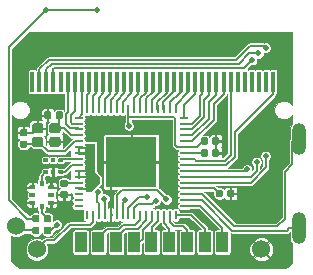
<source format=gtl>
G04 #@! TF.GenerationSoftware,KiCad,Pcbnew,5.0.0+dfsg1-2*
G04 #@! TF.CreationDate,2018-09-16T15:45:03-04:00*
G04 #@! TF.ProjectId,goodwatch30,676F6F64776174636833302E6B696361,30*
G04 #@! TF.SameCoordinates,Original*
G04 #@! TF.FileFunction,Copper,L1,Top,Signal*
G04 #@! TF.FilePolarity,Positive*
%FSLAX46Y46*%
G04 Gerber Fmt 4.6, Leading zero omitted, Abs format (unit mm)*
G04 Created by KiCad (PCBNEW 5.0.0+dfsg1-2) date Sun Sep 16 15:45:03 2018*
%MOMM*%
%LPD*%
G01*
G04 APERTURE LIST*
G04 #@! TA.AperFunction,Conductor*
%ADD10C,0.100000*%
G04 #@! TD*
G04 #@! TA.AperFunction,SMDPad,CuDef*
%ADD11C,0.590000*%
G04 #@! TD*
G04 #@! TA.AperFunction,ComponentPad*
%ADD12C,1.524000*%
G04 #@! TD*
G04 #@! TA.AperFunction,ComponentPad*
%ADD13O,1.200000X2.700000*%
G04 #@! TD*
G04 #@! TA.AperFunction,ConnectorPad*
%ADD14R,0.985000X1.750000*%
G04 #@! TD*
G04 #@! TA.AperFunction,ConnectorPad*
%ADD15R,0.310000X1.750000*%
G04 #@! TD*
G04 #@! TA.AperFunction,SMDPad,CuDef*
%ADD16C,0.330000*%
G04 #@! TD*
G04 #@! TA.AperFunction,SMDPad,CuDef*
%ADD17C,0.350000*%
G04 #@! TD*
G04 #@! TA.AperFunction,SMDPad,CuDef*
%ADD18C,0.850000*%
G04 #@! TD*
G04 #@! TA.AperFunction,SMDPad,CuDef*
%ADD19O,0.800000X0.250000*%
G04 #@! TD*
G04 #@! TA.AperFunction,SMDPad,CuDef*
%ADD20O,0.250000X0.800000*%
G04 #@! TD*
G04 #@! TA.AperFunction,SMDPad,CuDef*
%ADD21R,4.250000X4.250000*%
G04 #@! TD*
G04 #@! TA.AperFunction,ViaPad*
%ADD22C,0.500000*%
G04 #@! TD*
G04 #@! TA.AperFunction,Conductor*
%ADD23C,0.150000*%
G04 #@! TD*
G04 APERTURE END LIST*
D10*
G04 #@! TO.N,GND*
G04 #@! TO.C,C2*
G36*
X114899958Y-74904710D02*
X114914276Y-74906834D01*
X114928317Y-74910351D01*
X114941946Y-74915228D01*
X114955031Y-74921417D01*
X114967447Y-74928858D01*
X114979073Y-74937481D01*
X114989798Y-74947202D01*
X114999519Y-74957927D01*
X115008142Y-74969553D01*
X115015583Y-74981969D01*
X115021772Y-74995054D01*
X115026649Y-75008683D01*
X115030166Y-75022724D01*
X115032290Y-75037042D01*
X115033000Y-75051500D01*
X115033000Y-75396500D01*
X115032290Y-75410958D01*
X115030166Y-75425276D01*
X115026649Y-75439317D01*
X115021772Y-75452946D01*
X115015583Y-75466031D01*
X115008142Y-75478447D01*
X114999519Y-75490073D01*
X114989798Y-75500798D01*
X114979073Y-75510519D01*
X114967447Y-75519142D01*
X114955031Y-75526583D01*
X114941946Y-75532772D01*
X114928317Y-75537649D01*
X114914276Y-75541166D01*
X114899958Y-75543290D01*
X114885500Y-75544000D01*
X114590500Y-75544000D01*
X114576042Y-75543290D01*
X114561724Y-75541166D01*
X114547683Y-75537649D01*
X114534054Y-75532772D01*
X114520969Y-75526583D01*
X114508553Y-75519142D01*
X114496927Y-75510519D01*
X114486202Y-75500798D01*
X114476481Y-75490073D01*
X114467858Y-75478447D01*
X114460417Y-75466031D01*
X114454228Y-75452946D01*
X114449351Y-75439317D01*
X114445834Y-75425276D01*
X114443710Y-75410958D01*
X114443000Y-75396500D01*
X114443000Y-75051500D01*
X114443710Y-75037042D01*
X114445834Y-75022724D01*
X114449351Y-75008683D01*
X114454228Y-74995054D01*
X114460417Y-74981969D01*
X114467858Y-74969553D01*
X114476481Y-74957927D01*
X114486202Y-74947202D01*
X114496927Y-74937481D01*
X114508553Y-74928858D01*
X114520969Y-74921417D01*
X114534054Y-74915228D01*
X114547683Y-74910351D01*
X114561724Y-74906834D01*
X114576042Y-74904710D01*
X114590500Y-74904000D01*
X114885500Y-74904000D01*
X114899958Y-74904710D01*
X114899958Y-74904710D01*
G37*
D11*
G04 #@! TD*
G04 #@! TO.P,C2,2*
G04 #@! TO.N,GND*
X114738000Y-75224000D03*
D10*
G04 #@! TO.N,VCC*
G04 #@! TO.C,C2*
G36*
X113929958Y-74904710D02*
X113944276Y-74906834D01*
X113958317Y-74910351D01*
X113971946Y-74915228D01*
X113985031Y-74921417D01*
X113997447Y-74928858D01*
X114009073Y-74937481D01*
X114019798Y-74947202D01*
X114029519Y-74957927D01*
X114038142Y-74969553D01*
X114045583Y-74981969D01*
X114051772Y-74995054D01*
X114056649Y-75008683D01*
X114060166Y-75022724D01*
X114062290Y-75037042D01*
X114063000Y-75051500D01*
X114063000Y-75396500D01*
X114062290Y-75410958D01*
X114060166Y-75425276D01*
X114056649Y-75439317D01*
X114051772Y-75452946D01*
X114045583Y-75466031D01*
X114038142Y-75478447D01*
X114029519Y-75490073D01*
X114019798Y-75500798D01*
X114009073Y-75510519D01*
X113997447Y-75519142D01*
X113985031Y-75526583D01*
X113971946Y-75532772D01*
X113958317Y-75537649D01*
X113944276Y-75541166D01*
X113929958Y-75543290D01*
X113915500Y-75544000D01*
X113620500Y-75544000D01*
X113606042Y-75543290D01*
X113591724Y-75541166D01*
X113577683Y-75537649D01*
X113564054Y-75532772D01*
X113550969Y-75526583D01*
X113538553Y-75519142D01*
X113526927Y-75510519D01*
X113516202Y-75500798D01*
X113506481Y-75490073D01*
X113497858Y-75478447D01*
X113490417Y-75466031D01*
X113484228Y-75452946D01*
X113479351Y-75439317D01*
X113475834Y-75425276D01*
X113473710Y-75410958D01*
X113473000Y-75396500D01*
X113473000Y-75051500D01*
X113473710Y-75037042D01*
X113475834Y-75022724D01*
X113479351Y-75008683D01*
X113484228Y-74995054D01*
X113490417Y-74981969D01*
X113497858Y-74969553D01*
X113506481Y-74957927D01*
X113516202Y-74947202D01*
X113526927Y-74937481D01*
X113538553Y-74928858D01*
X113550969Y-74921417D01*
X113564054Y-74915228D01*
X113577683Y-74910351D01*
X113591724Y-74906834D01*
X113606042Y-74904710D01*
X113620500Y-74904000D01*
X113915500Y-74904000D01*
X113929958Y-74904710D01*
X113929958Y-74904710D01*
G37*
D11*
G04 #@! TD*
G04 #@! TO.P,C2,1*
G04 #@! TO.N,VCC*
X113768000Y-75224000D03*
D10*
G04 #@! TO.N,/VCORE*
G04 #@! TO.C,C5*
G36*
X113929958Y-75920710D02*
X113944276Y-75922834D01*
X113958317Y-75926351D01*
X113971946Y-75931228D01*
X113985031Y-75937417D01*
X113997447Y-75944858D01*
X114009073Y-75953481D01*
X114019798Y-75963202D01*
X114029519Y-75973927D01*
X114038142Y-75985553D01*
X114045583Y-75997969D01*
X114051772Y-76011054D01*
X114056649Y-76024683D01*
X114060166Y-76038724D01*
X114062290Y-76053042D01*
X114063000Y-76067500D01*
X114063000Y-76412500D01*
X114062290Y-76426958D01*
X114060166Y-76441276D01*
X114056649Y-76455317D01*
X114051772Y-76468946D01*
X114045583Y-76482031D01*
X114038142Y-76494447D01*
X114029519Y-76506073D01*
X114019798Y-76516798D01*
X114009073Y-76526519D01*
X113997447Y-76535142D01*
X113985031Y-76542583D01*
X113971946Y-76548772D01*
X113958317Y-76553649D01*
X113944276Y-76557166D01*
X113929958Y-76559290D01*
X113915500Y-76560000D01*
X113620500Y-76560000D01*
X113606042Y-76559290D01*
X113591724Y-76557166D01*
X113577683Y-76553649D01*
X113564054Y-76548772D01*
X113550969Y-76542583D01*
X113538553Y-76535142D01*
X113526927Y-76526519D01*
X113516202Y-76516798D01*
X113506481Y-76506073D01*
X113497858Y-76494447D01*
X113490417Y-76482031D01*
X113484228Y-76468946D01*
X113479351Y-76455317D01*
X113475834Y-76441276D01*
X113473710Y-76426958D01*
X113473000Y-76412500D01*
X113473000Y-76067500D01*
X113473710Y-76053042D01*
X113475834Y-76038724D01*
X113479351Y-76024683D01*
X113484228Y-76011054D01*
X113490417Y-75997969D01*
X113497858Y-75985553D01*
X113506481Y-75973927D01*
X113516202Y-75963202D01*
X113526927Y-75953481D01*
X113538553Y-75944858D01*
X113550969Y-75937417D01*
X113564054Y-75931228D01*
X113577683Y-75926351D01*
X113591724Y-75922834D01*
X113606042Y-75920710D01*
X113620500Y-75920000D01*
X113915500Y-75920000D01*
X113929958Y-75920710D01*
X113929958Y-75920710D01*
G37*
D11*
G04 #@! TD*
G04 #@! TO.P,C5,1*
G04 #@! TO.N,/VCORE*
X113768000Y-76240000D03*
D10*
G04 #@! TO.N,GND*
G04 #@! TO.C,C5*
G36*
X114899958Y-75920710D02*
X114914276Y-75922834D01*
X114928317Y-75926351D01*
X114941946Y-75931228D01*
X114955031Y-75937417D01*
X114967447Y-75944858D01*
X114979073Y-75953481D01*
X114989798Y-75963202D01*
X114999519Y-75973927D01*
X115008142Y-75985553D01*
X115015583Y-75997969D01*
X115021772Y-76011054D01*
X115026649Y-76024683D01*
X115030166Y-76038724D01*
X115032290Y-76053042D01*
X115033000Y-76067500D01*
X115033000Y-76412500D01*
X115032290Y-76426958D01*
X115030166Y-76441276D01*
X115026649Y-76455317D01*
X115021772Y-76468946D01*
X115015583Y-76482031D01*
X115008142Y-76494447D01*
X114999519Y-76506073D01*
X114989798Y-76516798D01*
X114979073Y-76526519D01*
X114967447Y-76535142D01*
X114955031Y-76542583D01*
X114941946Y-76548772D01*
X114928317Y-76553649D01*
X114914276Y-76557166D01*
X114899958Y-76559290D01*
X114885500Y-76560000D01*
X114590500Y-76560000D01*
X114576042Y-76559290D01*
X114561724Y-76557166D01*
X114547683Y-76553649D01*
X114534054Y-76548772D01*
X114520969Y-76542583D01*
X114508553Y-76535142D01*
X114496927Y-76526519D01*
X114486202Y-76516798D01*
X114476481Y-76506073D01*
X114467858Y-76494447D01*
X114460417Y-76482031D01*
X114454228Y-76468946D01*
X114449351Y-76455317D01*
X114445834Y-76441276D01*
X114443710Y-76426958D01*
X114443000Y-76412500D01*
X114443000Y-76067500D01*
X114443710Y-76053042D01*
X114445834Y-76038724D01*
X114449351Y-76024683D01*
X114454228Y-76011054D01*
X114460417Y-75997969D01*
X114467858Y-75985553D01*
X114476481Y-75973927D01*
X114486202Y-75963202D01*
X114496927Y-75953481D01*
X114508553Y-75944858D01*
X114520969Y-75937417D01*
X114534054Y-75931228D01*
X114547683Y-75926351D01*
X114561724Y-75922834D01*
X114576042Y-75920710D01*
X114590500Y-75920000D01*
X114885500Y-75920000D01*
X114899958Y-75920710D01*
X114899958Y-75920710D01*
G37*
D11*
G04 #@! TD*
G04 #@! TO.P,C5,2*
G04 #@! TO.N,GND*
X114738000Y-76240000D03*
D10*
G04 #@! TO.N,GND*
G04 #@! TO.C,C6*
G36*
X100676958Y-72720310D02*
X100691276Y-72722434D01*
X100705317Y-72725951D01*
X100718946Y-72730828D01*
X100732031Y-72737017D01*
X100744447Y-72744458D01*
X100756073Y-72753081D01*
X100766798Y-72762802D01*
X100776519Y-72773527D01*
X100785142Y-72785153D01*
X100792583Y-72797569D01*
X100798772Y-72810654D01*
X100803649Y-72824283D01*
X100807166Y-72838324D01*
X100809290Y-72852642D01*
X100810000Y-72867100D01*
X100810000Y-73212100D01*
X100809290Y-73226558D01*
X100807166Y-73240876D01*
X100803649Y-73254917D01*
X100798772Y-73268546D01*
X100792583Y-73281631D01*
X100785142Y-73294047D01*
X100776519Y-73305673D01*
X100766798Y-73316398D01*
X100756073Y-73326119D01*
X100744447Y-73334742D01*
X100732031Y-73342183D01*
X100718946Y-73348372D01*
X100705317Y-73353249D01*
X100691276Y-73356766D01*
X100676958Y-73358890D01*
X100662500Y-73359600D01*
X100367500Y-73359600D01*
X100353042Y-73358890D01*
X100338724Y-73356766D01*
X100324683Y-73353249D01*
X100311054Y-73348372D01*
X100297969Y-73342183D01*
X100285553Y-73334742D01*
X100273927Y-73326119D01*
X100263202Y-73316398D01*
X100253481Y-73305673D01*
X100244858Y-73294047D01*
X100237417Y-73281631D01*
X100231228Y-73268546D01*
X100226351Y-73254917D01*
X100222834Y-73240876D01*
X100220710Y-73226558D01*
X100220000Y-73212100D01*
X100220000Y-72867100D01*
X100220710Y-72852642D01*
X100222834Y-72838324D01*
X100226351Y-72824283D01*
X100231228Y-72810654D01*
X100237417Y-72797569D01*
X100244858Y-72785153D01*
X100253481Y-72773527D01*
X100263202Y-72762802D01*
X100273927Y-72753081D01*
X100285553Y-72744458D01*
X100297969Y-72737017D01*
X100311054Y-72730828D01*
X100324683Y-72725951D01*
X100338724Y-72722434D01*
X100353042Y-72720310D01*
X100367500Y-72719600D01*
X100662500Y-72719600D01*
X100676958Y-72720310D01*
X100676958Y-72720310D01*
G37*
D11*
G04 #@! TD*
G04 #@! TO.P,C6,2*
G04 #@! TO.N,GND*
X100515000Y-73039600D03*
D10*
G04 #@! TO.N,/RF_XIN*
G04 #@! TO.C,C6*
G36*
X101646958Y-72720310D02*
X101661276Y-72722434D01*
X101675317Y-72725951D01*
X101688946Y-72730828D01*
X101702031Y-72737017D01*
X101714447Y-72744458D01*
X101726073Y-72753081D01*
X101736798Y-72762802D01*
X101746519Y-72773527D01*
X101755142Y-72785153D01*
X101762583Y-72797569D01*
X101768772Y-72810654D01*
X101773649Y-72824283D01*
X101777166Y-72838324D01*
X101779290Y-72852642D01*
X101780000Y-72867100D01*
X101780000Y-73212100D01*
X101779290Y-73226558D01*
X101777166Y-73240876D01*
X101773649Y-73254917D01*
X101768772Y-73268546D01*
X101762583Y-73281631D01*
X101755142Y-73294047D01*
X101746519Y-73305673D01*
X101736798Y-73316398D01*
X101726073Y-73326119D01*
X101714447Y-73334742D01*
X101702031Y-73342183D01*
X101688946Y-73348372D01*
X101675317Y-73353249D01*
X101661276Y-73356766D01*
X101646958Y-73358890D01*
X101632500Y-73359600D01*
X101337500Y-73359600D01*
X101323042Y-73358890D01*
X101308724Y-73356766D01*
X101294683Y-73353249D01*
X101281054Y-73348372D01*
X101267969Y-73342183D01*
X101255553Y-73334742D01*
X101243927Y-73326119D01*
X101233202Y-73316398D01*
X101223481Y-73305673D01*
X101214858Y-73294047D01*
X101207417Y-73281631D01*
X101201228Y-73268546D01*
X101196351Y-73254917D01*
X101192834Y-73240876D01*
X101190710Y-73226558D01*
X101190000Y-73212100D01*
X101190000Y-72867100D01*
X101190710Y-72852642D01*
X101192834Y-72838324D01*
X101196351Y-72824283D01*
X101201228Y-72810654D01*
X101207417Y-72797569D01*
X101214858Y-72785153D01*
X101223481Y-72773527D01*
X101233202Y-72762802D01*
X101243927Y-72753081D01*
X101255553Y-72744458D01*
X101267969Y-72737017D01*
X101281054Y-72730828D01*
X101294683Y-72725951D01*
X101308724Y-72722434D01*
X101323042Y-72720310D01*
X101337500Y-72719600D01*
X101632500Y-72719600D01*
X101646958Y-72720310D01*
X101646958Y-72720310D01*
G37*
D11*
G04 #@! TD*
G04 #@! TO.P,C6,1*
G04 #@! TO.N,/RF_XIN*
X101485000Y-73039600D03*
D10*
G04 #@! TO.N,/RF_XOUT*
G04 #@! TO.C,C7*
G36*
X98666558Y-75190710D02*
X98680876Y-75192834D01*
X98694917Y-75196351D01*
X98708546Y-75201228D01*
X98721631Y-75207417D01*
X98734047Y-75214858D01*
X98745673Y-75223481D01*
X98756398Y-75233202D01*
X98766119Y-75243927D01*
X98774742Y-75255553D01*
X98782183Y-75267969D01*
X98788372Y-75281054D01*
X98793249Y-75294683D01*
X98796766Y-75308724D01*
X98798890Y-75323042D01*
X98799600Y-75337500D01*
X98799600Y-75632500D01*
X98798890Y-75646958D01*
X98796766Y-75661276D01*
X98793249Y-75675317D01*
X98788372Y-75688946D01*
X98782183Y-75702031D01*
X98774742Y-75714447D01*
X98766119Y-75726073D01*
X98756398Y-75736798D01*
X98745673Y-75746519D01*
X98734047Y-75755142D01*
X98721631Y-75762583D01*
X98708546Y-75768772D01*
X98694917Y-75773649D01*
X98680876Y-75777166D01*
X98666558Y-75779290D01*
X98652100Y-75780000D01*
X98307100Y-75780000D01*
X98292642Y-75779290D01*
X98278324Y-75777166D01*
X98264283Y-75773649D01*
X98250654Y-75768772D01*
X98237569Y-75762583D01*
X98225153Y-75755142D01*
X98213527Y-75746519D01*
X98202802Y-75736798D01*
X98193081Y-75726073D01*
X98184458Y-75714447D01*
X98177017Y-75702031D01*
X98170828Y-75688946D01*
X98165951Y-75675317D01*
X98162434Y-75661276D01*
X98160310Y-75646958D01*
X98159600Y-75632500D01*
X98159600Y-75337500D01*
X98160310Y-75323042D01*
X98162434Y-75308724D01*
X98165951Y-75294683D01*
X98170828Y-75281054D01*
X98177017Y-75267969D01*
X98184458Y-75255553D01*
X98193081Y-75243927D01*
X98202802Y-75233202D01*
X98213527Y-75223481D01*
X98225153Y-75214858D01*
X98237569Y-75207417D01*
X98250654Y-75201228D01*
X98264283Y-75196351D01*
X98278324Y-75192834D01*
X98292642Y-75190710D01*
X98307100Y-75190000D01*
X98652100Y-75190000D01*
X98666558Y-75190710D01*
X98666558Y-75190710D01*
G37*
D11*
G04 #@! TD*
G04 #@! TO.P,C7,1*
G04 #@! TO.N,/RF_XOUT*
X98479600Y-75485000D03*
D10*
G04 #@! TO.N,GND*
G04 #@! TO.C,C7*
G36*
X98666558Y-74220710D02*
X98680876Y-74222834D01*
X98694917Y-74226351D01*
X98708546Y-74231228D01*
X98721631Y-74237417D01*
X98734047Y-74244858D01*
X98745673Y-74253481D01*
X98756398Y-74263202D01*
X98766119Y-74273927D01*
X98774742Y-74285553D01*
X98782183Y-74297969D01*
X98788372Y-74311054D01*
X98793249Y-74324683D01*
X98796766Y-74338724D01*
X98798890Y-74353042D01*
X98799600Y-74367500D01*
X98799600Y-74662500D01*
X98798890Y-74676958D01*
X98796766Y-74691276D01*
X98793249Y-74705317D01*
X98788372Y-74718946D01*
X98782183Y-74732031D01*
X98774742Y-74744447D01*
X98766119Y-74756073D01*
X98756398Y-74766798D01*
X98745673Y-74776519D01*
X98734047Y-74785142D01*
X98721631Y-74792583D01*
X98708546Y-74798772D01*
X98694917Y-74803649D01*
X98680876Y-74807166D01*
X98666558Y-74809290D01*
X98652100Y-74810000D01*
X98307100Y-74810000D01*
X98292642Y-74809290D01*
X98278324Y-74807166D01*
X98264283Y-74803649D01*
X98250654Y-74798772D01*
X98237569Y-74792583D01*
X98225153Y-74785142D01*
X98213527Y-74776519D01*
X98202802Y-74766798D01*
X98193081Y-74756073D01*
X98184458Y-74744447D01*
X98177017Y-74732031D01*
X98170828Y-74718946D01*
X98165951Y-74705317D01*
X98162434Y-74691276D01*
X98160310Y-74676958D01*
X98159600Y-74662500D01*
X98159600Y-74367500D01*
X98160310Y-74353042D01*
X98162434Y-74338724D01*
X98165951Y-74324683D01*
X98170828Y-74311054D01*
X98177017Y-74297969D01*
X98184458Y-74285553D01*
X98193081Y-74273927D01*
X98202802Y-74263202D01*
X98213527Y-74253481D01*
X98225153Y-74244858D01*
X98237569Y-74237417D01*
X98250654Y-74231228D01*
X98264283Y-74226351D01*
X98278324Y-74222834D01*
X98292642Y-74220710D01*
X98307100Y-74220000D01*
X98652100Y-74220000D01*
X98666558Y-74220710D01*
X98666558Y-74220710D01*
G37*
D11*
G04 #@! TD*
G04 #@! TO.P,C7,2*
G04 #@! TO.N,GND*
X98479600Y-74515000D03*
D10*
G04 #@! TO.N,Net-(C10-Pad1)*
G04 #@! TO.C,C10*
G36*
X100646958Y-81480710D02*
X100661276Y-81482834D01*
X100675317Y-81486351D01*
X100688946Y-81491228D01*
X100702031Y-81497417D01*
X100714447Y-81504858D01*
X100726073Y-81513481D01*
X100736798Y-81523202D01*
X100746519Y-81533927D01*
X100755142Y-81545553D01*
X100762583Y-81557969D01*
X100768772Y-81571054D01*
X100773649Y-81584683D01*
X100777166Y-81598724D01*
X100779290Y-81613042D01*
X100780000Y-81627500D01*
X100780000Y-81972500D01*
X100779290Y-81986958D01*
X100777166Y-82001276D01*
X100773649Y-82015317D01*
X100768772Y-82028946D01*
X100762583Y-82042031D01*
X100755142Y-82054447D01*
X100746519Y-82066073D01*
X100736798Y-82076798D01*
X100726073Y-82086519D01*
X100714447Y-82095142D01*
X100702031Y-82102583D01*
X100688946Y-82108772D01*
X100675317Y-82113649D01*
X100661276Y-82117166D01*
X100646958Y-82119290D01*
X100632500Y-82120000D01*
X100337500Y-82120000D01*
X100323042Y-82119290D01*
X100308724Y-82117166D01*
X100294683Y-82113649D01*
X100281054Y-82108772D01*
X100267969Y-82102583D01*
X100255553Y-82095142D01*
X100243927Y-82086519D01*
X100233202Y-82076798D01*
X100223481Y-82066073D01*
X100214858Y-82054447D01*
X100207417Y-82042031D01*
X100201228Y-82028946D01*
X100196351Y-82015317D01*
X100192834Y-82001276D01*
X100190710Y-81986958D01*
X100190000Y-81972500D01*
X100190000Y-81627500D01*
X100190710Y-81613042D01*
X100192834Y-81598724D01*
X100196351Y-81584683D01*
X100201228Y-81571054D01*
X100207417Y-81557969D01*
X100214858Y-81545553D01*
X100223481Y-81533927D01*
X100233202Y-81523202D01*
X100243927Y-81513481D01*
X100255553Y-81504858D01*
X100267969Y-81497417D01*
X100281054Y-81491228D01*
X100294683Y-81486351D01*
X100308724Y-81482834D01*
X100323042Y-81480710D01*
X100337500Y-81480000D01*
X100632500Y-81480000D01*
X100646958Y-81480710D01*
X100646958Y-81480710D01*
G37*
D11*
G04 #@! TD*
G04 #@! TO.P,C10,1*
G04 #@! TO.N,Net-(C10-Pad1)*
X100485000Y-81800000D03*
D10*
G04 #@! TO.N,Net-(A1-Pad1)*
G04 #@! TO.C,C10*
G36*
X99676958Y-81480710D02*
X99691276Y-81482834D01*
X99705317Y-81486351D01*
X99718946Y-81491228D01*
X99732031Y-81497417D01*
X99744447Y-81504858D01*
X99756073Y-81513481D01*
X99766798Y-81523202D01*
X99776519Y-81533927D01*
X99785142Y-81545553D01*
X99792583Y-81557969D01*
X99798772Y-81571054D01*
X99803649Y-81584683D01*
X99807166Y-81598724D01*
X99809290Y-81613042D01*
X99810000Y-81627500D01*
X99810000Y-81972500D01*
X99809290Y-81986958D01*
X99807166Y-82001276D01*
X99803649Y-82015317D01*
X99798772Y-82028946D01*
X99792583Y-82042031D01*
X99785142Y-82054447D01*
X99776519Y-82066073D01*
X99766798Y-82076798D01*
X99756073Y-82086519D01*
X99744447Y-82095142D01*
X99732031Y-82102583D01*
X99718946Y-82108772D01*
X99705317Y-82113649D01*
X99691276Y-82117166D01*
X99676958Y-82119290D01*
X99662500Y-82120000D01*
X99367500Y-82120000D01*
X99353042Y-82119290D01*
X99338724Y-82117166D01*
X99324683Y-82113649D01*
X99311054Y-82108772D01*
X99297969Y-82102583D01*
X99285553Y-82095142D01*
X99273927Y-82086519D01*
X99263202Y-82076798D01*
X99253481Y-82066073D01*
X99244858Y-82054447D01*
X99237417Y-82042031D01*
X99231228Y-82028946D01*
X99226351Y-82015317D01*
X99222834Y-82001276D01*
X99220710Y-81986958D01*
X99220000Y-81972500D01*
X99220000Y-81627500D01*
X99220710Y-81613042D01*
X99222834Y-81598724D01*
X99226351Y-81584683D01*
X99231228Y-81571054D01*
X99237417Y-81557969D01*
X99244858Y-81545553D01*
X99253481Y-81533927D01*
X99263202Y-81523202D01*
X99273927Y-81513481D01*
X99285553Y-81504858D01*
X99297969Y-81497417D01*
X99311054Y-81491228D01*
X99324683Y-81486351D01*
X99338724Y-81482834D01*
X99353042Y-81480710D01*
X99367500Y-81480000D01*
X99662500Y-81480000D01*
X99676958Y-81480710D01*
X99676958Y-81480710D01*
G37*
D11*
G04 #@! TD*
G04 #@! TO.P,C10,2*
G04 #@! TO.N,Net-(A1-Pad1)*
X99515000Y-81800000D03*
D10*
G04 #@! TO.N,/!RST*
G04 #@! TO.C,R1*
G36*
X99676958Y-82480710D02*
X99691276Y-82482834D01*
X99705317Y-82486351D01*
X99718946Y-82491228D01*
X99732031Y-82497417D01*
X99744447Y-82504858D01*
X99756073Y-82513481D01*
X99766798Y-82523202D01*
X99776519Y-82533927D01*
X99785142Y-82545553D01*
X99792583Y-82557969D01*
X99798772Y-82571054D01*
X99803649Y-82584683D01*
X99807166Y-82598724D01*
X99809290Y-82613042D01*
X99810000Y-82627500D01*
X99810000Y-82972500D01*
X99809290Y-82986958D01*
X99807166Y-83001276D01*
X99803649Y-83015317D01*
X99798772Y-83028946D01*
X99792583Y-83042031D01*
X99785142Y-83054447D01*
X99776519Y-83066073D01*
X99766798Y-83076798D01*
X99756073Y-83086519D01*
X99744447Y-83095142D01*
X99732031Y-83102583D01*
X99718946Y-83108772D01*
X99705317Y-83113649D01*
X99691276Y-83117166D01*
X99676958Y-83119290D01*
X99662500Y-83120000D01*
X99367500Y-83120000D01*
X99353042Y-83119290D01*
X99338724Y-83117166D01*
X99324683Y-83113649D01*
X99311054Y-83108772D01*
X99297969Y-83102583D01*
X99285553Y-83095142D01*
X99273927Y-83086519D01*
X99263202Y-83076798D01*
X99253481Y-83066073D01*
X99244858Y-83054447D01*
X99237417Y-83042031D01*
X99231228Y-83028946D01*
X99226351Y-83015317D01*
X99222834Y-83001276D01*
X99220710Y-82986958D01*
X99220000Y-82972500D01*
X99220000Y-82627500D01*
X99220710Y-82613042D01*
X99222834Y-82598724D01*
X99226351Y-82584683D01*
X99231228Y-82571054D01*
X99237417Y-82557969D01*
X99244858Y-82545553D01*
X99253481Y-82533927D01*
X99263202Y-82523202D01*
X99273927Y-82513481D01*
X99285553Y-82504858D01*
X99297969Y-82497417D01*
X99311054Y-82491228D01*
X99324683Y-82486351D01*
X99338724Y-82482834D01*
X99353042Y-82480710D01*
X99367500Y-82480000D01*
X99662500Y-82480000D01*
X99676958Y-82480710D01*
X99676958Y-82480710D01*
G37*
D11*
G04 #@! TD*
G04 #@! TO.P,R1,2*
G04 #@! TO.N,/!RST*
X99515000Y-82800000D03*
D10*
G04 #@! TO.N,VCC*
G04 #@! TO.C,R1*
G36*
X100646958Y-82480710D02*
X100661276Y-82482834D01*
X100675317Y-82486351D01*
X100688946Y-82491228D01*
X100702031Y-82497417D01*
X100714447Y-82504858D01*
X100726073Y-82513481D01*
X100736798Y-82523202D01*
X100746519Y-82533927D01*
X100755142Y-82545553D01*
X100762583Y-82557969D01*
X100768772Y-82571054D01*
X100773649Y-82584683D01*
X100777166Y-82598724D01*
X100779290Y-82613042D01*
X100780000Y-82627500D01*
X100780000Y-82972500D01*
X100779290Y-82986958D01*
X100777166Y-83001276D01*
X100773649Y-83015317D01*
X100768772Y-83028946D01*
X100762583Y-83042031D01*
X100755142Y-83054447D01*
X100746519Y-83066073D01*
X100736798Y-83076798D01*
X100726073Y-83086519D01*
X100714447Y-83095142D01*
X100702031Y-83102583D01*
X100688946Y-83108772D01*
X100675317Y-83113649D01*
X100661276Y-83117166D01*
X100646958Y-83119290D01*
X100632500Y-83120000D01*
X100337500Y-83120000D01*
X100323042Y-83119290D01*
X100308724Y-83117166D01*
X100294683Y-83113649D01*
X100281054Y-83108772D01*
X100267969Y-83102583D01*
X100255553Y-83095142D01*
X100243927Y-83086519D01*
X100233202Y-83076798D01*
X100223481Y-83066073D01*
X100214858Y-83054447D01*
X100207417Y-83042031D01*
X100201228Y-83028946D01*
X100196351Y-83015317D01*
X100192834Y-83001276D01*
X100190710Y-82986958D01*
X100190000Y-82972500D01*
X100190000Y-82627500D01*
X100190710Y-82613042D01*
X100192834Y-82598724D01*
X100196351Y-82584683D01*
X100201228Y-82571054D01*
X100207417Y-82557969D01*
X100214858Y-82545553D01*
X100223481Y-82533927D01*
X100233202Y-82523202D01*
X100243927Y-82513481D01*
X100255553Y-82504858D01*
X100267969Y-82497417D01*
X100281054Y-82491228D01*
X100294683Y-82486351D01*
X100308724Y-82482834D01*
X100323042Y-82480710D01*
X100337500Y-82480000D01*
X100632500Y-82480000D01*
X100646958Y-82480710D01*
X100646958Y-82480710D01*
G37*
D11*
G04 #@! TD*
G04 #@! TO.P,R1,1*
G04 #@! TO.N,VCC*
X100485000Y-82800000D03*
D10*
G04 #@! TO.N,Net-(R2-Pad1)*
G04 #@! TO.C,R2*
G36*
X102086958Y-78520710D02*
X102101276Y-78522834D01*
X102115317Y-78526351D01*
X102128946Y-78531228D01*
X102142031Y-78537417D01*
X102154447Y-78544858D01*
X102166073Y-78553481D01*
X102176798Y-78563202D01*
X102186519Y-78573927D01*
X102195142Y-78585553D01*
X102202583Y-78597969D01*
X102208772Y-78611054D01*
X102213649Y-78624683D01*
X102217166Y-78638724D01*
X102219290Y-78653042D01*
X102220000Y-78667500D01*
X102220000Y-78962500D01*
X102219290Y-78976958D01*
X102217166Y-78991276D01*
X102213649Y-79005317D01*
X102208772Y-79018946D01*
X102202583Y-79032031D01*
X102195142Y-79044447D01*
X102186519Y-79056073D01*
X102176798Y-79066798D01*
X102166073Y-79076519D01*
X102154447Y-79085142D01*
X102142031Y-79092583D01*
X102128946Y-79098772D01*
X102115317Y-79103649D01*
X102101276Y-79107166D01*
X102086958Y-79109290D01*
X102072500Y-79110000D01*
X101727500Y-79110000D01*
X101713042Y-79109290D01*
X101698724Y-79107166D01*
X101684683Y-79103649D01*
X101671054Y-79098772D01*
X101657969Y-79092583D01*
X101645553Y-79085142D01*
X101633927Y-79076519D01*
X101623202Y-79066798D01*
X101613481Y-79056073D01*
X101604858Y-79044447D01*
X101597417Y-79032031D01*
X101591228Y-79018946D01*
X101586351Y-79005317D01*
X101582834Y-78991276D01*
X101580710Y-78976958D01*
X101580000Y-78962500D01*
X101580000Y-78667500D01*
X101580710Y-78653042D01*
X101582834Y-78638724D01*
X101586351Y-78624683D01*
X101591228Y-78611054D01*
X101597417Y-78597969D01*
X101604858Y-78585553D01*
X101613481Y-78573927D01*
X101623202Y-78563202D01*
X101633927Y-78553481D01*
X101645553Y-78544858D01*
X101657969Y-78537417D01*
X101671054Y-78531228D01*
X101684683Y-78526351D01*
X101698724Y-78522834D01*
X101713042Y-78520710D01*
X101727500Y-78520000D01*
X102072500Y-78520000D01*
X102086958Y-78520710D01*
X102086958Y-78520710D01*
G37*
D11*
G04 #@! TD*
G04 #@! TO.P,R2,1*
G04 #@! TO.N,Net-(R2-Pad1)*
X101900000Y-78815000D03*
D10*
G04 #@! TO.N,GND*
G04 #@! TO.C,R2*
G36*
X102086958Y-79490710D02*
X102101276Y-79492834D01*
X102115317Y-79496351D01*
X102128946Y-79501228D01*
X102142031Y-79507417D01*
X102154447Y-79514858D01*
X102166073Y-79523481D01*
X102176798Y-79533202D01*
X102186519Y-79543927D01*
X102195142Y-79555553D01*
X102202583Y-79567969D01*
X102208772Y-79581054D01*
X102213649Y-79594683D01*
X102217166Y-79608724D01*
X102219290Y-79623042D01*
X102220000Y-79637500D01*
X102220000Y-79932500D01*
X102219290Y-79946958D01*
X102217166Y-79961276D01*
X102213649Y-79975317D01*
X102208772Y-79988946D01*
X102202583Y-80002031D01*
X102195142Y-80014447D01*
X102186519Y-80026073D01*
X102176798Y-80036798D01*
X102166073Y-80046519D01*
X102154447Y-80055142D01*
X102142031Y-80062583D01*
X102128946Y-80068772D01*
X102115317Y-80073649D01*
X102101276Y-80077166D01*
X102086958Y-80079290D01*
X102072500Y-80080000D01*
X101727500Y-80080000D01*
X101713042Y-80079290D01*
X101698724Y-80077166D01*
X101684683Y-80073649D01*
X101671054Y-80068772D01*
X101657969Y-80062583D01*
X101645553Y-80055142D01*
X101633927Y-80046519D01*
X101623202Y-80036798D01*
X101613481Y-80026073D01*
X101604858Y-80014447D01*
X101597417Y-80002031D01*
X101591228Y-79988946D01*
X101586351Y-79975317D01*
X101582834Y-79961276D01*
X101580710Y-79946958D01*
X101580000Y-79932500D01*
X101580000Y-79637500D01*
X101580710Y-79623042D01*
X101582834Y-79608724D01*
X101586351Y-79594683D01*
X101591228Y-79581054D01*
X101597417Y-79567969D01*
X101604858Y-79555553D01*
X101613481Y-79543927D01*
X101623202Y-79533202D01*
X101633927Y-79523481D01*
X101645553Y-79514858D01*
X101657969Y-79507417D01*
X101671054Y-79501228D01*
X101684683Y-79496351D01*
X101698724Y-79492834D01*
X101713042Y-79490710D01*
X101727500Y-79490000D01*
X102072500Y-79490000D01*
X102086958Y-79490710D01*
X102086958Y-79490710D01*
G37*
D11*
G04 #@! TD*
G04 #@! TO.P,R2,2*
G04 #@! TO.N,GND*
X101900000Y-79785000D03*
D12*
G04 #@! TO.P,BRD1,7*
G04 #@! TO.N,GND*
X118600000Y-84400000D03*
G04 #@! TO.P,BRD1,6*
G04 #@! TO.N,/!RST*
X97870000Y-82400000D03*
G04 #@! TO.P,BRD1,5*
G04 #@! TO.N,/TST*
X99600000Y-84400000D03*
D13*
G04 #@! TO.P,BRD1,3*
G04 #@! TO.N,Net-(BRD1-Pad3)*
X121800000Y-75100000D03*
G04 #@! TO.P,BRD1,4*
G04 #@! TO.N,Net-(BRD1-Pad4)*
X121800000Y-82600000D03*
G04 #@! TD*
D14*
G04 #@! TO.P,KPD1,1*
G04 #@! TO.N,Net-(KPD1-Pad1)*
X103300000Y-83800000D03*
G04 #@! TO.P,KPD1,2*
G04 #@! TO.N,Net-(KPD1-Pad2)*
X104800000Y-83800000D03*
G04 #@! TO.P,KPD1,3*
G04 #@! TO.N,Net-(KPD1-Pad3)*
X106300000Y-83800000D03*
G04 #@! TO.P,KPD1,4*
G04 #@! TO.N,Net-(KPD1-Pad4)*
X107800000Y-83800000D03*
G04 #@! TO.P,KPD1,5*
G04 #@! TO.N,Net-(KPD1-Pad5)*
X109300000Y-83800000D03*
G04 #@! TO.P,KPD1,6*
G04 #@! TO.N,Net-(KPD1-Pad6)*
X110800000Y-83800000D03*
G04 #@! TO.P,KPD1,7*
G04 #@! TO.N,Net-(KPD1-Pad7)*
X112300000Y-83800000D03*
G04 #@! TO.P,KPD1,8*
G04 #@! TO.N,Net-(KPD1-Pad8)*
X113800000Y-83800000D03*
G04 #@! TO.P,KPD1,9*
G04 #@! TO.N,Net-(KPD1-Pad9)*
X115300000Y-83800000D03*
G04 #@! TD*
D15*
G04 #@! TO.P,LCD1,1*
G04 #@! TO.N,Net-(LCD1-Pad1)*
X99200000Y-70200000D03*
G04 #@! TO.P,LCD1,2*
G04 #@! TO.N,/COM0*
X99800000Y-70200000D03*
G04 #@! TO.P,LCD1,3*
G04 #@! TO.N,/COM1*
X100400000Y-70200000D03*
G04 #@! TO.P,LCD1,4*
G04 #@! TO.N,/COM2*
X101000000Y-70200000D03*
G04 #@! TO.P,LCD1,5*
G04 #@! TO.N,Net-(LCD1-Pad5)*
X101600000Y-70200000D03*
G04 #@! TO.P,LCD1,6*
G04 #@! TO.N,Net-(LCD1-Pad6)*
X102200000Y-70200000D03*
G04 #@! TO.P,LCD1,7*
G04 #@! TO.N,Net-(LCD1-Pad7)*
X102800000Y-70200000D03*
G04 #@! TO.P,LCD1,8*
G04 #@! TO.N,Net-(LCD1-Pad8)*
X103400000Y-70200000D03*
G04 #@! TO.P,LCD1,9*
G04 #@! TO.N,Net-(LCD1-Pad9)*
X104000000Y-70200000D03*
G04 #@! TO.P,LCD1,10*
G04 #@! TO.N,Net-(LCD1-Pad10)*
X104600000Y-70200000D03*
G04 #@! TO.P,LCD1,11*
G04 #@! TO.N,Net-(LCD1-Pad11)*
X105200000Y-70200000D03*
G04 #@! TO.P,LCD1,12*
G04 #@! TO.N,Net-(LCD1-Pad12)*
X105800000Y-70200000D03*
G04 #@! TO.P,LCD1,13*
G04 #@! TO.N,Net-(LCD1-Pad13)*
X106400000Y-70200000D03*
G04 #@! TO.P,LCD1,14*
G04 #@! TO.N,Net-(LCD1-Pad14)*
X107000000Y-70200000D03*
G04 #@! TO.P,LCD1,15*
G04 #@! TO.N,Net-(LCD1-Pad15)*
X107600000Y-70200000D03*
G04 #@! TO.P,LCD1,16*
G04 #@! TO.N,Net-(LCD1-Pad16)*
X108200000Y-70200000D03*
G04 #@! TO.P,LCD1,17*
G04 #@! TO.N,Net-(LCD1-Pad17)*
X108800000Y-70200000D03*
G04 #@! TO.P,LCD1,18*
G04 #@! TO.N,Net-(LCD1-Pad18)*
X109400000Y-70200000D03*
G04 #@! TO.P,LCD1,19*
G04 #@! TO.N,Net-(LCD1-Pad19)*
X110000000Y-70200000D03*
G04 #@! TO.P,LCD1,20*
G04 #@! TO.N,Net-(LCD1-Pad20)*
X110600000Y-70200000D03*
G04 #@! TO.P,LCD1,21*
G04 #@! TO.N,Net-(LCD1-Pad21)*
X111200000Y-70200000D03*
G04 #@! TO.P,LCD1,22*
G04 #@! TO.N,Net-(LCD1-Pad22)*
X111800000Y-70200000D03*
G04 #@! TO.P,LCD1,23*
G04 #@! TO.N,Net-(LCD1-Pad23)*
X112400000Y-70200000D03*
G04 #@! TO.P,LCD1,24*
G04 #@! TO.N,Net-(LCD1-Pad24)*
X113000000Y-70200000D03*
G04 #@! TO.P,LCD1,25*
G04 #@! TO.N,Net-(LCD1-Pad25)*
X113600000Y-70200000D03*
G04 #@! TO.P,LCD1,26*
G04 #@! TO.N,Net-(LCD1-Pad26)*
X114200000Y-70200000D03*
G04 #@! TO.P,LCD1,27*
G04 #@! TO.N,Net-(LCD1-Pad27)*
X114800000Y-70200000D03*
G04 #@! TO.P,LCD1,28*
G04 #@! TO.N,Net-(LCD1-Pad28)*
X115400000Y-70200000D03*
G04 #@! TO.P,LCD1,29*
G04 #@! TO.N,Net-(LCD1-Pad29)*
X116000000Y-70200000D03*
G04 #@! TO.P,LCD1,30*
G04 #@! TO.N,Net-(LCD1-Pad30)*
X116600000Y-70200000D03*
G04 #@! TO.P,LCD1,31*
G04 #@! TO.N,Net-(LCD1-Pad31)*
X117200000Y-70200000D03*
G04 #@! TO.P,LCD1,32*
G04 #@! TO.N,Net-(LCD1-Pad32)*
X117800000Y-70200000D03*
G04 #@! TO.P,LCD1,33*
G04 #@! TO.N,Net-(LCD1-Pad33)*
X118400000Y-70200000D03*
G04 #@! TO.P,LCD1,34*
G04 #@! TO.N,Net-(LCD1-Pad34)*
X119000000Y-70200000D03*
G04 #@! TO.P,LCD1,35*
G04 #@! TO.N,Net-(LCD1-Pad35)*
X119600000Y-70200000D03*
G04 #@! TD*
D10*
G04 #@! TO.N,Net-(U3-Pad6)*
G04 #@! TO.C,U3*
G36*
X100445586Y-76678397D02*
X100453595Y-76679585D01*
X100461448Y-76681552D01*
X100469071Y-76684280D01*
X100476390Y-76687741D01*
X100483335Y-76691904D01*
X100489837Y-76696727D01*
X100495836Y-76702164D01*
X100501273Y-76708163D01*
X100506096Y-76714665D01*
X100510259Y-76721610D01*
X100513720Y-76728929D01*
X100516448Y-76736552D01*
X100518415Y-76744405D01*
X100519603Y-76752414D01*
X100520000Y-76760500D01*
X100520000Y-76925500D01*
X100519603Y-76933586D01*
X100518415Y-76941595D01*
X100516448Y-76949448D01*
X100513720Y-76957071D01*
X100510259Y-76964390D01*
X100506096Y-76971335D01*
X100501273Y-76977837D01*
X100495836Y-76983836D01*
X100489837Y-76989273D01*
X100483335Y-76994096D01*
X100476390Y-76998259D01*
X100469071Y-77001720D01*
X100461448Y-77004448D01*
X100453595Y-77006415D01*
X100445586Y-77007603D01*
X100437500Y-77008000D01*
X100192500Y-77008000D01*
X100184414Y-77007603D01*
X100176405Y-77006415D01*
X100168552Y-77004448D01*
X100160929Y-77001720D01*
X100153610Y-76998259D01*
X100146665Y-76994096D01*
X100140163Y-76989273D01*
X100134164Y-76983836D01*
X100128727Y-76977837D01*
X100123904Y-76971335D01*
X100119741Y-76964390D01*
X100116280Y-76957071D01*
X100113552Y-76949448D01*
X100111585Y-76941595D01*
X100110397Y-76933586D01*
X100110000Y-76925500D01*
X100110000Y-76760500D01*
X100110397Y-76752414D01*
X100111585Y-76744405D01*
X100113552Y-76736552D01*
X100116280Y-76728929D01*
X100119741Y-76721610D01*
X100123904Y-76714665D01*
X100128727Y-76708163D01*
X100134164Y-76702164D01*
X100140163Y-76696727D01*
X100146665Y-76691904D01*
X100153610Y-76687741D01*
X100160929Y-76684280D01*
X100168552Y-76681552D01*
X100176405Y-76679585D01*
X100184414Y-76678397D01*
X100192500Y-76678000D01*
X100437500Y-76678000D01*
X100445586Y-76678397D01*
X100445586Y-76678397D01*
G37*
D16*
G04 #@! TD*
G04 #@! TO.P,U3,6*
G04 #@! TO.N,Net-(U3-Pad6)*
X100315000Y-76843000D03*
D10*
G04 #@! TO.N,Net-(U3-Pad5)*
G04 #@! TO.C,U3*
G36*
X101095586Y-76678397D02*
X101103595Y-76679585D01*
X101111448Y-76681552D01*
X101119071Y-76684280D01*
X101126390Y-76687741D01*
X101133335Y-76691904D01*
X101139837Y-76696727D01*
X101145836Y-76702164D01*
X101151273Y-76708163D01*
X101156096Y-76714665D01*
X101160259Y-76721610D01*
X101163720Y-76728929D01*
X101166448Y-76736552D01*
X101168415Y-76744405D01*
X101169603Y-76752414D01*
X101170000Y-76760500D01*
X101170000Y-76925500D01*
X101169603Y-76933586D01*
X101168415Y-76941595D01*
X101166448Y-76949448D01*
X101163720Y-76957071D01*
X101160259Y-76964390D01*
X101156096Y-76971335D01*
X101151273Y-76977837D01*
X101145836Y-76983836D01*
X101139837Y-76989273D01*
X101133335Y-76994096D01*
X101126390Y-76998259D01*
X101119071Y-77001720D01*
X101111448Y-77004448D01*
X101103595Y-77006415D01*
X101095586Y-77007603D01*
X101087500Y-77008000D01*
X100842500Y-77008000D01*
X100834414Y-77007603D01*
X100826405Y-77006415D01*
X100818552Y-77004448D01*
X100810929Y-77001720D01*
X100803610Y-76998259D01*
X100796665Y-76994096D01*
X100790163Y-76989273D01*
X100784164Y-76983836D01*
X100778727Y-76977837D01*
X100773904Y-76971335D01*
X100769741Y-76964390D01*
X100766280Y-76957071D01*
X100763552Y-76949448D01*
X100761585Y-76941595D01*
X100760397Y-76933586D01*
X100760000Y-76925500D01*
X100760000Y-76760500D01*
X100760397Y-76752414D01*
X100761585Y-76744405D01*
X100763552Y-76736552D01*
X100766280Y-76728929D01*
X100769741Y-76721610D01*
X100773904Y-76714665D01*
X100778727Y-76708163D01*
X100784164Y-76702164D01*
X100790163Y-76696727D01*
X100796665Y-76691904D01*
X100803610Y-76687741D01*
X100810929Y-76684280D01*
X100818552Y-76681552D01*
X100826405Y-76679585D01*
X100834414Y-76678397D01*
X100842500Y-76678000D01*
X101087500Y-76678000D01*
X101095586Y-76678397D01*
X101095586Y-76678397D01*
G37*
D16*
G04 #@! TD*
G04 #@! TO.P,U3,5*
G04 #@! TO.N,Net-(U3-Pad5)*
X100965000Y-76843000D03*
D10*
G04 #@! TO.N,/RF_P*
G04 #@! TO.C,U3*
G36*
X101745586Y-76678397D02*
X101753595Y-76679585D01*
X101761448Y-76681552D01*
X101769071Y-76684280D01*
X101776390Y-76687741D01*
X101783335Y-76691904D01*
X101789837Y-76696727D01*
X101795836Y-76702164D01*
X101801273Y-76708163D01*
X101806096Y-76714665D01*
X101810259Y-76721610D01*
X101813720Y-76728929D01*
X101816448Y-76736552D01*
X101818415Y-76744405D01*
X101819603Y-76752414D01*
X101820000Y-76760500D01*
X101820000Y-76925500D01*
X101819603Y-76933586D01*
X101818415Y-76941595D01*
X101816448Y-76949448D01*
X101813720Y-76957071D01*
X101810259Y-76964390D01*
X101806096Y-76971335D01*
X101801273Y-76977837D01*
X101795836Y-76983836D01*
X101789837Y-76989273D01*
X101783335Y-76994096D01*
X101776390Y-76998259D01*
X101769071Y-77001720D01*
X101761448Y-77004448D01*
X101753595Y-77006415D01*
X101745586Y-77007603D01*
X101737500Y-77008000D01*
X101492500Y-77008000D01*
X101484414Y-77007603D01*
X101476405Y-77006415D01*
X101468552Y-77004448D01*
X101460929Y-77001720D01*
X101453610Y-76998259D01*
X101446665Y-76994096D01*
X101440163Y-76989273D01*
X101434164Y-76983836D01*
X101428727Y-76977837D01*
X101423904Y-76971335D01*
X101419741Y-76964390D01*
X101416280Y-76957071D01*
X101413552Y-76949448D01*
X101411585Y-76941595D01*
X101410397Y-76933586D01*
X101410000Y-76925500D01*
X101410000Y-76760500D01*
X101410397Y-76752414D01*
X101411585Y-76744405D01*
X101413552Y-76736552D01*
X101416280Y-76728929D01*
X101419741Y-76721610D01*
X101423904Y-76714665D01*
X101428727Y-76708163D01*
X101434164Y-76702164D01*
X101440163Y-76696727D01*
X101446665Y-76691904D01*
X101453610Y-76687741D01*
X101460929Y-76684280D01*
X101468552Y-76681552D01*
X101476405Y-76679585D01*
X101484414Y-76678397D01*
X101492500Y-76678000D01*
X101737500Y-76678000D01*
X101745586Y-76678397D01*
X101745586Y-76678397D01*
G37*
D16*
G04 #@! TD*
G04 #@! TO.P,U3,4*
G04 #@! TO.N,/RF_P*
X101615000Y-76843000D03*
D10*
G04 #@! TO.N,/RF_N*
G04 #@! TO.C,U3*
G36*
X101745586Y-77678397D02*
X101753595Y-77679585D01*
X101761448Y-77681552D01*
X101769071Y-77684280D01*
X101776390Y-77687741D01*
X101783335Y-77691904D01*
X101789837Y-77696727D01*
X101795836Y-77702164D01*
X101801273Y-77708163D01*
X101806096Y-77714665D01*
X101810259Y-77721610D01*
X101813720Y-77728929D01*
X101816448Y-77736552D01*
X101818415Y-77744405D01*
X101819603Y-77752414D01*
X101820000Y-77760500D01*
X101820000Y-77925500D01*
X101819603Y-77933586D01*
X101818415Y-77941595D01*
X101816448Y-77949448D01*
X101813720Y-77957071D01*
X101810259Y-77964390D01*
X101806096Y-77971335D01*
X101801273Y-77977837D01*
X101795836Y-77983836D01*
X101789837Y-77989273D01*
X101783335Y-77994096D01*
X101776390Y-77998259D01*
X101769071Y-78001720D01*
X101761448Y-78004448D01*
X101753595Y-78006415D01*
X101745586Y-78007603D01*
X101737500Y-78008000D01*
X101492500Y-78008000D01*
X101484414Y-78007603D01*
X101476405Y-78006415D01*
X101468552Y-78004448D01*
X101460929Y-78001720D01*
X101453610Y-77998259D01*
X101446665Y-77994096D01*
X101440163Y-77989273D01*
X101434164Y-77983836D01*
X101428727Y-77977837D01*
X101423904Y-77971335D01*
X101419741Y-77964390D01*
X101416280Y-77957071D01*
X101413552Y-77949448D01*
X101411585Y-77941595D01*
X101410397Y-77933586D01*
X101410000Y-77925500D01*
X101410000Y-77760500D01*
X101410397Y-77752414D01*
X101411585Y-77744405D01*
X101413552Y-77736552D01*
X101416280Y-77728929D01*
X101419741Y-77721610D01*
X101423904Y-77714665D01*
X101428727Y-77708163D01*
X101434164Y-77702164D01*
X101440163Y-77696727D01*
X101446665Y-77691904D01*
X101453610Y-77687741D01*
X101460929Y-77684280D01*
X101468552Y-77681552D01*
X101476405Y-77679585D01*
X101484414Y-77678397D01*
X101492500Y-77678000D01*
X101737500Y-77678000D01*
X101745586Y-77678397D01*
X101745586Y-77678397D01*
G37*
D16*
G04 #@! TD*
G04 #@! TO.P,U3,3*
G04 #@! TO.N,/RF_N*
X101615000Y-77843000D03*
D10*
G04 #@! TO.N,GND*
G04 #@! TO.C,U3*
G36*
X101095586Y-77678397D02*
X101103595Y-77679585D01*
X101111448Y-77681552D01*
X101119071Y-77684280D01*
X101126390Y-77687741D01*
X101133335Y-77691904D01*
X101139837Y-77696727D01*
X101145836Y-77702164D01*
X101151273Y-77708163D01*
X101156096Y-77714665D01*
X101160259Y-77721610D01*
X101163720Y-77728929D01*
X101166448Y-77736552D01*
X101168415Y-77744405D01*
X101169603Y-77752414D01*
X101170000Y-77760500D01*
X101170000Y-77925500D01*
X101169603Y-77933586D01*
X101168415Y-77941595D01*
X101166448Y-77949448D01*
X101163720Y-77957071D01*
X101160259Y-77964390D01*
X101156096Y-77971335D01*
X101151273Y-77977837D01*
X101145836Y-77983836D01*
X101139837Y-77989273D01*
X101133335Y-77994096D01*
X101126390Y-77998259D01*
X101119071Y-78001720D01*
X101111448Y-78004448D01*
X101103595Y-78006415D01*
X101095586Y-78007603D01*
X101087500Y-78008000D01*
X100842500Y-78008000D01*
X100834414Y-78007603D01*
X100826405Y-78006415D01*
X100818552Y-78004448D01*
X100810929Y-78001720D01*
X100803610Y-77998259D01*
X100796665Y-77994096D01*
X100790163Y-77989273D01*
X100784164Y-77983836D01*
X100778727Y-77977837D01*
X100773904Y-77971335D01*
X100769741Y-77964390D01*
X100766280Y-77957071D01*
X100763552Y-77949448D01*
X100761585Y-77941595D01*
X100760397Y-77933586D01*
X100760000Y-77925500D01*
X100760000Y-77760500D01*
X100760397Y-77752414D01*
X100761585Y-77744405D01*
X100763552Y-77736552D01*
X100766280Y-77728929D01*
X100769741Y-77721610D01*
X100773904Y-77714665D01*
X100778727Y-77708163D01*
X100784164Y-77702164D01*
X100790163Y-77696727D01*
X100796665Y-77691904D01*
X100803610Y-77687741D01*
X100810929Y-77684280D01*
X100818552Y-77681552D01*
X100826405Y-77679585D01*
X100834414Y-77678397D01*
X100842500Y-77678000D01*
X101087500Y-77678000D01*
X101095586Y-77678397D01*
X101095586Y-77678397D01*
G37*
D16*
G04 #@! TD*
G04 #@! TO.P,U3,2*
G04 #@! TO.N,GND*
X100965000Y-77843000D03*
D10*
G04 #@! TO.N,Net-(U2-Pad8)*
G04 #@! TO.C,U3*
G36*
X100445586Y-77678397D02*
X100453595Y-77679585D01*
X100461448Y-77681552D01*
X100469071Y-77684280D01*
X100476390Y-77687741D01*
X100483335Y-77691904D01*
X100489837Y-77696727D01*
X100495836Y-77702164D01*
X100501273Y-77708163D01*
X100506096Y-77714665D01*
X100510259Y-77721610D01*
X100513720Y-77728929D01*
X100516448Y-77736552D01*
X100518415Y-77744405D01*
X100519603Y-77752414D01*
X100520000Y-77760500D01*
X100520000Y-77925500D01*
X100519603Y-77933586D01*
X100518415Y-77941595D01*
X100516448Y-77949448D01*
X100513720Y-77957071D01*
X100510259Y-77964390D01*
X100506096Y-77971335D01*
X100501273Y-77977837D01*
X100495836Y-77983836D01*
X100489837Y-77989273D01*
X100483335Y-77994096D01*
X100476390Y-77998259D01*
X100469071Y-78001720D01*
X100461448Y-78004448D01*
X100453595Y-78006415D01*
X100445586Y-78007603D01*
X100437500Y-78008000D01*
X100192500Y-78008000D01*
X100184414Y-78007603D01*
X100176405Y-78006415D01*
X100168552Y-78004448D01*
X100160929Y-78001720D01*
X100153610Y-77998259D01*
X100146665Y-77994096D01*
X100140163Y-77989273D01*
X100134164Y-77983836D01*
X100128727Y-77977837D01*
X100123904Y-77971335D01*
X100119741Y-77964390D01*
X100116280Y-77957071D01*
X100113552Y-77949448D01*
X100111585Y-77941595D01*
X100110397Y-77933586D01*
X100110000Y-77925500D01*
X100110000Y-77760500D01*
X100110397Y-77752414D01*
X100111585Y-77744405D01*
X100113552Y-77736552D01*
X100116280Y-77728929D01*
X100119741Y-77721610D01*
X100123904Y-77714665D01*
X100128727Y-77708163D01*
X100134164Y-77702164D01*
X100140163Y-77696727D01*
X100146665Y-77691904D01*
X100153610Y-77687741D01*
X100160929Y-77684280D01*
X100168552Y-77681552D01*
X100176405Y-77679585D01*
X100184414Y-77678397D01*
X100192500Y-77678000D01*
X100437500Y-77678000D01*
X100445586Y-77678397D01*
X100445586Y-77678397D01*
G37*
D16*
G04 #@! TD*
G04 #@! TO.P,U3,1*
G04 #@! TO.N,Net-(U2-Pad8)*
X100315000Y-77843000D03*
D10*
G04 #@! TO.N,Net-(U2-Pad8)*
G04 #@! TO.C,U2*
G36*
X100096076Y-78575421D02*
X100104570Y-78576681D01*
X100112900Y-78578768D01*
X100120985Y-78581661D01*
X100128747Y-78585332D01*
X100136112Y-78589746D01*
X100143009Y-78594862D01*
X100149372Y-78600628D01*
X100155138Y-78606991D01*
X100160254Y-78613888D01*
X100164668Y-78621253D01*
X100168339Y-78629015D01*
X100171232Y-78637100D01*
X100173319Y-78645430D01*
X100174579Y-78653924D01*
X100175000Y-78662500D01*
X100175000Y-78987500D01*
X100174579Y-78996076D01*
X100173319Y-79004570D01*
X100171232Y-79012900D01*
X100168339Y-79020985D01*
X100164668Y-79028747D01*
X100160254Y-79036112D01*
X100155138Y-79043009D01*
X100149372Y-79049372D01*
X100143009Y-79055138D01*
X100136112Y-79060254D01*
X100128747Y-79064668D01*
X100120985Y-79068339D01*
X100112900Y-79071232D01*
X100104570Y-79073319D01*
X100096076Y-79074579D01*
X100087500Y-79075000D01*
X99912500Y-79075000D01*
X99903924Y-79074579D01*
X99895430Y-79073319D01*
X99887100Y-79071232D01*
X99879015Y-79068339D01*
X99871253Y-79064668D01*
X99863888Y-79060254D01*
X99856991Y-79055138D01*
X99850628Y-79049372D01*
X99844862Y-79043009D01*
X99839746Y-79036112D01*
X99835332Y-79028747D01*
X99831661Y-79020985D01*
X99828768Y-79012900D01*
X99826681Y-79004570D01*
X99825421Y-78996076D01*
X99825000Y-78987500D01*
X99825000Y-78662500D01*
X99825421Y-78653924D01*
X99826681Y-78645430D01*
X99828768Y-78637100D01*
X99831661Y-78629015D01*
X99835332Y-78621253D01*
X99839746Y-78613888D01*
X99844862Y-78606991D01*
X99850628Y-78600628D01*
X99856991Y-78594862D01*
X99863888Y-78589746D01*
X99871253Y-78585332D01*
X99879015Y-78581661D01*
X99887100Y-78578768D01*
X99895430Y-78576681D01*
X99903924Y-78575421D01*
X99912500Y-78575000D01*
X100087500Y-78575000D01*
X100096076Y-78575421D01*
X100096076Y-78575421D01*
G37*
D17*
G04 #@! TD*
G04 #@! TO.P,U2,8*
G04 #@! TO.N,Net-(U2-Pad8)*
X100000000Y-78825000D03*
D10*
G04 #@! TO.N,GND*
G04 #@! TO.C,U2*
G36*
X100971076Y-78975421D02*
X100979570Y-78976681D01*
X100987900Y-78978768D01*
X100995985Y-78981661D01*
X101003747Y-78985332D01*
X101011112Y-78989746D01*
X101018009Y-78994862D01*
X101024372Y-79000628D01*
X101030138Y-79006991D01*
X101035254Y-79013888D01*
X101039668Y-79021253D01*
X101043339Y-79029015D01*
X101046232Y-79037100D01*
X101048319Y-79045430D01*
X101049579Y-79053924D01*
X101050000Y-79062500D01*
X101050000Y-79237500D01*
X101049579Y-79246076D01*
X101048319Y-79254570D01*
X101046232Y-79262900D01*
X101043339Y-79270985D01*
X101039668Y-79278747D01*
X101035254Y-79286112D01*
X101030138Y-79293009D01*
X101024372Y-79299372D01*
X101018009Y-79305138D01*
X101011112Y-79310254D01*
X101003747Y-79314668D01*
X100995985Y-79318339D01*
X100987900Y-79321232D01*
X100979570Y-79323319D01*
X100971076Y-79324579D01*
X100962500Y-79325000D01*
X100637500Y-79325000D01*
X100628924Y-79324579D01*
X100620430Y-79323319D01*
X100612100Y-79321232D01*
X100604015Y-79318339D01*
X100596253Y-79314668D01*
X100588888Y-79310254D01*
X100581991Y-79305138D01*
X100575628Y-79299372D01*
X100569862Y-79293009D01*
X100564746Y-79286112D01*
X100560332Y-79278747D01*
X100556661Y-79270985D01*
X100553768Y-79262900D01*
X100551681Y-79254570D01*
X100550421Y-79246076D01*
X100550000Y-79237500D01*
X100550000Y-79062500D01*
X100550421Y-79053924D01*
X100551681Y-79045430D01*
X100553768Y-79037100D01*
X100556661Y-79029015D01*
X100560332Y-79021253D01*
X100564746Y-79013888D01*
X100569862Y-79006991D01*
X100575628Y-79000628D01*
X100581991Y-78994862D01*
X100588888Y-78989746D01*
X100596253Y-78985332D01*
X100604015Y-78981661D01*
X100612100Y-78978768D01*
X100620430Y-78976681D01*
X100628924Y-78975421D01*
X100637500Y-78975000D01*
X100962500Y-78975000D01*
X100971076Y-78975421D01*
X100971076Y-78975421D01*
G37*
D17*
G04 #@! TD*
G04 #@! TO.P,U2,7*
G04 #@! TO.N,GND*
X100800000Y-79150000D03*
D10*
G04 #@! TO.N,Net-(U2-Pad6)*
G04 #@! TO.C,U2*
G36*
X100971076Y-79625421D02*
X100979570Y-79626681D01*
X100987900Y-79628768D01*
X100995985Y-79631661D01*
X101003747Y-79635332D01*
X101011112Y-79639746D01*
X101018009Y-79644862D01*
X101024372Y-79650628D01*
X101030138Y-79656991D01*
X101035254Y-79663888D01*
X101039668Y-79671253D01*
X101043339Y-79679015D01*
X101046232Y-79687100D01*
X101048319Y-79695430D01*
X101049579Y-79703924D01*
X101050000Y-79712500D01*
X101050000Y-79887500D01*
X101049579Y-79896076D01*
X101048319Y-79904570D01*
X101046232Y-79912900D01*
X101043339Y-79920985D01*
X101039668Y-79928747D01*
X101035254Y-79936112D01*
X101030138Y-79943009D01*
X101024372Y-79949372D01*
X101018009Y-79955138D01*
X101011112Y-79960254D01*
X101003747Y-79964668D01*
X100995985Y-79968339D01*
X100987900Y-79971232D01*
X100979570Y-79973319D01*
X100971076Y-79974579D01*
X100962500Y-79975000D01*
X100637500Y-79975000D01*
X100628924Y-79974579D01*
X100620430Y-79973319D01*
X100612100Y-79971232D01*
X100604015Y-79968339D01*
X100596253Y-79964668D01*
X100588888Y-79960254D01*
X100581991Y-79955138D01*
X100575628Y-79949372D01*
X100569862Y-79943009D01*
X100564746Y-79936112D01*
X100560332Y-79928747D01*
X100556661Y-79920985D01*
X100553768Y-79912900D01*
X100551681Y-79904570D01*
X100550421Y-79896076D01*
X100550000Y-79887500D01*
X100550000Y-79712500D01*
X100550421Y-79703924D01*
X100551681Y-79695430D01*
X100553768Y-79687100D01*
X100556661Y-79679015D01*
X100560332Y-79671253D01*
X100564746Y-79663888D01*
X100569862Y-79656991D01*
X100575628Y-79650628D01*
X100581991Y-79644862D01*
X100588888Y-79639746D01*
X100596253Y-79635332D01*
X100604015Y-79631661D01*
X100612100Y-79628768D01*
X100620430Y-79626681D01*
X100628924Y-79625421D01*
X100637500Y-79625000D01*
X100962500Y-79625000D01*
X100971076Y-79625421D01*
X100971076Y-79625421D01*
G37*
D17*
G04 #@! TD*
G04 #@! TO.P,U2,6*
G04 #@! TO.N,Net-(U2-Pad6)*
X100800000Y-79800000D03*
D10*
G04 #@! TO.N,GND*
G04 #@! TO.C,U2*
G36*
X100971076Y-80275421D02*
X100979570Y-80276681D01*
X100987900Y-80278768D01*
X100995985Y-80281661D01*
X101003747Y-80285332D01*
X101011112Y-80289746D01*
X101018009Y-80294862D01*
X101024372Y-80300628D01*
X101030138Y-80306991D01*
X101035254Y-80313888D01*
X101039668Y-80321253D01*
X101043339Y-80329015D01*
X101046232Y-80337100D01*
X101048319Y-80345430D01*
X101049579Y-80353924D01*
X101050000Y-80362500D01*
X101050000Y-80537500D01*
X101049579Y-80546076D01*
X101048319Y-80554570D01*
X101046232Y-80562900D01*
X101043339Y-80570985D01*
X101039668Y-80578747D01*
X101035254Y-80586112D01*
X101030138Y-80593009D01*
X101024372Y-80599372D01*
X101018009Y-80605138D01*
X101011112Y-80610254D01*
X101003747Y-80614668D01*
X100995985Y-80618339D01*
X100987900Y-80621232D01*
X100979570Y-80623319D01*
X100971076Y-80624579D01*
X100962500Y-80625000D01*
X100637500Y-80625000D01*
X100628924Y-80624579D01*
X100620430Y-80623319D01*
X100612100Y-80621232D01*
X100604015Y-80618339D01*
X100596253Y-80614668D01*
X100588888Y-80610254D01*
X100581991Y-80605138D01*
X100575628Y-80599372D01*
X100569862Y-80593009D01*
X100564746Y-80586112D01*
X100560332Y-80578747D01*
X100556661Y-80570985D01*
X100553768Y-80562900D01*
X100551681Y-80554570D01*
X100550421Y-80546076D01*
X100550000Y-80537500D01*
X100550000Y-80362500D01*
X100550421Y-80353924D01*
X100551681Y-80345430D01*
X100553768Y-80337100D01*
X100556661Y-80329015D01*
X100560332Y-80321253D01*
X100564746Y-80313888D01*
X100569862Y-80306991D01*
X100575628Y-80300628D01*
X100581991Y-80294862D01*
X100588888Y-80289746D01*
X100596253Y-80285332D01*
X100604015Y-80281661D01*
X100612100Y-80278768D01*
X100620430Y-80276681D01*
X100628924Y-80275421D01*
X100637500Y-80275000D01*
X100962500Y-80275000D01*
X100971076Y-80275421D01*
X100971076Y-80275421D01*
G37*
D17*
G04 #@! TD*
G04 #@! TO.P,U2,5*
G04 #@! TO.N,GND*
X100800000Y-80450000D03*
D10*
G04 #@! TO.N,Net-(C10-Pad1)*
G04 #@! TO.C,U2*
G36*
X100096076Y-80525421D02*
X100104570Y-80526681D01*
X100112900Y-80528768D01*
X100120985Y-80531661D01*
X100128747Y-80535332D01*
X100136112Y-80539746D01*
X100143009Y-80544862D01*
X100149372Y-80550628D01*
X100155138Y-80556991D01*
X100160254Y-80563888D01*
X100164668Y-80571253D01*
X100168339Y-80579015D01*
X100171232Y-80587100D01*
X100173319Y-80595430D01*
X100174579Y-80603924D01*
X100175000Y-80612500D01*
X100175000Y-80937500D01*
X100174579Y-80946076D01*
X100173319Y-80954570D01*
X100171232Y-80962900D01*
X100168339Y-80970985D01*
X100164668Y-80978747D01*
X100160254Y-80986112D01*
X100155138Y-80993009D01*
X100149372Y-80999372D01*
X100143009Y-81005138D01*
X100136112Y-81010254D01*
X100128747Y-81014668D01*
X100120985Y-81018339D01*
X100112900Y-81021232D01*
X100104570Y-81023319D01*
X100096076Y-81024579D01*
X100087500Y-81025000D01*
X99912500Y-81025000D01*
X99903924Y-81024579D01*
X99895430Y-81023319D01*
X99887100Y-81021232D01*
X99879015Y-81018339D01*
X99871253Y-81014668D01*
X99863888Y-81010254D01*
X99856991Y-81005138D01*
X99850628Y-80999372D01*
X99844862Y-80993009D01*
X99839746Y-80986112D01*
X99835332Y-80978747D01*
X99831661Y-80970985D01*
X99828768Y-80962900D01*
X99826681Y-80954570D01*
X99825421Y-80946076D01*
X99825000Y-80937500D01*
X99825000Y-80612500D01*
X99825421Y-80603924D01*
X99826681Y-80595430D01*
X99828768Y-80587100D01*
X99831661Y-80579015D01*
X99835332Y-80571253D01*
X99839746Y-80563888D01*
X99844862Y-80556991D01*
X99850628Y-80550628D01*
X99856991Y-80544862D01*
X99863888Y-80539746D01*
X99871253Y-80535332D01*
X99879015Y-80531661D01*
X99887100Y-80528768D01*
X99895430Y-80526681D01*
X99903924Y-80525421D01*
X99912500Y-80525000D01*
X100087500Y-80525000D01*
X100096076Y-80525421D01*
X100096076Y-80525421D01*
G37*
D17*
G04 #@! TD*
G04 #@! TO.P,U2,4*
G04 #@! TO.N,Net-(C10-Pad1)*
X100000000Y-80775000D03*
D10*
G04 #@! TO.N,GND*
G04 #@! TO.C,U2*
G36*
X99371076Y-80275421D02*
X99379570Y-80276681D01*
X99387900Y-80278768D01*
X99395985Y-80281661D01*
X99403747Y-80285332D01*
X99411112Y-80289746D01*
X99418009Y-80294862D01*
X99424372Y-80300628D01*
X99430138Y-80306991D01*
X99435254Y-80313888D01*
X99439668Y-80321253D01*
X99443339Y-80329015D01*
X99446232Y-80337100D01*
X99448319Y-80345430D01*
X99449579Y-80353924D01*
X99450000Y-80362500D01*
X99450000Y-80537500D01*
X99449579Y-80546076D01*
X99448319Y-80554570D01*
X99446232Y-80562900D01*
X99443339Y-80570985D01*
X99439668Y-80578747D01*
X99435254Y-80586112D01*
X99430138Y-80593009D01*
X99424372Y-80599372D01*
X99418009Y-80605138D01*
X99411112Y-80610254D01*
X99403747Y-80614668D01*
X99395985Y-80618339D01*
X99387900Y-80621232D01*
X99379570Y-80623319D01*
X99371076Y-80624579D01*
X99362500Y-80625000D01*
X99037500Y-80625000D01*
X99028924Y-80624579D01*
X99020430Y-80623319D01*
X99012100Y-80621232D01*
X99004015Y-80618339D01*
X98996253Y-80614668D01*
X98988888Y-80610254D01*
X98981991Y-80605138D01*
X98975628Y-80599372D01*
X98969862Y-80593009D01*
X98964746Y-80586112D01*
X98960332Y-80578747D01*
X98956661Y-80570985D01*
X98953768Y-80562900D01*
X98951681Y-80554570D01*
X98950421Y-80546076D01*
X98950000Y-80537500D01*
X98950000Y-80362500D01*
X98950421Y-80353924D01*
X98951681Y-80345430D01*
X98953768Y-80337100D01*
X98956661Y-80329015D01*
X98960332Y-80321253D01*
X98964746Y-80313888D01*
X98969862Y-80306991D01*
X98975628Y-80300628D01*
X98981991Y-80294862D01*
X98988888Y-80289746D01*
X98996253Y-80285332D01*
X99004015Y-80281661D01*
X99012100Y-80278768D01*
X99020430Y-80276681D01*
X99028924Y-80275421D01*
X99037500Y-80275000D01*
X99362500Y-80275000D01*
X99371076Y-80275421D01*
X99371076Y-80275421D01*
G37*
D17*
G04 #@! TD*
G04 #@! TO.P,U2,3*
G04 #@! TO.N,GND*
X99200000Y-80450000D03*
D10*
G04 #@! TO.N,Net-(U2-Pad2)*
G04 #@! TO.C,U2*
G36*
X99371076Y-79625421D02*
X99379570Y-79626681D01*
X99387900Y-79628768D01*
X99395985Y-79631661D01*
X99403747Y-79635332D01*
X99411112Y-79639746D01*
X99418009Y-79644862D01*
X99424372Y-79650628D01*
X99430138Y-79656991D01*
X99435254Y-79663888D01*
X99439668Y-79671253D01*
X99443339Y-79679015D01*
X99446232Y-79687100D01*
X99448319Y-79695430D01*
X99449579Y-79703924D01*
X99450000Y-79712500D01*
X99450000Y-79887500D01*
X99449579Y-79896076D01*
X99448319Y-79904570D01*
X99446232Y-79912900D01*
X99443339Y-79920985D01*
X99439668Y-79928747D01*
X99435254Y-79936112D01*
X99430138Y-79943009D01*
X99424372Y-79949372D01*
X99418009Y-79955138D01*
X99411112Y-79960254D01*
X99403747Y-79964668D01*
X99395985Y-79968339D01*
X99387900Y-79971232D01*
X99379570Y-79973319D01*
X99371076Y-79974579D01*
X99362500Y-79975000D01*
X99037500Y-79975000D01*
X99028924Y-79974579D01*
X99020430Y-79973319D01*
X99012100Y-79971232D01*
X99004015Y-79968339D01*
X98996253Y-79964668D01*
X98988888Y-79960254D01*
X98981991Y-79955138D01*
X98975628Y-79949372D01*
X98969862Y-79943009D01*
X98964746Y-79936112D01*
X98960332Y-79928747D01*
X98956661Y-79920985D01*
X98953768Y-79912900D01*
X98951681Y-79904570D01*
X98950421Y-79896076D01*
X98950000Y-79887500D01*
X98950000Y-79712500D01*
X98950421Y-79703924D01*
X98951681Y-79695430D01*
X98953768Y-79687100D01*
X98956661Y-79679015D01*
X98960332Y-79671253D01*
X98964746Y-79663888D01*
X98969862Y-79656991D01*
X98975628Y-79650628D01*
X98981991Y-79644862D01*
X98988888Y-79639746D01*
X98996253Y-79635332D01*
X99004015Y-79631661D01*
X99012100Y-79628768D01*
X99020430Y-79626681D01*
X99028924Y-79625421D01*
X99037500Y-79625000D01*
X99362500Y-79625000D01*
X99371076Y-79625421D01*
X99371076Y-79625421D01*
G37*
D17*
G04 #@! TD*
G04 #@! TO.P,U2,2*
G04 #@! TO.N,Net-(U2-Pad2)*
X99200000Y-79800000D03*
D10*
G04 #@! TO.N,GND*
G04 #@! TO.C,U2*
G36*
X99371076Y-78975421D02*
X99379570Y-78976681D01*
X99387900Y-78978768D01*
X99395985Y-78981661D01*
X99403747Y-78985332D01*
X99411112Y-78989746D01*
X99418009Y-78994862D01*
X99424372Y-79000628D01*
X99430138Y-79006991D01*
X99435254Y-79013888D01*
X99439668Y-79021253D01*
X99443339Y-79029015D01*
X99446232Y-79037100D01*
X99448319Y-79045430D01*
X99449579Y-79053924D01*
X99450000Y-79062500D01*
X99450000Y-79237500D01*
X99449579Y-79246076D01*
X99448319Y-79254570D01*
X99446232Y-79262900D01*
X99443339Y-79270985D01*
X99439668Y-79278747D01*
X99435254Y-79286112D01*
X99430138Y-79293009D01*
X99424372Y-79299372D01*
X99418009Y-79305138D01*
X99411112Y-79310254D01*
X99403747Y-79314668D01*
X99395985Y-79318339D01*
X99387900Y-79321232D01*
X99379570Y-79323319D01*
X99371076Y-79324579D01*
X99362500Y-79325000D01*
X99037500Y-79325000D01*
X99028924Y-79324579D01*
X99020430Y-79323319D01*
X99012100Y-79321232D01*
X99004015Y-79318339D01*
X98996253Y-79314668D01*
X98988888Y-79310254D01*
X98981991Y-79305138D01*
X98975628Y-79299372D01*
X98969862Y-79293009D01*
X98964746Y-79286112D01*
X98960332Y-79278747D01*
X98956661Y-79270985D01*
X98953768Y-79262900D01*
X98951681Y-79254570D01*
X98950421Y-79246076D01*
X98950000Y-79237500D01*
X98950000Y-79062500D01*
X98950421Y-79053924D01*
X98951681Y-79045430D01*
X98953768Y-79037100D01*
X98956661Y-79029015D01*
X98960332Y-79021253D01*
X98964746Y-79013888D01*
X98969862Y-79006991D01*
X98975628Y-79000628D01*
X98981991Y-78994862D01*
X98988888Y-78989746D01*
X98996253Y-78985332D01*
X99004015Y-78981661D01*
X99012100Y-78978768D01*
X99020430Y-78976681D01*
X99028924Y-78975421D01*
X99037500Y-78975000D01*
X99362500Y-78975000D01*
X99371076Y-78975421D01*
X99371076Y-78975421D01*
G37*
D17*
G04 #@! TD*
G04 #@! TO.P,U2,1*
G04 #@! TO.N,GND*
X99200000Y-79150000D03*
D10*
G04 #@! TO.N,GND*
G04 #@! TO.C,Y2*
G36*
X101408329Y-74876023D02*
X101428957Y-74879083D01*
X101449185Y-74884150D01*
X101468820Y-74891176D01*
X101487672Y-74900092D01*
X101505559Y-74910813D01*
X101522309Y-74923235D01*
X101537760Y-74937240D01*
X101551765Y-74952691D01*
X101564187Y-74969441D01*
X101574908Y-74987328D01*
X101583824Y-75006180D01*
X101590850Y-75025815D01*
X101595917Y-75046043D01*
X101598977Y-75066671D01*
X101600000Y-75087500D01*
X101600000Y-75512500D01*
X101598977Y-75533329D01*
X101595917Y-75553957D01*
X101590850Y-75574185D01*
X101583824Y-75593820D01*
X101574908Y-75612672D01*
X101564187Y-75630559D01*
X101551765Y-75647309D01*
X101537760Y-75662760D01*
X101522309Y-75676765D01*
X101505559Y-75689187D01*
X101487672Y-75699908D01*
X101468820Y-75708824D01*
X101449185Y-75715850D01*
X101428957Y-75720917D01*
X101408329Y-75723977D01*
X101387500Y-75725000D01*
X100862500Y-75725000D01*
X100841671Y-75723977D01*
X100821043Y-75720917D01*
X100800815Y-75715850D01*
X100781180Y-75708824D01*
X100762328Y-75699908D01*
X100744441Y-75689187D01*
X100727691Y-75676765D01*
X100712240Y-75662760D01*
X100698235Y-75647309D01*
X100685813Y-75630559D01*
X100675092Y-75612672D01*
X100666176Y-75593820D01*
X100659150Y-75574185D01*
X100654083Y-75553957D01*
X100651023Y-75533329D01*
X100650000Y-75512500D01*
X100650000Y-75087500D01*
X100651023Y-75066671D01*
X100654083Y-75046043D01*
X100659150Y-75025815D01*
X100666176Y-75006180D01*
X100675092Y-74987328D01*
X100685813Y-74969441D01*
X100698235Y-74952691D01*
X100712240Y-74937240D01*
X100727691Y-74923235D01*
X100744441Y-74910813D01*
X100762328Y-74900092D01*
X100781180Y-74891176D01*
X100800815Y-74884150D01*
X100821043Y-74879083D01*
X100841671Y-74876023D01*
X100862500Y-74875000D01*
X101387500Y-74875000D01*
X101408329Y-74876023D01*
X101408329Y-74876023D01*
G37*
D18*
G04 #@! TD*
G04 #@! TO.P,Y2,4*
G04 #@! TO.N,GND*
X101125000Y-75300000D03*
D10*
G04 #@! TO.N,/RF_XOUT*
G04 #@! TO.C,Y2*
G36*
X99958329Y-74876023D02*
X99978957Y-74879083D01*
X99999185Y-74884150D01*
X100018820Y-74891176D01*
X100037672Y-74900092D01*
X100055559Y-74910813D01*
X100072309Y-74923235D01*
X100087760Y-74937240D01*
X100101765Y-74952691D01*
X100114187Y-74969441D01*
X100124908Y-74987328D01*
X100133824Y-75006180D01*
X100140850Y-75025815D01*
X100145917Y-75046043D01*
X100148977Y-75066671D01*
X100150000Y-75087500D01*
X100150000Y-75512500D01*
X100148977Y-75533329D01*
X100145917Y-75553957D01*
X100140850Y-75574185D01*
X100133824Y-75593820D01*
X100124908Y-75612672D01*
X100114187Y-75630559D01*
X100101765Y-75647309D01*
X100087760Y-75662760D01*
X100072309Y-75676765D01*
X100055559Y-75689187D01*
X100037672Y-75699908D01*
X100018820Y-75708824D01*
X99999185Y-75715850D01*
X99978957Y-75720917D01*
X99958329Y-75723977D01*
X99937500Y-75725000D01*
X99412500Y-75725000D01*
X99391671Y-75723977D01*
X99371043Y-75720917D01*
X99350815Y-75715850D01*
X99331180Y-75708824D01*
X99312328Y-75699908D01*
X99294441Y-75689187D01*
X99277691Y-75676765D01*
X99262240Y-75662760D01*
X99248235Y-75647309D01*
X99235813Y-75630559D01*
X99225092Y-75612672D01*
X99216176Y-75593820D01*
X99209150Y-75574185D01*
X99204083Y-75553957D01*
X99201023Y-75533329D01*
X99200000Y-75512500D01*
X99200000Y-75087500D01*
X99201023Y-75066671D01*
X99204083Y-75046043D01*
X99209150Y-75025815D01*
X99216176Y-75006180D01*
X99225092Y-74987328D01*
X99235813Y-74969441D01*
X99248235Y-74952691D01*
X99262240Y-74937240D01*
X99277691Y-74923235D01*
X99294441Y-74910813D01*
X99312328Y-74900092D01*
X99331180Y-74891176D01*
X99350815Y-74884150D01*
X99371043Y-74879083D01*
X99391671Y-74876023D01*
X99412500Y-74875000D01*
X99937500Y-74875000D01*
X99958329Y-74876023D01*
X99958329Y-74876023D01*
G37*
D18*
G04 #@! TD*
G04 #@! TO.P,Y2,3*
G04 #@! TO.N,/RF_XOUT*
X99675000Y-75300000D03*
D10*
G04 #@! TO.N,GND*
G04 #@! TO.C,Y2*
G36*
X99958329Y-73726023D02*
X99978957Y-73729083D01*
X99999185Y-73734150D01*
X100018820Y-73741176D01*
X100037672Y-73750092D01*
X100055559Y-73760813D01*
X100072309Y-73773235D01*
X100087760Y-73787240D01*
X100101765Y-73802691D01*
X100114187Y-73819441D01*
X100124908Y-73837328D01*
X100133824Y-73856180D01*
X100140850Y-73875815D01*
X100145917Y-73896043D01*
X100148977Y-73916671D01*
X100150000Y-73937500D01*
X100150000Y-74362500D01*
X100148977Y-74383329D01*
X100145917Y-74403957D01*
X100140850Y-74424185D01*
X100133824Y-74443820D01*
X100124908Y-74462672D01*
X100114187Y-74480559D01*
X100101765Y-74497309D01*
X100087760Y-74512760D01*
X100072309Y-74526765D01*
X100055559Y-74539187D01*
X100037672Y-74549908D01*
X100018820Y-74558824D01*
X99999185Y-74565850D01*
X99978957Y-74570917D01*
X99958329Y-74573977D01*
X99937500Y-74575000D01*
X99412500Y-74575000D01*
X99391671Y-74573977D01*
X99371043Y-74570917D01*
X99350815Y-74565850D01*
X99331180Y-74558824D01*
X99312328Y-74549908D01*
X99294441Y-74539187D01*
X99277691Y-74526765D01*
X99262240Y-74512760D01*
X99248235Y-74497309D01*
X99235813Y-74480559D01*
X99225092Y-74462672D01*
X99216176Y-74443820D01*
X99209150Y-74424185D01*
X99204083Y-74403957D01*
X99201023Y-74383329D01*
X99200000Y-74362500D01*
X99200000Y-73937500D01*
X99201023Y-73916671D01*
X99204083Y-73896043D01*
X99209150Y-73875815D01*
X99216176Y-73856180D01*
X99225092Y-73837328D01*
X99235813Y-73819441D01*
X99248235Y-73802691D01*
X99262240Y-73787240D01*
X99277691Y-73773235D01*
X99294441Y-73760813D01*
X99312328Y-73750092D01*
X99331180Y-73741176D01*
X99350815Y-73734150D01*
X99371043Y-73729083D01*
X99391671Y-73726023D01*
X99412500Y-73725000D01*
X99937500Y-73725000D01*
X99958329Y-73726023D01*
X99958329Y-73726023D01*
G37*
D18*
G04 #@! TD*
G04 #@! TO.P,Y2,2*
G04 #@! TO.N,GND*
X99675000Y-74150000D03*
D10*
G04 #@! TO.N,/RF_XIN*
G04 #@! TO.C,Y2*
G36*
X101408329Y-73726023D02*
X101428957Y-73729083D01*
X101449185Y-73734150D01*
X101468820Y-73741176D01*
X101487672Y-73750092D01*
X101505559Y-73760813D01*
X101522309Y-73773235D01*
X101537760Y-73787240D01*
X101551765Y-73802691D01*
X101564187Y-73819441D01*
X101574908Y-73837328D01*
X101583824Y-73856180D01*
X101590850Y-73875815D01*
X101595917Y-73896043D01*
X101598977Y-73916671D01*
X101600000Y-73937500D01*
X101600000Y-74362500D01*
X101598977Y-74383329D01*
X101595917Y-74403957D01*
X101590850Y-74424185D01*
X101583824Y-74443820D01*
X101574908Y-74462672D01*
X101564187Y-74480559D01*
X101551765Y-74497309D01*
X101537760Y-74512760D01*
X101522309Y-74526765D01*
X101505559Y-74539187D01*
X101487672Y-74549908D01*
X101468820Y-74558824D01*
X101449185Y-74565850D01*
X101428957Y-74570917D01*
X101408329Y-74573977D01*
X101387500Y-74575000D01*
X100862500Y-74575000D01*
X100841671Y-74573977D01*
X100821043Y-74570917D01*
X100800815Y-74565850D01*
X100781180Y-74558824D01*
X100762328Y-74549908D01*
X100744441Y-74539187D01*
X100727691Y-74526765D01*
X100712240Y-74512760D01*
X100698235Y-74497309D01*
X100685813Y-74480559D01*
X100675092Y-74462672D01*
X100666176Y-74443820D01*
X100659150Y-74424185D01*
X100654083Y-74403957D01*
X100651023Y-74383329D01*
X100650000Y-74362500D01*
X100650000Y-73937500D01*
X100651023Y-73916671D01*
X100654083Y-73896043D01*
X100659150Y-73875815D01*
X100666176Y-73856180D01*
X100675092Y-73837328D01*
X100685813Y-73819441D01*
X100698235Y-73802691D01*
X100712240Y-73787240D01*
X100727691Y-73773235D01*
X100744441Y-73760813D01*
X100762328Y-73750092D01*
X100781180Y-73741176D01*
X100800815Y-73734150D01*
X100821043Y-73729083D01*
X100841671Y-73726023D01*
X100862500Y-73725000D01*
X101387500Y-73725000D01*
X101408329Y-73726023D01*
X101408329Y-73726023D01*
G37*
D18*
G04 #@! TD*
G04 #@! TO.P,Y2,1*
G04 #@! TO.N,/RF_XIN*
X101125000Y-74150000D03*
D10*
G04 #@! TO.N,/LCDCAP*
G04 #@! TO.C,C4*
G36*
X115199958Y-79349710D02*
X115214276Y-79351834D01*
X115228317Y-79355351D01*
X115241946Y-79360228D01*
X115255031Y-79366417D01*
X115267447Y-79373858D01*
X115279073Y-79382481D01*
X115289798Y-79392202D01*
X115299519Y-79402927D01*
X115308142Y-79414553D01*
X115315583Y-79426969D01*
X115321772Y-79440054D01*
X115326649Y-79453683D01*
X115330166Y-79467724D01*
X115332290Y-79482042D01*
X115333000Y-79496500D01*
X115333000Y-79841500D01*
X115332290Y-79855958D01*
X115330166Y-79870276D01*
X115326649Y-79884317D01*
X115321772Y-79897946D01*
X115315583Y-79911031D01*
X115308142Y-79923447D01*
X115299519Y-79935073D01*
X115289798Y-79945798D01*
X115279073Y-79955519D01*
X115267447Y-79964142D01*
X115255031Y-79971583D01*
X115241946Y-79977772D01*
X115228317Y-79982649D01*
X115214276Y-79986166D01*
X115199958Y-79988290D01*
X115185500Y-79989000D01*
X114890500Y-79989000D01*
X114876042Y-79988290D01*
X114861724Y-79986166D01*
X114847683Y-79982649D01*
X114834054Y-79977772D01*
X114820969Y-79971583D01*
X114808553Y-79964142D01*
X114796927Y-79955519D01*
X114786202Y-79945798D01*
X114776481Y-79935073D01*
X114767858Y-79923447D01*
X114760417Y-79911031D01*
X114754228Y-79897946D01*
X114749351Y-79884317D01*
X114745834Y-79870276D01*
X114743710Y-79855958D01*
X114743000Y-79841500D01*
X114743000Y-79496500D01*
X114743710Y-79482042D01*
X114745834Y-79467724D01*
X114749351Y-79453683D01*
X114754228Y-79440054D01*
X114760417Y-79426969D01*
X114767858Y-79414553D01*
X114776481Y-79402927D01*
X114786202Y-79392202D01*
X114796927Y-79382481D01*
X114808553Y-79373858D01*
X114820969Y-79366417D01*
X114834054Y-79360228D01*
X114847683Y-79355351D01*
X114861724Y-79351834D01*
X114876042Y-79349710D01*
X114890500Y-79349000D01*
X115185500Y-79349000D01*
X115199958Y-79349710D01*
X115199958Y-79349710D01*
G37*
D11*
G04 #@! TD*
G04 #@! TO.P,C4,1*
G04 #@! TO.N,/LCDCAP*
X115038000Y-79669000D03*
D10*
G04 #@! TO.N,GND*
G04 #@! TO.C,C4*
G36*
X116169958Y-79349710D02*
X116184276Y-79351834D01*
X116198317Y-79355351D01*
X116211946Y-79360228D01*
X116225031Y-79366417D01*
X116237447Y-79373858D01*
X116249073Y-79382481D01*
X116259798Y-79392202D01*
X116269519Y-79402927D01*
X116278142Y-79414553D01*
X116285583Y-79426969D01*
X116291772Y-79440054D01*
X116296649Y-79453683D01*
X116300166Y-79467724D01*
X116302290Y-79482042D01*
X116303000Y-79496500D01*
X116303000Y-79841500D01*
X116302290Y-79855958D01*
X116300166Y-79870276D01*
X116296649Y-79884317D01*
X116291772Y-79897946D01*
X116285583Y-79911031D01*
X116278142Y-79923447D01*
X116269519Y-79935073D01*
X116259798Y-79945798D01*
X116249073Y-79955519D01*
X116237447Y-79964142D01*
X116225031Y-79971583D01*
X116211946Y-79977772D01*
X116198317Y-79982649D01*
X116184276Y-79986166D01*
X116169958Y-79988290D01*
X116155500Y-79989000D01*
X115860500Y-79989000D01*
X115846042Y-79988290D01*
X115831724Y-79986166D01*
X115817683Y-79982649D01*
X115804054Y-79977772D01*
X115790969Y-79971583D01*
X115778553Y-79964142D01*
X115766927Y-79955519D01*
X115756202Y-79945798D01*
X115746481Y-79935073D01*
X115737858Y-79923447D01*
X115730417Y-79911031D01*
X115724228Y-79897946D01*
X115719351Y-79884317D01*
X115715834Y-79870276D01*
X115713710Y-79855958D01*
X115713000Y-79841500D01*
X115713000Y-79496500D01*
X115713710Y-79482042D01*
X115715834Y-79467724D01*
X115719351Y-79453683D01*
X115724228Y-79440054D01*
X115730417Y-79426969D01*
X115737858Y-79414553D01*
X115746481Y-79402927D01*
X115756202Y-79392202D01*
X115766927Y-79382481D01*
X115778553Y-79373858D01*
X115790969Y-79366417D01*
X115804054Y-79360228D01*
X115817683Y-79355351D01*
X115831724Y-79351834D01*
X115846042Y-79349710D01*
X115860500Y-79349000D01*
X116155500Y-79349000D01*
X116169958Y-79349710D01*
X116169958Y-79349710D01*
G37*
D11*
G04 #@! TD*
G04 #@! TO.P,C4,2*
G04 #@! TO.N,GND*
X116008000Y-79669000D03*
D19*
G04 #@! TO.P,U1,1*
G04 #@! TO.N,Net-(KPD1-Pad9)*
X112075000Y-80750000D03*
G04 #@! TO.P,U1,2*
G04 #@! TO.N,Net-(BRD1-Pad4)*
X112075000Y-80250000D03*
G04 #@! TO.P,U1,3*
G04 #@! TO.N,Net-(BRD1-Pad3)*
X112075000Y-79750000D03*
G04 #@! TO.P,U1,4*
G04 #@! TO.N,/LCDCAP*
X112075000Y-79250000D03*
G04 #@! TO.P,U1,5*
G04 #@! TO.N,/COM0*
X112075000Y-78750000D03*
G04 #@! TO.P,U1,6*
G04 #@! TO.N,/COM1*
X112075000Y-78250000D03*
G04 #@! TO.P,U1,7*
G04 #@! TO.N,/COM2*
X112075000Y-77750000D03*
G04 #@! TO.P,U1,8*
G04 #@! TO.N,Net-(LCD1-Pad35)*
X112075000Y-77250000D03*
G04 #@! TO.P,U1,9*
G04 #@! TO.N,Net-(LCD1-Pad29)*
X112075000Y-76750000D03*
G04 #@! TO.P,U1,10*
G04 #@! TO.N,/VCORE*
X112075000Y-76250000D03*
G04 #@! TO.P,U1,11*
G04 #@! TO.N,VCC*
X112075000Y-75750000D03*
G04 #@! TO.P,U1,12*
G04 #@! TO.N,Net-(LCD1-Pad28)*
X112075000Y-75250000D03*
G04 #@! TO.P,U1,13*
G04 #@! TO.N,Net-(LCD1-Pad27)*
X112075000Y-74750000D03*
G04 #@! TO.P,U1,14*
G04 #@! TO.N,Net-(LCD1-Pad26)*
X112075000Y-74250000D03*
G04 #@! TO.P,U1,15*
G04 #@! TO.N,Net-(LCD1-Pad25)*
X112075000Y-73750000D03*
G04 #@! TO.P,U1,16*
G04 #@! TO.N,Net-(LCD1-Pad24)*
X112075000Y-73250000D03*
D20*
G04 #@! TO.P,U1,17*
G04 #@! TO.N,Net-(LCD1-Pad23)*
X111350000Y-72525000D03*
G04 #@! TO.P,U1,18*
G04 #@! TO.N,Net-(LCD1-Pad22)*
X110850000Y-72525000D03*
G04 #@! TO.P,U1,19*
G04 #@! TO.N,Net-(LCD1-Pad21)*
X110350000Y-72525000D03*
G04 #@! TO.P,U1,20*
G04 #@! TO.N,Net-(LCD1-Pad20)*
X109850000Y-72525000D03*
G04 #@! TO.P,U1,21*
G04 #@! TO.N,Net-(LCD1-Pad19)*
X109350000Y-72525000D03*
G04 #@! TO.P,U1,22*
G04 #@! TO.N,Net-(LCD1-Pad18)*
X108850000Y-72525000D03*
G04 #@! TO.P,U1,23*
G04 #@! TO.N,Net-(LCD1-Pad17)*
X108350000Y-72525000D03*
G04 #@! TO.P,U1,24*
G04 #@! TO.N,Net-(LCD1-Pad16)*
X107850000Y-72525000D03*
G04 #@! TO.P,U1,25*
G04 #@! TO.N,VCC*
X107350000Y-72525000D03*
G04 #@! TO.P,U1,26*
G04 #@! TO.N,Net-(LCD1-Pad15)*
X106850000Y-72525000D03*
G04 #@! TO.P,U1,27*
G04 #@! TO.N,Net-(LCD1-Pad14)*
X106350000Y-72525000D03*
G04 #@! TO.P,U1,28*
G04 #@! TO.N,Net-(LCD1-Pad13)*
X105850000Y-72525000D03*
G04 #@! TO.P,U1,29*
G04 #@! TO.N,Net-(LCD1-Pad12)*
X105350000Y-72525000D03*
G04 #@! TO.P,U1,30*
G04 #@! TO.N,Net-(LCD1-Pad11)*
X104850000Y-72525000D03*
G04 #@! TO.P,U1,31*
G04 #@! TO.N,Net-(LCD1-Pad10)*
X104350000Y-72525000D03*
G04 #@! TO.P,U1,32*
G04 #@! TO.N,Net-(LCD1-Pad9)*
X103850000Y-72525000D03*
D19*
G04 #@! TO.P,U1,33*
G04 #@! TO.N,Net-(LCD1-Pad8)*
X103125000Y-73250000D03*
G04 #@! TO.P,U1,34*
G04 #@! TO.N,Net-(LCD1-Pad7)*
X103125000Y-73750000D03*
G04 #@! TO.P,U1,35*
G04 #@! TO.N,Net-(LCD1-Pad6)*
X103125000Y-74250000D03*
G04 #@! TO.P,U1,36*
G04 #@! TO.N,/RF_XIN*
X103125000Y-74750000D03*
G04 #@! TO.P,U1,37*
G04 #@! TO.N,/RF_XOUT*
X103125000Y-75250000D03*
G04 #@! TO.P,U1,38*
G04 #@! TO.N,/RFVCC*
X103125000Y-75750000D03*
G04 #@! TO.P,U1,39*
X103125000Y-76250000D03*
G04 #@! TO.P,U1,40*
G04 #@! TO.N,/RF_P*
X103125000Y-76750000D03*
G04 #@! TO.P,U1,41*
G04 #@! TO.N,/RF_N*
X103125000Y-77250000D03*
G04 #@! TO.P,U1,42*
G04 #@! TO.N,/RFVCC*
X103125000Y-77750000D03*
G04 #@! TO.P,U1,43*
X103125000Y-78250000D03*
G04 #@! TO.P,U1,44*
G04 #@! TO.N,Net-(R2-Pad1)*
X103125000Y-78750000D03*
G04 #@! TO.P,U1,45*
G04 #@! TO.N,/RFVCC*
X103125000Y-79250000D03*
G04 #@! TO.P,U1,46*
G04 #@! TO.N,Net-(U1-Pad46)*
X103125000Y-79750000D03*
G04 #@! TO.P,U1,47*
G04 #@! TO.N,Net-(U1-Pad47)*
X103125000Y-80250000D03*
G04 #@! TO.P,U1,48*
G04 #@! TO.N,Net-(U1-Pad48)*
X103125000Y-80750000D03*
D20*
G04 #@! TO.P,U1,49*
G04 #@! TO.N,Net-(U1-Pad49)*
X103850000Y-81475000D03*
G04 #@! TO.P,U1,50*
G04 #@! TO.N,/TST*
X104350000Y-81475000D03*
G04 #@! TO.P,U1,51*
G04 #@! TO.N,/!RST*
X104850000Y-81475000D03*
G04 #@! TO.P,U1,52*
G04 #@! TO.N,VCC*
X105350000Y-81475000D03*
G04 #@! TO.P,U1,53*
G04 #@! TO.N,GND*
X105850000Y-81475000D03*
G04 #@! TO.P,U1,54*
G04 #@! TO.N,Net-(U1-Pad54)*
X106350000Y-81475000D03*
G04 #@! TO.P,U1,55*
G04 #@! TO.N,Net-(U1-Pad55)*
X106850000Y-81475000D03*
G04 #@! TO.P,U1,56*
G04 #@! TO.N,VCC*
X107350000Y-81475000D03*
G04 #@! TO.P,U1,57*
G04 #@! TO.N,/BUZZ*
X107850000Y-81475000D03*
G04 #@! TO.P,U1,58*
G04 #@! TO.N,Net-(KPD1-Pad2)*
X108350000Y-81475000D03*
G04 #@! TO.P,U1,59*
G04 #@! TO.N,Net-(KPD1-Pad3)*
X108850000Y-81475000D03*
G04 #@! TO.P,U1,60*
G04 #@! TO.N,Net-(KPD1-Pad4)*
X109350000Y-81475000D03*
G04 #@! TO.P,U1,61*
G04 #@! TO.N,Net-(KPD1-Pad5)*
X109850000Y-81475000D03*
G04 #@! TO.P,U1,62*
G04 #@! TO.N,Net-(KPD1-Pad6)*
X110350000Y-81475000D03*
G04 #@! TO.P,U1,63*
G04 #@! TO.N,Net-(KPD1-Pad7)*
X110850000Y-81475000D03*
G04 #@! TO.P,U1,64*
G04 #@! TO.N,Net-(KPD1-Pad8)*
X111350000Y-81475000D03*
D21*
G04 #@! TO.P,U1,65*
G04 #@! TO.N,GND*
X107600000Y-77000000D03*
G04 #@! TD*
D22*
G04 #@! TO.N,GND*
X104140000Y-67564000D03*
X100200000Y-67500000D03*
X101346000Y-72136000D03*
X108966000Y-75692000D03*
X108966000Y-76962000D03*
X108966000Y-78486000D03*
X117100000Y-83800000D03*
X117094000Y-85344000D03*
X110998000Y-85344000D03*
X105664000Y-85344000D03*
X97790000Y-70612000D03*
X97790000Y-68850000D03*
X120650000Y-70358000D03*
X120650000Y-67056000D03*
X119888000Y-66294000D03*
X117602000Y-66294000D03*
X113284000Y-66294000D03*
X117856000Y-79502000D03*
X108966000Y-74168000D03*
X110490000Y-74422000D03*
X110744000Y-78486000D03*
X110744000Y-76962000D03*
X104902000Y-73914000D03*
X120396000Y-74422000D03*
X120142000Y-76708000D03*
X119380000Y-78994000D03*
X119380000Y-81280000D03*
X118000000Y-73700000D03*
X117595000Y-75438000D03*
X116793000Y-81320000D03*
X107268000Y-66715000D03*
X102696000Y-66334000D03*
X99400000Y-66650000D03*
X111459000Y-67604000D03*
X106600000Y-77000000D03*
X106760000Y-75351000D03*
X115142000Y-67477000D03*
X116800000Y-77200000D03*
X115269000Y-74135200D03*
X115269000Y-72430000D03*
X107600000Y-77000000D03*
X108458000Y-85344000D03*
X101000000Y-78500000D03*
X98600000Y-77500000D03*
X101600000Y-83900000D03*
X102000000Y-81700000D03*
X102072285Y-75172285D03*
X111500000Y-66400000D03*
X106300000Y-78400000D03*
G04 #@! TO.N,VCC*
X108919000Y-80010000D03*
X107395000Y-73954000D03*
X105296397Y-80099212D03*
X101300000Y-82300000D03*
G04 #@! TO.N,Net-(U1-Pad54)*
X110570000Y-80177000D03*
G04 #@! TO.N,Net-(U1-Pad55)*
X107100000Y-80200000D03*
G04 #@! TO.N,/!RST*
X104753400Y-79516600D03*
G04 #@! TO.N,/COM0*
X118970552Y-67335422D03*
X118974981Y-76489728D03*
G04 #@! TO.N,/COM1*
X118358989Y-67816011D03*
X118200000Y-77000000D03*
G04 #@! TO.N,/COM2*
X117400000Y-77600000D03*
X117821870Y-68382721D03*
G04 #@! TO.N,Net-(A1-Pad1)*
X104700000Y-64100000D03*
X100408282Y-64100000D03*
G04 #@! TO.N,/RFVCC*
X104093000Y-76821200D03*
X104093000Y-75732000D03*
X104474000Y-78526000D03*
G04 #@! TO.N,/BUZZ*
X109681000Y-80304000D03*
G04 #@! TD*
D23*
G04 #@! TO.N,Net-(LCD1-Pad6)*
X102102680Y-72908412D02*
X102200000Y-72811092D01*
X102200000Y-72811092D02*
X102200000Y-70200000D01*
X103125000Y-74250000D02*
X103125000Y-74169000D01*
X103125000Y-74169000D02*
X103097710Y-74141710D01*
X103097710Y-74141710D02*
X102436002Y-74141710D01*
X102436002Y-74141710D02*
X102102680Y-73808388D01*
X102102680Y-73808388D02*
X102102680Y-72908412D01*
G04 #@! TO.N,Net-(LCD1-Pad7)*
X102458290Y-73055710D02*
X102800000Y-72714000D01*
X102800000Y-72714000D02*
X102800000Y-70200000D01*
X103125000Y-73750000D02*
X102547200Y-73750000D01*
X102547200Y-73750000D02*
X102458290Y-73661090D01*
X102458290Y-73661090D02*
X102458290Y-73055710D01*
G04 #@! TO.N,Net-(LCD1-Pad8)*
X103400000Y-70200000D02*
X103400000Y-72975000D01*
X103400000Y-72975000D02*
X103125000Y-73250000D01*
G04 #@! TO.N,Net-(LCD1-Pad9)*
X103850000Y-71350000D02*
X103850000Y-72525000D01*
X104000000Y-70200000D02*
X104000000Y-71200000D01*
X104000000Y-71200000D02*
X103850000Y-71350000D01*
G04 #@! TO.N,Net-(LCD1-Pad10)*
X104350000Y-71450000D02*
X104350000Y-72525000D01*
X104600000Y-70200000D02*
X104600000Y-71200000D01*
X104600000Y-71200000D02*
X104350000Y-71450000D01*
G04 #@! TO.N,Net-(LCD1-Pad11)*
X104850000Y-71550000D02*
X104850000Y-72525000D01*
X105200000Y-71200000D02*
X104850000Y-71550000D01*
X105200000Y-70200000D02*
X105200000Y-71200000D01*
G04 #@! TO.N,Net-(LCD1-Pad12)*
X105800000Y-70200000D02*
X105800000Y-71220807D01*
X105800000Y-71220807D02*
X105350000Y-71670807D01*
X105350000Y-71670807D02*
X105350000Y-72525000D01*
G04 #@! TO.N,Net-(LCD1-Pad13)*
X105850000Y-71750000D02*
X105850000Y-72525000D01*
X106400000Y-70200000D02*
X106400000Y-71200000D01*
X106400000Y-71200000D02*
X105850000Y-71750000D01*
G04 #@! TO.N,Net-(LCD1-Pad14)*
X106350000Y-71850000D02*
X106350000Y-72525000D01*
X107000000Y-70200000D02*
X107000000Y-71200000D01*
X107000000Y-71200000D02*
X106350000Y-71850000D01*
G04 #@! TO.N,Net-(LCD1-Pad15)*
X106850000Y-71950000D02*
X106850000Y-72525000D01*
X107600000Y-70200000D02*
X107600000Y-71200000D01*
X107600000Y-71200000D02*
X106850000Y-71950000D01*
G04 #@! TO.N,Net-(LCD1-Pad16)*
X108200000Y-70200000D02*
X108200000Y-71244000D01*
X107850000Y-71594000D02*
X107850000Y-72525000D01*
X108200000Y-71244000D02*
X107850000Y-71594000D01*
G04 #@! TO.N,Net-(LCD1-Pad17)*
X108800000Y-70200000D02*
X108800000Y-71152000D01*
X108350000Y-71602000D02*
X108350000Y-72525000D01*
X108800000Y-71152000D02*
X108350000Y-71602000D01*
G04 #@! TO.N,Net-(LCD1-Pad18)*
X109400000Y-70200000D02*
X109400000Y-71060000D01*
X109400000Y-71060000D02*
X108850000Y-71610000D01*
X108850000Y-71610000D02*
X108850000Y-72525000D01*
G04 #@! TO.N,Net-(LCD1-Pad19)*
X110000000Y-70200000D02*
X110000000Y-71095000D01*
X109350000Y-71745000D02*
X109350000Y-72525000D01*
X110000000Y-71095000D02*
X109350000Y-71745000D01*
G04 #@! TO.N,Net-(LCD1-Pad20)*
X110600000Y-70200000D02*
X110600000Y-71130000D01*
X109808000Y-71922000D02*
X109808000Y-72483000D01*
X110600000Y-71130000D02*
X109808000Y-71922000D01*
X109808000Y-72483000D02*
X109850000Y-72525000D01*
G04 #@! TO.N,Net-(LCD1-Pad21)*
X111200000Y-70200000D02*
X111200000Y-71032898D01*
X111200000Y-71032898D02*
X110951000Y-71281898D01*
X110951000Y-71281898D02*
X110313449Y-71919449D01*
X110313449Y-71919449D02*
X110313449Y-72488449D01*
X110313449Y-72488449D02*
X110350000Y-72525000D01*
G04 #@! TO.N,Net-(LCD1-Pad22)*
X111800000Y-70200000D02*
X111800000Y-71073000D01*
X111800000Y-71073000D02*
X111400602Y-71472398D01*
X111400602Y-71472398D02*
X111273602Y-71472398D01*
X111273602Y-71472398D02*
X110850000Y-71896000D01*
X110850000Y-71896000D02*
X110850000Y-72525000D01*
G04 #@! TO.N,Net-(LCD1-Pad23)*
X112400000Y-70200000D02*
X112400000Y-71108000D01*
X112400000Y-71108000D02*
X111350000Y-72158000D01*
X111350000Y-72158000D02*
X111350000Y-72525000D01*
G04 #@! TO.N,Net-(LCD1-Pad24)*
X113000000Y-70200000D02*
X113000000Y-71252800D01*
X113000000Y-71252800D02*
X112075000Y-72177800D01*
X112075000Y-72177800D02*
X112075000Y-73250000D01*
G04 #@! TO.N,Net-(LCD1-Pad25)*
X113600000Y-70200000D02*
X113600000Y-70670000D01*
X112750000Y-73750000D02*
X112075000Y-73750000D01*
X113421701Y-73078299D02*
X112750000Y-73750000D01*
X113421701Y-71431099D02*
X113421701Y-73078299D01*
X113600000Y-70200000D02*
X113600000Y-71252800D01*
X113600000Y-71252800D02*
X113421701Y-71431099D01*
G04 #@! TO.N,Net-(LCD1-Pad26)*
X112750000Y-74250000D02*
X112075000Y-74250000D01*
X113777311Y-73222689D02*
X112750000Y-74250000D01*
X113777311Y-71722689D02*
X113777311Y-73222689D01*
X114200000Y-70200000D02*
X114200000Y-71300000D01*
X114200000Y-71300000D02*
X113777311Y-71722689D01*
G04 #@! TO.N,Net-(LCD1-Pad27)*
X112750000Y-74750000D02*
X112075000Y-74750000D01*
X114132920Y-73367080D02*
X112750000Y-74750000D01*
X114132920Y-71967080D02*
X114132920Y-73367080D01*
X114800000Y-70200000D02*
X114800000Y-71300000D01*
X114800000Y-71300000D02*
X114132920Y-71967080D01*
G04 #@! TO.N,Net-(LCD1-Pad28)*
X115400000Y-71252800D02*
X115400000Y-70200000D01*
X114558719Y-72094081D02*
X115400000Y-71252800D01*
X114558719Y-73441281D02*
X114558719Y-72094081D01*
X112075000Y-75250000D02*
X112750000Y-75250000D01*
X112750000Y-75250000D02*
X114558719Y-73441281D01*
G04 #@! TO.N,Net-(LCD1-Pad29)*
X116000000Y-76400000D02*
X116000000Y-71252800D01*
X112075000Y-76750000D02*
X112950000Y-76750000D01*
X116000000Y-71252800D02*
X116000000Y-70200000D01*
X115500000Y-76900000D02*
X116000000Y-76400000D01*
X113100000Y-76900000D02*
X115500000Y-76900000D01*
X112950000Y-76750000D02*
X113100000Y-76900000D01*
G04 #@! TO.N,Net-(BRD1-Pad4)*
X120763562Y-82810438D02*
X120974000Y-82600000D01*
X120974000Y-82600000D02*
X121800000Y-82600000D01*
X116158000Y-82810438D02*
X120763562Y-82810438D01*
X112075000Y-80250000D02*
X113597562Y-80250000D01*
X113597562Y-80250000D02*
X116158000Y-82810438D01*
X121800000Y-81850000D02*
X121800000Y-82600000D01*
G04 #@! TO.N,Net-(BRD1-Pad3)*
X121676000Y-75224000D02*
X121800000Y-75100000D01*
X121238000Y-75224000D02*
X121676000Y-75224000D01*
X121238000Y-77189800D02*
X121238000Y-75224000D01*
X113600470Y-79750000D02*
X116305298Y-82454828D01*
X120600000Y-81800000D02*
X120600000Y-77827800D01*
X112075000Y-79750000D02*
X113600470Y-79750000D01*
X116305298Y-82454828D02*
X119945172Y-82454828D01*
X119945172Y-82454828D02*
X120600000Y-81800000D01*
X120600000Y-77827800D02*
X121238000Y-77189800D01*
G04 #@! TO.N,Net-(KPD1-Pad2)*
X104800000Y-83800000D02*
X104800000Y-83417500D01*
X105559201Y-82658299D02*
X106556293Y-82658299D01*
X104800000Y-83417500D02*
X105559201Y-82658299D01*
X106556293Y-82658299D02*
X106911903Y-82302689D01*
X108350000Y-81896622D02*
X108350000Y-81475000D01*
X106911903Y-82302689D02*
X107943933Y-82302689D01*
X107943933Y-82302689D02*
X108350000Y-81896622D01*
X108350000Y-81475000D02*
X108350000Y-81803961D01*
X104800000Y-84182500D02*
X104800000Y-83800000D01*
G04 #@! TO.N,Net-(KPD1-Pad3)*
X108850000Y-81950000D02*
X108850000Y-81475000D01*
X108141701Y-82658299D02*
X108850000Y-81950000D01*
X107059201Y-82658299D02*
X108141701Y-82658299D01*
X106300000Y-83800000D02*
X106300000Y-83417500D01*
X106300000Y-83417500D02*
X107059201Y-82658299D01*
G04 #@! TO.N,Net-(KPD1-Pad4)*
X109350000Y-81996410D02*
X109350000Y-81475000D01*
X108540799Y-82805611D02*
X109350000Y-81996410D01*
X108540799Y-83500000D02*
X108540799Y-82805611D01*
X107800000Y-83800000D02*
X108240799Y-83800000D01*
X108240799Y-83800000D02*
X108540799Y-83500000D01*
G04 #@! TO.N,Net-(KPD1-Pad5)*
X109350000Y-83750000D02*
X109300000Y-83800000D01*
X109300000Y-83800000D02*
X109300000Y-83098000D01*
X109350000Y-82500000D02*
X109350000Y-83750000D01*
X109850000Y-81475000D02*
X109850000Y-82000000D01*
X109850000Y-82000000D02*
X109350000Y-82500000D01*
G04 #@! TO.N,Net-(KPD1-Pad6)*
X110350000Y-82200000D02*
X110350000Y-81475000D01*
X110800000Y-83800000D02*
X110800000Y-82650000D01*
X110800000Y-82650000D02*
X110350000Y-82200000D01*
G04 #@! TO.N,Net-(KPD1-Pad7)*
X112300000Y-82750000D02*
X112300000Y-83800000D01*
X112000000Y-82450000D02*
X112300000Y-82750000D01*
X111200000Y-82450000D02*
X112000000Y-82450000D01*
X110850000Y-81475000D02*
X110850000Y-82100000D01*
X110850000Y-82100000D02*
X111200000Y-82450000D01*
G04 #@! TO.N,Net-(KPD1-Pad8)*
X111350000Y-81475000D02*
X112630000Y-81475000D01*
X113800000Y-82645000D02*
X113800000Y-83800000D01*
X112630000Y-81475000D02*
X113800000Y-82645000D01*
G04 #@! TO.N,Net-(KPD1-Pad9)*
X112075000Y-80750000D02*
X113429000Y-80750000D01*
X115300000Y-82621000D02*
X115300000Y-83800000D01*
X113429000Y-80750000D02*
X115300000Y-82621000D01*
G04 #@! TO.N,GND*
X101259000Y-72049000D02*
X101346000Y-72136000D01*
X108966000Y-76962000D02*
X107638000Y-76962000D01*
X107638000Y-76962000D02*
X107600000Y-77000000D01*
X119340000Y-81320000D02*
X119380000Y-81280000D01*
X105850000Y-81475000D02*
X105850000Y-82050000D01*
X105850000Y-82050000D02*
X105600000Y-82300000D01*
X105600000Y-82300000D02*
X105100000Y-82300000D01*
X105900000Y-78700000D02*
X107600000Y-77000000D01*
X105850000Y-81475000D02*
X105900000Y-81425000D01*
X105900000Y-81425000D02*
X105900000Y-78700000D01*
X101070400Y-75307200D02*
X101937370Y-75307200D01*
X101937370Y-75307200D02*
X102072285Y-75172285D01*
X99310000Y-74515000D02*
X99675000Y-74150000D01*
X98479600Y-74515000D02*
X99310000Y-74515000D01*
G04 #@! TO.N,VCC*
X107350000Y-81475000D02*
X107350000Y-80894292D01*
X107350000Y-80894292D02*
X108234292Y-80010000D01*
X108234292Y-80010000D02*
X108494736Y-80010000D01*
X108494736Y-80010000D02*
X108919000Y-80010000D01*
X112075000Y-75750000D02*
X111497200Y-75750000D01*
X111497200Y-75750000D02*
X111332000Y-75584800D01*
X111332000Y-75584800D02*
X111332000Y-73335961D01*
X111332000Y-73335961D02*
X111187749Y-73191710D01*
X107350000Y-73909000D02*
X107395000Y-73954000D01*
X107350000Y-73102800D02*
X107350000Y-72525000D01*
X112093000Y-75732000D02*
X112075000Y-75750000D01*
X105350000Y-81475000D02*
X105350000Y-80152815D01*
X105350000Y-80152815D02*
X105296397Y-80099212D01*
X107358290Y-73191710D02*
X107350000Y-73200000D01*
X111187749Y-73191710D02*
X107358290Y-73191710D01*
X107350000Y-73102800D02*
X107350000Y-73200000D01*
X107350000Y-73200000D02*
X107350000Y-73909000D01*
X100485000Y-82800000D02*
X100800000Y-82800000D01*
X100800000Y-82800000D02*
X101300000Y-82300000D01*
X113676000Y-75224000D02*
X113933000Y-75224000D01*
X112075000Y-75750000D02*
X113150000Y-75750000D01*
X113150000Y-75750000D02*
X113676000Y-75224000D01*
G04 #@! TO.N,Net-(U1-Pad54)*
X110570000Y-80170000D02*
X110570000Y-80177000D01*
X109791701Y-79391701D02*
X110570000Y-80170000D01*
X106785207Y-79391701D02*
X109791701Y-79391701D01*
X106350000Y-79826908D02*
X106785207Y-79391701D01*
X106350000Y-81475000D02*
X106350000Y-79826908D01*
G04 #@! TO.N,Net-(U1-Pad55)*
X106850000Y-80450000D02*
X107100000Y-80200000D01*
X106850000Y-81475000D02*
X106850000Y-80450000D01*
G04 #@! TO.N,/TST*
X100361999Y-83638001D02*
X99600000Y-84400000D01*
X101061999Y-83638001D02*
X100361999Y-83638001D01*
X102397311Y-82302689D02*
X101061999Y-83638001D01*
X104350000Y-81475000D02*
X104350000Y-82052800D01*
X104100111Y-82302689D02*
X102397311Y-82302689D01*
X104350000Y-82052800D02*
X104100111Y-82302689D01*
G04 #@! TO.N,/!RST*
X104850000Y-81475000D02*
X104850000Y-80506218D01*
X104850000Y-80506218D02*
X104716599Y-80372817D01*
X104716599Y-80372817D02*
X104716599Y-79553401D01*
X104716599Y-79553401D02*
X104753400Y-79516600D01*
X98270000Y-82800000D02*
X97870000Y-82400000D01*
X99515000Y-82800000D02*
X98270000Y-82800000D01*
G04 #@! TO.N,/COM0*
X99775000Y-70225000D02*
X99800000Y-70200000D01*
X118974981Y-77466648D02*
X118974981Y-76489728D01*
X117691629Y-78750000D02*
X118974981Y-77466648D01*
X112075000Y-78750000D02*
X117691629Y-78750000D01*
X118795532Y-67160402D02*
X117636689Y-67160402D01*
X99800000Y-69147200D02*
X99800000Y-70200000D01*
X118970552Y-67335422D02*
X118795532Y-67160402D01*
X117636689Y-67160402D02*
X116450012Y-68347079D01*
X116450012Y-68347079D02*
X100600120Y-68347080D01*
X100600120Y-68347080D02*
X99800000Y-69147200D01*
G04 #@! TO.N,/COM1*
X100410000Y-70210000D02*
X100400000Y-70200000D01*
X117688720Y-78250000D02*
X118200000Y-77738720D01*
X118200000Y-77738720D02*
X118200000Y-77000000D01*
X112075000Y-78250000D02*
X117688720Y-78250000D01*
X100400000Y-69147200D02*
X100400000Y-70200000D01*
X100844510Y-68702690D02*
X100400000Y-69147200D01*
X118358989Y-67816011D02*
X117583989Y-67816011D01*
X117583989Y-67816011D02*
X116697310Y-68702690D01*
X116697310Y-68702690D02*
X100844510Y-68702690D01*
G04 #@! TO.N,/COM2*
X101045000Y-70245000D02*
X101000000Y-70200000D01*
X117250000Y-77750000D02*
X117400000Y-77600000D01*
X112075000Y-77750000D02*
X117250000Y-77750000D01*
X101088901Y-69058299D02*
X117146292Y-69058299D01*
X101000000Y-69147200D02*
X101088901Y-69058299D01*
X101000000Y-70200000D02*
X101000000Y-69147200D01*
X117146292Y-69058299D02*
X117821870Y-68382721D01*
G04 #@! TO.N,/VCORE*
X113963000Y-76250000D02*
X113973000Y-76240000D01*
X113923000Y-76250000D02*
X113933000Y-76240000D01*
X112075000Y-76250000D02*
X113923000Y-76250000D01*
G04 #@! TO.N,Net-(LCD1-Pad35)*
X119600000Y-71252800D02*
X119600000Y-70200000D01*
X116355610Y-74497190D02*
X119600000Y-71252800D01*
X116355610Y-76544390D02*
X116355610Y-74497190D01*
X112075000Y-77250000D02*
X115650000Y-77250000D01*
X115650000Y-77250000D02*
X116355610Y-76544390D01*
G04 #@! TO.N,/LCDCAP*
X114619000Y-79250000D02*
X115038000Y-79669000D01*
X112075000Y-79250000D02*
X114619000Y-79250000D01*
G04 #@! TO.N,/RF_P*
X103125000Y-76750000D02*
X101750000Y-76750000D01*
X101750000Y-76750000D02*
X101650000Y-76850000D01*
G04 #@! TO.N,/RF_N*
X102547200Y-77250000D02*
X101947200Y-77850000D01*
X103125000Y-77250000D02*
X102547200Y-77250000D01*
X101947200Y-77850000D02*
X101600000Y-77850000D01*
G04 #@! TO.N,Net-(A1-Pad1)*
X100408282Y-64100000D02*
X104700000Y-64100000D01*
X97223299Y-67284983D02*
X100408282Y-64100000D01*
X97223299Y-80230821D02*
X97223299Y-67284983D01*
X97223299Y-80230821D02*
X98792478Y-81800000D01*
X98792478Y-81800000D02*
X99515000Y-81800000D01*
G04 #@! TO.N,Net-(R2-Pad1)*
X101965000Y-78750000D02*
X101900000Y-78815000D01*
X103125000Y-78750000D02*
X101965000Y-78750000D01*
G04 #@! TO.N,/RF_XIN*
X102488720Y-74750000D02*
X102547200Y-74750000D01*
X102547200Y-74750000D02*
X103125000Y-74750000D01*
X101888720Y-74150000D02*
X102488720Y-74750000D01*
X101125000Y-74150000D02*
X101888720Y-74150000D01*
X101485000Y-73790000D02*
X101125000Y-74150000D01*
X101485000Y-73039600D02*
X101485000Y-73790000D01*
G04 #@! TO.N,/RF_XOUT*
X103125000Y-75250000D02*
X102796039Y-75250000D01*
X99725000Y-75300000D02*
X99675000Y-75300000D01*
X100525000Y-76100000D02*
X99725000Y-75300000D01*
X101946039Y-76100000D02*
X100525000Y-76100000D01*
X102796039Y-75250000D02*
X101946039Y-76100000D01*
X99490000Y-75485000D02*
X99675000Y-75300000D01*
X98479600Y-75485000D02*
X99490000Y-75485000D01*
G04 #@! TO.N,/RFVCC*
X103400000Y-75750000D02*
X103125000Y-75750000D01*
G04 #@! TO.N,/BUZZ*
X107850000Y-81475000D02*
X107804000Y-81475000D01*
X109385000Y-80600000D02*
X109681000Y-80304000D01*
X107850000Y-81475000D02*
X107850000Y-80897200D01*
X108147200Y-80600000D02*
X109385000Y-80600000D01*
X107850000Y-80897200D02*
X108147200Y-80600000D01*
G04 #@! TO.N,Net-(C10-Pad1)*
X100000000Y-81315000D02*
X100485000Y-81800000D01*
X100000000Y-80775000D02*
X100000000Y-81315000D01*
G04 #@! TO.N,Net-(U2-Pad8)*
X100000000Y-78158000D02*
X100315000Y-77843000D01*
X100000000Y-78825000D02*
X100000000Y-78158000D01*
G04 #@! TD*
D10*
G04 #@! TO.N,GND*
G36*
X121188000Y-72170478D02*
X121178207Y-72146836D01*
X120953164Y-71921793D01*
X120659130Y-71800000D01*
X120340870Y-71800000D01*
X120046836Y-71921793D01*
X119821793Y-72146836D01*
X119700000Y-72440870D01*
X119700000Y-72759130D01*
X119821793Y-73053164D01*
X120046836Y-73278207D01*
X120340870Y-73400000D01*
X120659130Y-73400000D01*
X120953164Y-73278207D01*
X121178207Y-73053164D01*
X121188000Y-73029522D01*
X121188000Y-73825963D01*
X121046417Y-74037857D01*
X121000000Y-74271212D01*
X121000000Y-75085205D01*
X120978956Y-75116701D01*
X120957613Y-75224000D01*
X120963001Y-75251087D01*
X120963000Y-77075891D01*
X120424697Y-77614195D01*
X120401737Y-77629536D01*
X120340957Y-77720501D01*
X120319613Y-77827800D01*
X120325001Y-77854886D01*
X120325000Y-81686091D01*
X119831264Y-82179828D01*
X116419206Y-82179828D01*
X113814078Y-79574700D01*
X113798734Y-79551736D01*
X113758720Y-79525000D01*
X114505092Y-79525000D01*
X114539082Y-79558990D01*
X114539082Y-79841500D01*
X114565832Y-79975982D01*
X114642010Y-80089990D01*
X114756018Y-80166168D01*
X114890500Y-80192918D01*
X115185500Y-80192918D01*
X115319982Y-80166168D01*
X115433990Y-80089990D01*
X115465006Y-80043571D01*
X115501060Y-80130614D01*
X115571386Y-80200940D01*
X115663272Y-80239000D01*
X115895500Y-80239000D01*
X115958000Y-80176500D01*
X115958000Y-79719000D01*
X116058000Y-79719000D01*
X116058000Y-80176500D01*
X116120500Y-80239000D01*
X116352728Y-80239000D01*
X116444614Y-80200940D01*
X116514940Y-80130614D01*
X116553000Y-80038728D01*
X116553000Y-79781500D01*
X116490500Y-79719000D01*
X116058000Y-79719000D01*
X115958000Y-79719000D01*
X115938000Y-79719000D01*
X115938000Y-79619000D01*
X115958000Y-79619000D01*
X115958000Y-79161500D01*
X116058000Y-79161500D01*
X116058000Y-79619000D01*
X116490500Y-79619000D01*
X116553000Y-79556500D01*
X116553000Y-79299272D01*
X116514940Y-79207386D01*
X116444614Y-79137060D01*
X116352728Y-79099000D01*
X116120500Y-79099000D01*
X116058000Y-79161500D01*
X115958000Y-79161500D01*
X115895500Y-79099000D01*
X115663272Y-79099000D01*
X115571386Y-79137060D01*
X115501060Y-79207386D01*
X115465006Y-79294429D01*
X115433990Y-79248010D01*
X115319982Y-79171832D01*
X115185500Y-79145082D01*
X114902990Y-79145082D01*
X114832608Y-79074700D01*
X114817264Y-79051736D01*
X114777250Y-79025000D01*
X117664548Y-79025000D01*
X117691629Y-79030387D01*
X117718710Y-79025000D01*
X117718711Y-79025000D01*
X117798928Y-79009044D01*
X117889893Y-78948264D01*
X117905236Y-78925301D01*
X119150285Y-77680253D01*
X119173245Y-77664912D01*
X119234025Y-77573947D01*
X119249981Y-77493730D01*
X119249981Y-77493729D01*
X119255368Y-77466648D01*
X119249981Y-77439567D01*
X119249981Y-76851125D01*
X119356473Y-76744633D01*
X119424981Y-76579239D01*
X119424981Y-76400217D01*
X119356473Y-76234823D01*
X119229886Y-76108236D01*
X119064492Y-76039728D01*
X118885470Y-76039728D01*
X118720076Y-76108236D01*
X118593489Y-76234823D01*
X118524981Y-76400217D01*
X118524981Y-76579239D01*
X118593489Y-76744633D01*
X118699982Y-76851126D01*
X118699981Y-77352739D01*
X118475000Y-77577720D01*
X118475000Y-77361397D01*
X118581492Y-77254905D01*
X118650000Y-77089511D01*
X118650000Y-76910489D01*
X118581492Y-76745095D01*
X118454905Y-76618508D01*
X118289511Y-76550000D01*
X118110489Y-76550000D01*
X117945095Y-76618508D01*
X117818508Y-76745095D01*
X117750000Y-76910489D01*
X117750000Y-77089511D01*
X117818508Y-77254905D01*
X117925001Y-77361398D01*
X117925000Y-77624811D01*
X117842717Y-77707095D01*
X117850000Y-77689511D01*
X117850000Y-77510489D01*
X117781492Y-77345095D01*
X117654905Y-77218508D01*
X117489511Y-77150000D01*
X117310489Y-77150000D01*
X117145095Y-77218508D01*
X117018508Y-77345095D01*
X116964700Y-77475000D01*
X115808250Y-77475000D01*
X115848264Y-77448264D01*
X115863607Y-77425301D01*
X116530914Y-76757995D01*
X116553874Y-76742654D01*
X116605311Y-76665672D01*
X116614653Y-76651691D01*
X116614653Y-76651690D01*
X116614654Y-76651689D01*
X116630610Y-76571472D01*
X116630610Y-76571471D01*
X116635997Y-76544391D01*
X116630610Y-76517310D01*
X116630610Y-74611098D01*
X119775301Y-71466407D01*
X119798264Y-71451064D01*
X119859044Y-71360099D01*
X119875000Y-71279882D01*
X119875000Y-71279881D01*
X119880387Y-71252801D01*
X119876692Y-71234226D01*
X119899192Y-71219192D01*
X119943396Y-71153036D01*
X119958918Y-71075000D01*
X119958918Y-69325000D01*
X119943396Y-69246964D01*
X119899192Y-69180808D01*
X119833036Y-69136604D01*
X119755000Y-69121082D01*
X119445000Y-69121082D01*
X119366964Y-69136604D01*
X119300808Y-69180808D01*
X119300000Y-69182017D01*
X119299192Y-69180808D01*
X119233036Y-69136604D01*
X119155000Y-69121082D01*
X118845000Y-69121082D01*
X118766964Y-69136604D01*
X118700808Y-69180808D01*
X118700000Y-69182017D01*
X118699192Y-69180808D01*
X118633036Y-69136604D01*
X118555000Y-69121082D01*
X118245000Y-69121082D01*
X118166964Y-69136604D01*
X118100808Y-69180808D01*
X118100000Y-69182017D01*
X118099192Y-69180808D01*
X118033036Y-69136604D01*
X117955000Y-69121082D01*
X117645000Y-69121082D01*
X117566964Y-69136604D01*
X117500808Y-69180808D01*
X117500000Y-69182017D01*
X117499192Y-69180808D01*
X117447339Y-69146161D01*
X117760779Y-68832721D01*
X117911381Y-68832721D01*
X118076775Y-68764213D01*
X118203362Y-68637626D01*
X118271870Y-68472232D01*
X118271870Y-68293210D01*
X118258766Y-68261574D01*
X118269478Y-68266011D01*
X118448500Y-68266011D01*
X118613894Y-68197503D01*
X118740481Y-68070916D01*
X118808989Y-67905522D01*
X118808989Y-67755577D01*
X118881041Y-67785422D01*
X119060063Y-67785422D01*
X119225457Y-67716914D01*
X119352044Y-67590327D01*
X119420552Y-67424933D01*
X119420552Y-67245911D01*
X119352044Y-67080517D01*
X119225457Y-66953930D01*
X119060063Y-66885422D01*
X118881041Y-66885422D01*
X118862119Y-66893260D01*
X118822614Y-66885402D01*
X118822613Y-66885402D01*
X118795532Y-66880015D01*
X118768451Y-66885402D01*
X117663770Y-66885402D01*
X117636689Y-66880015D01*
X117609608Y-66885402D01*
X117609607Y-66885402D01*
X117529390Y-66901358D01*
X117438425Y-66962138D01*
X117423083Y-66985099D01*
X116336104Y-68072079D01*
X100627206Y-68072081D01*
X100600120Y-68066693D01*
X100492820Y-68088037D01*
X100424815Y-68133476D01*
X100424813Y-68133478D01*
X100401856Y-68148817D01*
X100386516Y-68171775D01*
X99624699Y-68933593D01*
X99601736Y-68948936D01*
X99540956Y-69039902D01*
X99537297Y-69058299D01*
X99519613Y-69147200D01*
X99523308Y-69165774D01*
X99500808Y-69180808D01*
X99500000Y-69182017D01*
X99499192Y-69180808D01*
X99433036Y-69136604D01*
X99355000Y-69121082D01*
X99045000Y-69121082D01*
X98966964Y-69136604D01*
X98900808Y-69180808D01*
X98856604Y-69246964D01*
X98841082Y-69325000D01*
X98841082Y-71075000D01*
X98856604Y-71153036D01*
X98900808Y-71219192D01*
X98966964Y-71263396D01*
X99045000Y-71278918D01*
X99355000Y-71278918D01*
X99433036Y-71263396D01*
X99499192Y-71219192D01*
X99500000Y-71217983D01*
X99500808Y-71219192D01*
X99566964Y-71263396D01*
X99645000Y-71278918D01*
X99955000Y-71278918D01*
X100033036Y-71263396D01*
X100099192Y-71219192D01*
X100100000Y-71217983D01*
X100100808Y-71219192D01*
X100166964Y-71263396D01*
X100245000Y-71278918D01*
X100555000Y-71278918D01*
X100633036Y-71263396D01*
X100699192Y-71219192D01*
X100700000Y-71217983D01*
X100700808Y-71219192D01*
X100766964Y-71263396D01*
X100845000Y-71278918D01*
X101155000Y-71278918D01*
X101233036Y-71263396D01*
X101299192Y-71219192D01*
X101300000Y-71217983D01*
X101300808Y-71219192D01*
X101366964Y-71263396D01*
X101445000Y-71278918D01*
X101755000Y-71278918D01*
X101833036Y-71263396D01*
X101899192Y-71219192D01*
X101900000Y-71217983D01*
X101900808Y-71219192D01*
X101925001Y-71235357D01*
X101925000Y-72684475D01*
X101880990Y-72618610D01*
X101766982Y-72542432D01*
X101632500Y-72515682D01*
X101337500Y-72515682D01*
X101203018Y-72542432D01*
X101089010Y-72618610D01*
X101057994Y-72665029D01*
X101021940Y-72577986D01*
X100951614Y-72507660D01*
X100859728Y-72469600D01*
X100627500Y-72469600D01*
X100565000Y-72532100D01*
X100565000Y-72989600D01*
X100585000Y-72989600D01*
X100585000Y-73089600D01*
X100565000Y-73089600D01*
X100565000Y-73547100D01*
X100623738Y-73605838D01*
X100568048Y-73643048D01*
X100477780Y-73778144D01*
X100446082Y-73937500D01*
X100446082Y-74362500D01*
X100477780Y-74521856D01*
X100558312Y-74642380D01*
X100508386Y-74663060D01*
X100438060Y-74733386D01*
X100400000Y-74825272D01*
X100400000Y-75187500D01*
X100462500Y-75250000D01*
X101075000Y-75250000D01*
X101075000Y-75230000D01*
X101175000Y-75230000D01*
X101175000Y-75250000D01*
X101787500Y-75250000D01*
X101850000Y-75187500D01*
X101850000Y-74825272D01*
X101811940Y-74733386D01*
X101741614Y-74663060D01*
X101691688Y-74642380D01*
X101772220Y-74521856D01*
X101788720Y-74438908D01*
X102275114Y-74925303D01*
X102290456Y-74948264D01*
X102353867Y-74990633D01*
X102381419Y-75009043D01*
X102381420Y-75009043D01*
X102381421Y-75009044D01*
X102461638Y-75025000D01*
X102488719Y-75030387D01*
X102515800Y-75025000D01*
X102609466Y-75025000D01*
X102563828Y-75093302D01*
X101832131Y-75825000D01*
X101829177Y-75825000D01*
X101850000Y-75774728D01*
X101850000Y-75412500D01*
X101787500Y-75350000D01*
X101175000Y-75350000D01*
X101175000Y-75370000D01*
X101075000Y-75370000D01*
X101075000Y-75350000D01*
X100462500Y-75350000D01*
X100400000Y-75412500D01*
X100400000Y-75586091D01*
X100349354Y-75535445D01*
X100353918Y-75512500D01*
X100353918Y-75087500D01*
X100322220Y-74928144D01*
X100241688Y-74807620D01*
X100291614Y-74786940D01*
X100361940Y-74716614D01*
X100400000Y-74624728D01*
X100400000Y-74262500D01*
X100337500Y-74200000D01*
X99725000Y-74200000D01*
X99725000Y-74220000D01*
X99625000Y-74220000D01*
X99625000Y-74200000D01*
X99605000Y-74200000D01*
X99605000Y-74100000D01*
X99625000Y-74100000D01*
X99625000Y-73537500D01*
X99725000Y-73537500D01*
X99725000Y-74100000D01*
X100337500Y-74100000D01*
X100400000Y-74037500D01*
X100400000Y-73675272D01*
X100372798Y-73609600D01*
X100402500Y-73609600D01*
X100465000Y-73547100D01*
X100465000Y-73089600D01*
X100032500Y-73089600D01*
X99970000Y-73152100D01*
X99970000Y-73409328D01*
X99997202Y-73475000D01*
X99787500Y-73475000D01*
X99725000Y-73537500D01*
X99625000Y-73537500D01*
X99562500Y-73475000D01*
X99150272Y-73475000D01*
X99058386Y-73513060D01*
X98988060Y-73583386D01*
X98950000Y-73675272D01*
X98950000Y-74016846D01*
X98941214Y-74008060D01*
X98849328Y-73970000D01*
X98592100Y-73970000D01*
X98529600Y-74032500D01*
X98529600Y-74465000D01*
X98549600Y-74465000D01*
X98549600Y-74565000D01*
X98529600Y-74565000D01*
X98529600Y-74585000D01*
X98429600Y-74585000D01*
X98429600Y-74565000D01*
X97972100Y-74565000D01*
X97909600Y-74627500D01*
X97909600Y-74859728D01*
X97947660Y-74951614D01*
X98017986Y-75021940D01*
X98105029Y-75057994D01*
X98058610Y-75089010D01*
X97982432Y-75203018D01*
X97955682Y-75337500D01*
X97955682Y-75632500D01*
X97982432Y-75766982D01*
X98058610Y-75880990D01*
X98172618Y-75957168D01*
X98307100Y-75983918D01*
X98652100Y-75983918D01*
X98786582Y-75957168D01*
X98900590Y-75880990D01*
X98976768Y-75766982D01*
X98978157Y-75760000D01*
X99086676Y-75760000D01*
X99118048Y-75806952D01*
X99253144Y-75897220D01*
X99412500Y-75928918D01*
X99937500Y-75928918D01*
X99960445Y-75924354D01*
X100311394Y-76275303D01*
X100326736Y-76298264D01*
X100417701Y-76359044D01*
X100497918Y-76375000D01*
X100497919Y-76375000D01*
X100525000Y-76380387D01*
X100552081Y-76375000D01*
X101918958Y-76375000D01*
X101946039Y-76380387D01*
X101973120Y-76375000D01*
X101973121Y-76375000D01*
X102053338Y-76359044D01*
X102144303Y-76298264D01*
X102159646Y-76275301D01*
X102400000Y-76034947D01*
X102400000Y-76475000D01*
X101777080Y-76475000D01*
X101749999Y-76469613D01*
X101727533Y-76474082D01*
X101492500Y-76474082D01*
X101382893Y-76495884D01*
X101290000Y-76557953D01*
X101197107Y-76495884D01*
X101087500Y-76474082D01*
X100842500Y-76474082D01*
X100732893Y-76495884D01*
X100640000Y-76557953D01*
X100547107Y-76495884D01*
X100437500Y-76474082D01*
X100192500Y-76474082D01*
X100082893Y-76495884D01*
X99989972Y-76557972D01*
X99927884Y-76650893D01*
X99906082Y-76760500D01*
X99906082Y-76925500D01*
X99927884Y-77035107D01*
X99989972Y-77128028D01*
X100082893Y-77190116D01*
X100192500Y-77211918D01*
X100437500Y-77211918D01*
X100547107Y-77190116D01*
X100640000Y-77128047D01*
X100732893Y-77190116D01*
X100842500Y-77211918D01*
X101087500Y-77211918D01*
X101197107Y-77190116D01*
X101290000Y-77128047D01*
X101382893Y-77190116D01*
X101492500Y-77211918D01*
X101737500Y-77211918D01*
X101847107Y-77190116D01*
X101940028Y-77128028D01*
X102002116Y-77035107D01*
X102004126Y-77025000D01*
X102388950Y-77025000D01*
X102348936Y-77051736D01*
X102333595Y-77074696D01*
X101886252Y-77522040D01*
X101847107Y-77495884D01*
X101737500Y-77474082D01*
X101492500Y-77474082D01*
X101382893Y-77495884D01*
X101358043Y-77512489D01*
X101311614Y-77466060D01*
X101219728Y-77428000D01*
X101077500Y-77428000D01*
X101015000Y-77490500D01*
X101015000Y-77793000D01*
X101035000Y-77793000D01*
X101035000Y-77893000D01*
X101015000Y-77893000D01*
X101015000Y-78195500D01*
X101077500Y-78258000D01*
X101219728Y-78258000D01*
X101311614Y-78219940D01*
X101358043Y-78173511D01*
X101382893Y-78190116D01*
X101492500Y-78211918D01*
X101737500Y-78211918D01*
X101847107Y-78190116D01*
X101938953Y-78128746D01*
X101947200Y-78130387D01*
X101974281Y-78125000D01*
X101974282Y-78125000D01*
X102054499Y-78109044D01*
X102145464Y-78048264D01*
X102160807Y-78025301D01*
X102400000Y-77786108D01*
X102400000Y-78475000D01*
X102358401Y-78475000D01*
X102320990Y-78419010D01*
X102206982Y-78342832D01*
X102072500Y-78316082D01*
X101727500Y-78316082D01*
X101593018Y-78342832D01*
X101479010Y-78419010D01*
X101402832Y-78533018D01*
X101376082Y-78667500D01*
X101376082Y-78962500D01*
X101402832Y-79096982D01*
X101479010Y-79210990D01*
X101525429Y-79242006D01*
X101438386Y-79278060D01*
X101368060Y-79348386D01*
X101330000Y-79440272D01*
X101330000Y-79672500D01*
X101392500Y-79735000D01*
X101850000Y-79735000D01*
X101850000Y-79715000D01*
X101950000Y-79715000D01*
X101950000Y-79735000D01*
X102407500Y-79735000D01*
X102470000Y-79672500D01*
X102470000Y-79649052D01*
X102523463Y-79684776D01*
X102531297Y-79686334D01*
X102518633Y-79750000D01*
X102543857Y-79876809D01*
X102615688Y-79984312D01*
X102639167Y-80000000D01*
X102615688Y-80015688D01*
X102543857Y-80123191D01*
X102518633Y-80250000D01*
X102543857Y-80376809D01*
X102615688Y-80484312D01*
X102639167Y-80500000D01*
X102615688Y-80515688D01*
X102543857Y-80623191D01*
X102518633Y-80750000D01*
X102543857Y-80876809D01*
X102615688Y-80984312D01*
X102723191Y-81056143D01*
X102817991Y-81075000D01*
X103432009Y-81075000D01*
X103526809Y-81056143D01*
X103578187Y-81021814D01*
X103543858Y-81073191D01*
X103525001Y-81167991D01*
X103525000Y-81782008D01*
X103543857Y-81876808D01*
X103615688Y-81984312D01*
X103680606Y-82027689D01*
X102424391Y-82027689D01*
X102397310Y-82022302D01*
X102370229Y-82027689D01*
X102290012Y-82043645D01*
X102290011Y-82043646D01*
X102290010Y-82043646D01*
X102279723Y-82050520D01*
X102199047Y-82104425D01*
X102183703Y-82127389D01*
X100948091Y-83363001D01*
X100389079Y-83363001D01*
X100361998Y-83357614D01*
X100334917Y-83363001D01*
X100254700Y-83378957D01*
X100254699Y-83378958D01*
X100254698Y-83378958D01*
X100238327Y-83389897D01*
X100163735Y-83439737D01*
X100148394Y-83462697D01*
X100061283Y-83549808D01*
X99791354Y-83438000D01*
X99408646Y-83438000D01*
X99055071Y-83584456D01*
X98784456Y-83855071D01*
X98638000Y-84208646D01*
X98638000Y-84591354D01*
X98784456Y-84944929D01*
X99055071Y-85215544D01*
X99408646Y-85362000D01*
X99791354Y-85362000D01*
X100144929Y-85215544D01*
X100240613Y-85119860D01*
X117950851Y-85119860D01*
X118034671Y-85263174D01*
X118408026Y-85413810D01*
X118810608Y-85410103D01*
X119165329Y-85263174D01*
X119249149Y-85119860D01*
X118600000Y-84470711D01*
X117950851Y-85119860D01*
X100240613Y-85119860D01*
X100415544Y-84944929D01*
X100562000Y-84591354D01*
X100562000Y-84208646D01*
X100450192Y-83938717D01*
X100475908Y-83913001D01*
X101034918Y-83913001D01*
X101061999Y-83918388D01*
X101089080Y-83913001D01*
X101089081Y-83913001D01*
X101169298Y-83897045D01*
X101260263Y-83836265D01*
X101275607Y-83813301D01*
X102163908Y-82925000D01*
X102603582Y-82925000D01*
X102603582Y-84675000D01*
X102619104Y-84753036D01*
X102663308Y-84819192D01*
X102729464Y-84863396D01*
X102807500Y-84878918D01*
X103792500Y-84878918D01*
X103870536Y-84863396D01*
X103936692Y-84819192D01*
X103980896Y-84753036D01*
X103996418Y-84675000D01*
X103996418Y-82925000D01*
X103980896Y-82846964D01*
X103936692Y-82780808D01*
X103870536Y-82736604D01*
X103792500Y-82721082D01*
X102807500Y-82721082D01*
X102729464Y-82736604D01*
X102663308Y-82780808D01*
X102619104Y-82846964D01*
X102603582Y-82925000D01*
X102163908Y-82925000D01*
X102511219Y-82577689D01*
X104073030Y-82577689D01*
X104100111Y-82583076D01*
X104127192Y-82577689D01*
X104127193Y-82577689D01*
X104207410Y-82561733D01*
X104298375Y-82500953D01*
X104313719Y-82477989D01*
X104525300Y-82266408D01*
X104548264Y-82251064D01*
X104609044Y-82160099D01*
X104625000Y-82079882D01*
X104630387Y-82052801D01*
X104625000Y-82025720D01*
X104625000Y-81990534D01*
X104723191Y-82056143D01*
X104850000Y-82081367D01*
X104976808Y-82056143D01*
X105084312Y-81984312D01*
X105100000Y-81960833D01*
X105115688Y-81984312D01*
X105223191Y-82056143D01*
X105350000Y-82081367D01*
X105476808Y-82056143D01*
X105570219Y-81993729D01*
X105620190Y-82050520D01*
X105742476Y-82109255D01*
X105800000Y-82058474D01*
X105800000Y-81525000D01*
X105780000Y-81525000D01*
X105780000Y-81425000D01*
X105800000Y-81425000D01*
X105800000Y-80891526D01*
X105742476Y-80840745D01*
X105625000Y-80897170D01*
X105625000Y-80407006D01*
X105677889Y-80354117D01*
X105746397Y-80188723D01*
X105746397Y-80009701D01*
X105677889Y-79844307D01*
X105551302Y-79717720D01*
X105385908Y-79649212D01*
X105206886Y-79649212D01*
X105181128Y-79659881D01*
X105203400Y-79606111D01*
X105203400Y-79427089D01*
X105134892Y-79261695D01*
X105008305Y-79135108D01*
X104894764Y-79088078D01*
X105041421Y-78941421D01*
X105084776Y-78876537D01*
X105100000Y-78800000D01*
X105100000Y-78300000D01*
X105092098Y-78244337D01*
X105056174Y-78175061D01*
X104700000Y-77729844D01*
X104700000Y-75400000D01*
X104684776Y-75323463D01*
X104641421Y-75258579D01*
X104576537Y-75215224D01*
X104500000Y-75200000D01*
X103721421Y-75200000D01*
X103706143Y-75123191D01*
X103634312Y-75015688D01*
X103610833Y-75000000D01*
X103634312Y-74984312D01*
X103706143Y-74876809D01*
X103716394Y-74825272D01*
X105225000Y-74825272D01*
X105225000Y-76887500D01*
X105287500Y-76950000D01*
X107550000Y-76950000D01*
X107550000Y-74687500D01*
X107650000Y-74687500D01*
X107650000Y-76950000D01*
X109912500Y-76950000D01*
X109975000Y-76887500D01*
X109975000Y-74825272D01*
X109936940Y-74733386D01*
X109866614Y-74663060D01*
X109774728Y-74625000D01*
X107712500Y-74625000D01*
X107650000Y-74687500D01*
X107550000Y-74687500D01*
X107487500Y-74625000D01*
X105425272Y-74625000D01*
X105333386Y-74663060D01*
X105263060Y-74733386D01*
X105225000Y-74825272D01*
X103716394Y-74825272D01*
X103731367Y-74750000D01*
X103706143Y-74623191D01*
X103634312Y-74515688D01*
X103610833Y-74500000D01*
X103634312Y-74484312D01*
X103706143Y-74376809D01*
X103731367Y-74250000D01*
X103706143Y-74123191D01*
X103634312Y-74015688D01*
X103610833Y-74000000D01*
X103634312Y-73984312D01*
X103706143Y-73876809D01*
X103731367Y-73750000D01*
X103706143Y-73623191D01*
X103634312Y-73515688D01*
X103610833Y-73500000D01*
X103634312Y-73484312D01*
X103706143Y-73376809D01*
X103731367Y-73250000D01*
X103706143Y-73123191D01*
X103671814Y-73071814D01*
X103723191Y-73106143D01*
X103850000Y-73131367D01*
X103976808Y-73106143D01*
X104084312Y-73034312D01*
X104100000Y-73010833D01*
X104115688Y-73034312D01*
X104223191Y-73106143D01*
X104350000Y-73131367D01*
X104476808Y-73106143D01*
X104584312Y-73034312D01*
X104600000Y-73010833D01*
X104615688Y-73034312D01*
X104723191Y-73106143D01*
X104850000Y-73131367D01*
X104976808Y-73106143D01*
X105084312Y-73034312D01*
X105100000Y-73010833D01*
X105115688Y-73034312D01*
X105223191Y-73106143D01*
X105350000Y-73131367D01*
X105476808Y-73106143D01*
X105584312Y-73034312D01*
X105600000Y-73010833D01*
X105615688Y-73034312D01*
X105723191Y-73106143D01*
X105850000Y-73131367D01*
X105976808Y-73106143D01*
X106084312Y-73034312D01*
X106100000Y-73010833D01*
X106115688Y-73034312D01*
X106223191Y-73106143D01*
X106350000Y-73131367D01*
X106476808Y-73106143D01*
X106584312Y-73034312D01*
X106600000Y-73010833D01*
X106615688Y-73034312D01*
X106723191Y-73106143D01*
X106850000Y-73131367D01*
X106976808Y-73106143D01*
X107075000Y-73040534D01*
X107075000Y-73172918D01*
X107069613Y-73200000D01*
X107075000Y-73227081D01*
X107075001Y-73637602D01*
X107013508Y-73699095D01*
X106945000Y-73864489D01*
X106945000Y-74043511D01*
X107013508Y-74208905D01*
X107140095Y-74335492D01*
X107305489Y-74404000D01*
X107484511Y-74404000D01*
X107649905Y-74335492D01*
X107776492Y-74208905D01*
X107845000Y-74043511D01*
X107845000Y-73864489D01*
X107776492Y-73699095D01*
X107649905Y-73572508D01*
X107625000Y-73562192D01*
X107625000Y-73466710D01*
X111057001Y-73466710D01*
X111057000Y-75557719D01*
X111051613Y-75584800D01*
X111057000Y-75611881D01*
X111072956Y-75692098D01*
X111133736Y-75783064D01*
X111156700Y-75798408D01*
X111283592Y-75925300D01*
X111298936Y-75948264D01*
X111389901Y-76009044D01*
X111470118Y-76025000D01*
X111497199Y-76030387D01*
X111524280Y-76025000D01*
X111559466Y-76025000D01*
X111493857Y-76123191D01*
X111468633Y-76250000D01*
X111493857Y-76376809D01*
X111565688Y-76484312D01*
X111589167Y-76500000D01*
X111565688Y-76515688D01*
X111493857Y-76623191D01*
X111468633Y-76750000D01*
X111493857Y-76876809D01*
X111565688Y-76984312D01*
X111589167Y-77000000D01*
X111565688Y-77015688D01*
X111493857Y-77123191D01*
X111468633Y-77250000D01*
X111493857Y-77376809D01*
X111565688Y-77484312D01*
X111589167Y-77500000D01*
X111565688Y-77515688D01*
X111493857Y-77623191D01*
X111468633Y-77750000D01*
X111493857Y-77876809D01*
X111565688Y-77984312D01*
X111589167Y-78000000D01*
X111565688Y-78015688D01*
X111493857Y-78123191D01*
X111468633Y-78250000D01*
X111493857Y-78376809D01*
X111565688Y-78484312D01*
X111589167Y-78500000D01*
X111565688Y-78515688D01*
X111493857Y-78623191D01*
X111468633Y-78750000D01*
X111493857Y-78876809D01*
X111565688Y-78984312D01*
X111589167Y-79000000D01*
X111565688Y-79015688D01*
X111493857Y-79123191D01*
X111468633Y-79250000D01*
X111493857Y-79376809D01*
X111565688Y-79484312D01*
X111589167Y-79500000D01*
X111565688Y-79515688D01*
X111493857Y-79623191D01*
X111468633Y-79750000D01*
X111493857Y-79876809D01*
X111565688Y-79984312D01*
X111589167Y-80000000D01*
X111565688Y-80015688D01*
X111493857Y-80123191D01*
X111468633Y-80250000D01*
X111493857Y-80376809D01*
X111565688Y-80484312D01*
X111589167Y-80500000D01*
X111565688Y-80515688D01*
X111493857Y-80623191D01*
X111468633Y-80750000D01*
X111493857Y-80876809D01*
X111528186Y-80928186D01*
X111476809Y-80893857D01*
X111350000Y-80868633D01*
X111223192Y-80893857D01*
X111115689Y-80965688D01*
X111100001Y-80989168D01*
X111084312Y-80965688D01*
X110976809Y-80893857D01*
X110850000Y-80868633D01*
X110723192Y-80893857D01*
X110615689Y-80965688D01*
X110600001Y-80989168D01*
X110584312Y-80965688D01*
X110476809Y-80893857D01*
X110350000Y-80868633D01*
X110223192Y-80893857D01*
X110115689Y-80965688D01*
X110100001Y-80989168D01*
X110084312Y-80965688D01*
X109976809Y-80893857D01*
X109850000Y-80868633D01*
X109723192Y-80893857D01*
X109615689Y-80965688D01*
X109600001Y-80989168D01*
X109584312Y-80965688D01*
X109476809Y-80893857D01*
X109397045Y-80877991D01*
X109412081Y-80875000D01*
X109412082Y-80875000D01*
X109492299Y-80859044D01*
X109583264Y-80798264D01*
X109598607Y-80775301D01*
X109619908Y-80754000D01*
X109770511Y-80754000D01*
X109935905Y-80685492D01*
X110062492Y-80558905D01*
X110131000Y-80393511D01*
X110131000Y-80293068D01*
X110188508Y-80431905D01*
X110315095Y-80558492D01*
X110480489Y-80627000D01*
X110659511Y-80627000D01*
X110824905Y-80558492D01*
X110951492Y-80431905D01*
X111020000Y-80266511D01*
X111020000Y-80087489D01*
X110951492Y-79922095D01*
X110824905Y-79795508D01*
X110659511Y-79727000D01*
X110515909Y-79727000D01*
X110005308Y-79216400D01*
X109989965Y-79193437D01*
X109972174Y-79181550D01*
X109975000Y-79174728D01*
X109975000Y-77112500D01*
X109912500Y-77050000D01*
X107650000Y-77050000D01*
X107650000Y-77070000D01*
X107550000Y-77070000D01*
X107550000Y-77050000D01*
X105287500Y-77050000D01*
X105225000Y-77112500D01*
X105225000Y-79174728D01*
X105263060Y-79266614D01*
X105333386Y-79336940D01*
X105425272Y-79375000D01*
X106412999Y-79375000D01*
X106174697Y-79613303D01*
X106151737Y-79628644D01*
X106124773Y-79668999D01*
X106090957Y-79719609D01*
X106069613Y-79826908D01*
X106075001Y-79853994D01*
X106075000Y-80897170D01*
X105957524Y-80840745D01*
X105900000Y-80891526D01*
X105900000Y-81425000D01*
X105920000Y-81425000D01*
X105920000Y-81525000D01*
X105900000Y-81525000D01*
X105900000Y-82058474D01*
X105957524Y-82109255D01*
X106079810Y-82050520D01*
X106129781Y-81993729D01*
X106223191Y-82056143D01*
X106350000Y-82081367D01*
X106476808Y-82056143D01*
X106584312Y-81984312D01*
X106600000Y-81960833D01*
X106615688Y-81984312D01*
X106723191Y-82056143D01*
X106771514Y-82065755D01*
X106713639Y-82104425D01*
X106698295Y-82127389D01*
X106442385Y-82383299D01*
X105586281Y-82383299D01*
X105559200Y-82377912D01*
X105532119Y-82383299D01*
X105451902Y-82399255D01*
X105451901Y-82399256D01*
X105451900Y-82399256D01*
X105450787Y-82400000D01*
X105360937Y-82460035D01*
X105345593Y-82482999D01*
X105107510Y-82721082D01*
X104307500Y-82721082D01*
X104229464Y-82736604D01*
X104163308Y-82780808D01*
X104119104Y-82846964D01*
X104103582Y-82925000D01*
X104103582Y-84675000D01*
X104119104Y-84753036D01*
X104163308Y-84819192D01*
X104229464Y-84863396D01*
X104307500Y-84878918D01*
X105292500Y-84878918D01*
X105370536Y-84863396D01*
X105436692Y-84819192D01*
X105480896Y-84753036D01*
X105496418Y-84675000D01*
X105496418Y-83109990D01*
X105603582Y-83002826D01*
X105603582Y-84675000D01*
X105619104Y-84753036D01*
X105663308Y-84819192D01*
X105729464Y-84863396D01*
X105807500Y-84878918D01*
X106792500Y-84878918D01*
X106870536Y-84863396D01*
X106936692Y-84819192D01*
X106980896Y-84753036D01*
X106996418Y-84675000D01*
X106996418Y-83109990D01*
X107103582Y-83002826D01*
X107103582Y-84675000D01*
X107119104Y-84753036D01*
X107163308Y-84819192D01*
X107229464Y-84863396D01*
X107307500Y-84878918D01*
X108292500Y-84878918D01*
X108370536Y-84863396D01*
X108436692Y-84819192D01*
X108480896Y-84753036D01*
X108496418Y-84675000D01*
X108496418Y-83933289D01*
X108603582Y-83826126D01*
X108603582Y-84675000D01*
X108619104Y-84753036D01*
X108663308Y-84819192D01*
X108729464Y-84863396D01*
X108807500Y-84878918D01*
X109792500Y-84878918D01*
X109870536Y-84863396D01*
X109936692Y-84819192D01*
X109980896Y-84753036D01*
X109996418Y-84675000D01*
X109996418Y-82925000D01*
X109980896Y-82846964D01*
X109936692Y-82780808D01*
X109870536Y-82736604D01*
X109792500Y-82721082D01*
X109625000Y-82721082D01*
X109625000Y-82613908D01*
X110025303Y-82213606D01*
X110048264Y-82198264D01*
X110075000Y-82158250D01*
X110075000Y-82172919D01*
X110069613Y-82200000D01*
X110075000Y-82227081D01*
X110090956Y-82307298D01*
X110151736Y-82398264D01*
X110174699Y-82413607D01*
X110482173Y-82721082D01*
X110307500Y-82721082D01*
X110229464Y-82736604D01*
X110163308Y-82780808D01*
X110119104Y-82846964D01*
X110103582Y-82925000D01*
X110103582Y-84675000D01*
X110119104Y-84753036D01*
X110163308Y-84819192D01*
X110229464Y-84863396D01*
X110307500Y-84878918D01*
X111292500Y-84878918D01*
X111370536Y-84863396D01*
X111436692Y-84819192D01*
X111480896Y-84753036D01*
X111496418Y-84675000D01*
X111496418Y-82925000D01*
X111480896Y-82846964D01*
X111436692Y-82780808D01*
X111370536Y-82736604D01*
X111312198Y-82725000D01*
X111787802Y-82725000D01*
X111729464Y-82736604D01*
X111663308Y-82780808D01*
X111619104Y-82846964D01*
X111603582Y-82925000D01*
X111603582Y-84675000D01*
X111619104Y-84753036D01*
X111663308Y-84819192D01*
X111729464Y-84863396D01*
X111807500Y-84878918D01*
X112792500Y-84878918D01*
X112870536Y-84863396D01*
X112936692Y-84819192D01*
X112980896Y-84753036D01*
X112996418Y-84675000D01*
X112996418Y-82925000D01*
X112980896Y-82846964D01*
X112936692Y-82780808D01*
X112870536Y-82736604D01*
X112792500Y-82721082D01*
X112574635Y-82721082D01*
X112572240Y-82709043D01*
X112559044Y-82642701D01*
X112498264Y-82551736D01*
X112475304Y-82536395D01*
X112213607Y-82274699D01*
X112198264Y-82251736D01*
X112107299Y-82190956D01*
X112027082Y-82175000D01*
X112027081Y-82175000D01*
X112000000Y-82169613D01*
X111972919Y-82175000D01*
X111313909Y-82175000D01*
X111138388Y-81999479D01*
X111223191Y-82056143D01*
X111350000Y-82081367D01*
X111476808Y-82056143D01*
X111584312Y-81984312D01*
X111656143Y-81876809D01*
X111675000Y-81782009D01*
X111675000Y-81750000D01*
X112516092Y-81750000D01*
X113487173Y-82721082D01*
X113307500Y-82721082D01*
X113229464Y-82736604D01*
X113163308Y-82780808D01*
X113119104Y-82846964D01*
X113103582Y-82925000D01*
X113103582Y-84675000D01*
X113119104Y-84753036D01*
X113163308Y-84819192D01*
X113229464Y-84863396D01*
X113307500Y-84878918D01*
X114292500Y-84878918D01*
X114370536Y-84863396D01*
X114436692Y-84819192D01*
X114480896Y-84753036D01*
X114496418Y-84675000D01*
X114496418Y-82925000D01*
X114480896Y-82846964D01*
X114436692Y-82780808D01*
X114370536Y-82736604D01*
X114292500Y-82721082D01*
X114075000Y-82721082D01*
X114075000Y-82672081D01*
X114080387Y-82645000D01*
X114069716Y-82591354D01*
X114059044Y-82537701D01*
X113998264Y-82446736D01*
X113975304Y-82431395D01*
X112843607Y-81299699D01*
X112828264Y-81276736D01*
X112737299Y-81215956D01*
X112657082Y-81200000D01*
X112657081Y-81200000D01*
X112630000Y-81194613D01*
X112602919Y-81200000D01*
X111675000Y-81200000D01*
X111675000Y-81167991D01*
X111656143Y-81073191D01*
X111621814Y-81021814D01*
X111673191Y-81056143D01*
X111767991Y-81075000D01*
X112382009Y-81075000D01*
X112476809Y-81056143D01*
X112523418Y-81025000D01*
X113315092Y-81025000D01*
X115011173Y-82721082D01*
X114807500Y-82721082D01*
X114729464Y-82736604D01*
X114663308Y-82780808D01*
X114619104Y-82846964D01*
X114603582Y-82925000D01*
X114603582Y-84675000D01*
X114619104Y-84753036D01*
X114663308Y-84819192D01*
X114729464Y-84863396D01*
X114807500Y-84878918D01*
X115792500Y-84878918D01*
X115870536Y-84863396D01*
X115936692Y-84819192D01*
X115980896Y-84753036D01*
X115996418Y-84675000D01*
X115996418Y-84208026D01*
X117586190Y-84208026D01*
X117589897Y-84610608D01*
X117736826Y-84965329D01*
X117880140Y-85049149D01*
X118529289Y-84400000D01*
X118670711Y-84400000D01*
X119319860Y-85049149D01*
X119463174Y-84965329D01*
X119613810Y-84591974D01*
X119610103Y-84189392D01*
X119463174Y-83834671D01*
X119319860Y-83750851D01*
X118670711Y-84400000D01*
X118529289Y-84400000D01*
X117880140Y-83750851D01*
X117736826Y-83834671D01*
X117586190Y-84208026D01*
X115996418Y-84208026D01*
X115996418Y-83680140D01*
X117950851Y-83680140D01*
X118600000Y-84329289D01*
X119249149Y-83680140D01*
X119165329Y-83536826D01*
X118791974Y-83386190D01*
X118389392Y-83389897D01*
X118034671Y-83536826D01*
X117950851Y-83680140D01*
X115996418Y-83680140D01*
X115996418Y-83033212D01*
X116023147Y-83051071D01*
X116050699Y-83069481D01*
X116050700Y-83069481D01*
X116050701Y-83069482D01*
X116130918Y-83085438D01*
X116157999Y-83090825D01*
X116185080Y-83085438D01*
X120736481Y-83085438D01*
X120763562Y-83090825D01*
X120790643Y-83085438D01*
X120790644Y-83085438D01*
X120870861Y-83069482D01*
X120961826Y-83008702D01*
X120977169Y-82985739D01*
X121000001Y-82962908D01*
X121000001Y-83428789D01*
X121046418Y-83662144D01*
X121188000Y-83874036D01*
X121188000Y-85596013D01*
X120918048Y-85819336D01*
X120599996Y-85969000D01*
X98199274Y-85969000D01*
X98004870Y-85892030D01*
X97543879Y-85557100D01*
X97412000Y-85397685D01*
X97412000Y-83251551D01*
X97678646Y-83362000D01*
X98061354Y-83362000D01*
X98414929Y-83215544D01*
X98555473Y-83075000D01*
X99036470Y-83075000D01*
X99042832Y-83106982D01*
X99119010Y-83220990D01*
X99233018Y-83297168D01*
X99367500Y-83323918D01*
X99662500Y-83323918D01*
X99796982Y-83297168D01*
X99910990Y-83220990D01*
X99987168Y-83106982D01*
X100000000Y-83042471D01*
X100012832Y-83106982D01*
X100089010Y-83220990D01*
X100203018Y-83297168D01*
X100337500Y-83323918D01*
X100632500Y-83323918D01*
X100766982Y-83297168D01*
X100880990Y-83220990D01*
X100957168Y-83106982D01*
X100975809Y-83013268D01*
X100998264Y-82998264D01*
X101013607Y-82975301D01*
X101238908Y-82750000D01*
X101389511Y-82750000D01*
X101554905Y-82681492D01*
X101681492Y-82554905D01*
X101750000Y-82389511D01*
X101750000Y-82210489D01*
X101681492Y-82045095D01*
X101554905Y-81918508D01*
X101389511Y-81850000D01*
X101210489Y-81850000D01*
X101045095Y-81918508D01*
X100982134Y-81981469D01*
X100983918Y-81972500D01*
X100983918Y-81627500D01*
X100957168Y-81493018D01*
X100880990Y-81379010D01*
X100766982Y-81302832D01*
X100632500Y-81276082D01*
X100349990Y-81276082D01*
X100275000Y-81201092D01*
X100275000Y-81155968D01*
X100293564Y-81143564D01*
X100356735Y-81049021D01*
X100378918Y-80937500D01*
X100378918Y-80807472D01*
X100408386Y-80836940D01*
X100500272Y-80875000D01*
X100687500Y-80875000D01*
X100750000Y-80812500D01*
X100750000Y-80500000D01*
X100850000Y-80500000D01*
X100850000Y-80812500D01*
X100912500Y-80875000D01*
X101099728Y-80875000D01*
X101191614Y-80836940D01*
X101261940Y-80766614D01*
X101300000Y-80674728D01*
X101300000Y-80562500D01*
X101237500Y-80500000D01*
X100850000Y-80500000D01*
X100750000Y-80500000D01*
X100730000Y-80500000D01*
X100730000Y-80400000D01*
X100750000Y-80400000D01*
X100750000Y-80380000D01*
X100850000Y-80380000D01*
X100850000Y-80400000D01*
X101237500Y-80400000D01*
X101300000Y-80337500D01*
X101300000Y-80225272D01*
X101261940Y-80133386D01*
X101191614Y-80063060D01*
X101189524Y-80062194D01*
X101231735Y-79999021D01*
X101251928Y-79897500D01*
X101330000Y-79897500D01*
X101330000Y-80129728D01*
X101368060Y-80221614D01*
X101438386Y-80291940D01*
X101530272Y-80330000D01*
X101787500Y-80330000D01*
X101850000Y-80267500D01*
X101850000Y-79835000D01*
X101950000Y-79835000D01*
X101950000Y-80267500D01*
X102012500Y-80330000D01*
X102269728Y-80330000D01*
X102361614Y-80291940D01*
X102431940Y-80221614D01*
X102470000Y-80129728D01*
X102470000Y-79897500D01*
X102407500Y-79835000D01*
X101950000Y-79835000D01*
X101850000Y-79835000D01*
X101392500Y-79835000D01*
X101330000Y-79897500D01*
X101251928Y-79897500D01*
X101253918Y-79887500D01*
X101253918Y-79712500D01*
X101231735Y-79600979D01*
X101189524Y-79537806D01*
X101191614Y-79536940D01*
X101261940Y-79466614D01*
X101300000Y-79374728D01*
X101300000Y-79262500D01*
X101237500Y-79200000D01*
X100850000Y-79200000D01*
X100850000Y-79220000D01*
X100750000Y-79220000D01*
X100750000Y-79200000D01*
X100730000Y-79200000D01*
X100730000Y-79100000D01*
X100750000Y-79100000D01*
X100750000Y-78787500D01*
X100850000Y-78787500D01*
X100850000Y-79100000D01*
X101237500Y-79100000D01*
X101300000Y-79037500D01*
X101300000Y-78925272D01*
X101261940Y-78833386D01*
X101191614Y-78763060D01*
X101099728Y-78725000D01*
X100912500Y-78725000D01*
X100850000Y-78787500D01*
X100750000Y-78787500D01*
X100687500Y-78725000D01*
X100500272Y-78725000D01*
X100408386Y-78763060D01*
X100378918Y-78792528D01*
X100378918Y-78662500D01*
X100356735Y-78550979D01*
X100293564Y-78456436D01*
X100275000Y-78444032D01*
X100275000Y-78271908D01*
X100334990Y-78211918D01*
X100437500Y-78211918D01*
X100547107Y-78190116D01*
X100571957Y-78173511D01*
X100618386Y-78219940D01*
X100710272Y-78258000D01*
X100852500Y-78258000D01*
X100915000Y-78195500D01*
X100915000Y-77893000D01*
X100895000Y-77893000D01*
X100895000Y-77793000D01*
X100915000Y-77793000D01*
X100915000Y-77490500D01*
X100852500Y-77428000D01*
X100710272Y-77428000D01*
X100618386Y-77466060D01*
X100571957Y-77512489D01*
X100547107Y-77495884D01*
X100437500Y-77474082D01*
X100192500Y-77474082D01*
X100082893Y-77495884D01*
X99989972Y-77557972D01*
X99927884Y-77650893D01*
X99906082Y-77760500D01*
X99906082Y-77863010D01*
X99824697Y-77944395D01*
X99801737Y-77959736D01*
X99786396Y-77982696D01*
X99740957Y-78050701D01*
X99719613Y-78158000D01*
X99725001Y-78185086D01*
X99725001Y-78444032D01*
X99706436Y-78456436D01*
X99643265Y-78550979D01*
X99621082Y-78662500D01*
X99621082Y-78792528D01*
X99591614Y-78763060D01*
X99499728Y-78725000D01*
X99312500Y-78725000D01*
X99250000Y-78787500D01*
X99250000Y-79100000D01*
X99270000Y-79100000D01*
X99270000Y-79200000D01*
X99250000Y-79200000D01*
X99250000Y-79220000D01*
X99150000Y-79220000D01*
X99150000Y-79200000D01*
X98762500Y-79200000D01*
X98700000Y-79262500D01*
X98700000Y-79374728D01*
X98738060Y-79466614D01*
X98808386Y-79536940D01*
X98810476Y-79537806D01*
X98768265Y-79600979D01*
X98746082Y-79712500D01*
X98746082Y-79887500D01*
X98768265Y-79999021D01*
X98810476Y-80062194D01*
X98808386Y-80063060D01*
X98738060Y-80133386D01*
X98700000Y-80225272D01*
X98700000Y-80337500D01*
X98762500Y-80400000D01*
X99150000Y-80400000D01*
X99150000Y-80380000D01*
X99250000Y-80380000D01*
X99250000Y-80400000D01*
X99270000Y-80400000D01*
X99270000Y-80500000D01*
X99250000Y-80500000D01*
X99250000Y-80812500D01*
X99312500Y-80875000D01*
X99499728Y-80875000D01*
X99591614Y-80836940D01*
X99621082Y-80807472D01*
X99621082Y-80937500D01*
X99643265Y-81049021D01*
X99706436Y-81143564D01*
X99725001Y-81155968D01*
X99725001Y-81287914D01*
X99724886Y-81288491D01*
X99662500Y-81276082D01*
X99367500Y-81276082D01*
X99233018Y-81302832D01*
X99119010Y-81379010D01*
X99042832Y-81493018D01*
X99036470Y-81525000D01*
X98906387Y-81525000D01*
X97943887Y-80562500D01*
X98700000Y-80562500D01*
X98700000Y-80674728D01*
X98738060Y-80766614D01*
X98808386Y-80836940D01*
X98900272Y-80875000D01*
X99087500Y-80875000D01*
X99150000Y-80812500D01*
X99150000Y-80500000D01*
X98762500Y-80500000D01*
X98700000Y-80562500D01*
X97943887Y-80562500D01*
X97498299Y-80116913D01*
X97498299Y-78925272D01*
X98700000Y-78925272D01*
X98700000Y-79037500D01*
X98762500Y-79100000D01*
X99150000Y-79100000D01*
X99150000Y-78787500D01*
X99087500Y-78725000D01*
X98900272Y-78725000D01*
X98808386Y-78763060D01*
X98738060Y-78833386D01*
X98700000Y-78925272D01*
X97498299Y-78925272D01*
X97498299Y-74170272D01*
X97909600Y-74170272D01*
X97909600Y-74402500D01*
X97972100Y-74465000D01*
X98429600Y-74465000D01*
X98429600Y-74032500D01*
X98367100Y-73970000D01*
X98109872Y-73970000D01*
X98017986Y-74008060D01*
X97947660Y-74078386D01*
X97909600Y-74170272D01*
X97498299Y-74170272D01*
X97498299Y-72996445D01*
X97521793Y-73053164D01*
X97746836Y-73278207D01*
X98040870Y-73400000D01*
X98359130Y-73400000D01*
X98653164Y-73278207D01*
X98878207Y-73053164D01*
X99000000Y-72759130D01*
X99000000Y-72669872D01*
X99970000Y-72669872D01*
X99970000Y-72927100D01*
X100032500Y-72989600D01*
X100465000Y-72989600D01*
X100465000Y-72532100D01*
X100402500Y-72469600D01*
X100170272Y-72469600D01*
X100078386Y-72507660D01*
X100008060Y-72577986D01*
X99970000Y-72669872D01*
X99000000Y-72669872D01*
X99000000Y-72440870D01*
X98878207Y-72146836D01*
X98653164Y-71921793D01*
X98359130Y-71800000D01*
X98040870Y-71800000D01*
X97746836Y-71921793D01*
X97521793Y-72146836D01*
X97498299Y-72203555D01*
X97498299Y-67398891D01*
X98894190Y-66003000D01*
X121188000Y-66003000D01*
X121188000Y-72170478D01*
X121188000Y-72170478D01*
G37*
X121188000Y-72170478D02*
X121178207Y-72146836D01*
X120953164Y-71921793D01*
X120659130Y-71800000D01*
X120340870Y-71800000D01*
X120046836Y-71921793D01*
X119821793Y-72146836D01*
X119700000Y-72440870D01*
X119700000Y-72759130D01*
X119821793Y-73053164D01*
X120046836Y-73278207D01*
X120340870Y-73400000D01*
X120659130Y-73400000D01*
X120953164Y-73278207D01*
X121178207Y-73053164D01*
X121188000Y-73029522D01*
X121188000Y-73825963D01*
X121046417Y-74037857D01*
X121000000Y-74271212D01*
X121000000Y-75085205D01*
X120978956Y-75116701D01*
X120957613Y-75224000D01*
X120963001Y-75251087D01*
X120963000Y-77075891D01*
X120424697Y-77614195D01*
X120401737Y-77629536D01*
X120340957Y-77720501D01*
X120319613Y-77827800D01*
X120325001Y-77854886D01*
X120325000Y-81686091D01*
X119831264Y-82179828D01*
X116419206Y-82179828D01*
X113814078Y-79574700D01*
X113798734Y-79551736D01*
X113758720Y-79525000D01*
X114505092Y-79525000D01*
X114539082Y-79558990D01*
X114539082Y-79841500D01*
X114565832Y-79975982D01*
X114642010Y-80089990D01*
X114756018Y-80166168D01*
X114890500Y-80192918D01*
X115185500Y-80192918D01*
X115319982Y-80166168D01*
X115433990Y-80089990D01*
X115465006Y-80043571D01*
X115501060Y-80130614D01*
X115571386Y-80200940D01*
X115663272Y-80239000D01*
X115895500Y-80239000D01*
X115958000Y-80176500D01*
X115958000Y-79719000D01*
X116058000Y-79719000D01*
X116058000Y-80176500D01*
X116120500Y-80239000D01*
X116352728Y-80239000D01*
X116444614Y-80200940D01*
X116514940Y-80130614D01*
X116553000Y-80038728D01*
X116553000Y-79781500D01*
X116490500Y-79719000D01*
X116058000Y-79719000D01*
X115958000Y-79719000D01*
X115938000Y-79719000D01*
X115938000Y-79619000D01*
X115958000Y-79619000D01*
X115958000Y-79161500D01*
X116058000Y-79161500D01*
X116058000Y-79619000D01*
X116490500Y-79619000D01*
X116553000Y-79556500D01*
X116553000Y-79299272D01*
X116514940Y-79207386D01*
X116444614Y-79137060D01*
X116352728Y-79099000D01*
X116120500Y-79099000D01*
X116058000Y-79161500D01*
X115958000Y-79161500D01*
X115895500Y-79099000D01*
X115663272Y-79099000D01*
X115571386Y-79137060D01*
X115501060Y-79207386D01*
X115465006Y-79294429D01*
X115433990Y-79248010D01*
X115319982Y-79171832D01*
X115185500Y-79145082D01*
X114902990Y-79145082D01*
X114832608Y-79074700D01*
X114817264Y-79051736D01*
X114777250Y-79025000D01*
X117664548Y-79025000D01*
X117691629Y-79030387D01*
X117718710Y-79025000D01*
X117718711Y-79025000D01*
X117798928Y-79009044D01*
X117889893Y-78948264D01*
X117905236Y-78925301D01*
X119150285Y-77680253D01*
X119173245Y-77664912D01*
X119234025Y-77573947D01*
X119249981Y-77493730D01*
X119249981Y-77493729D01*
X119255368Y-77466648D01*
X119249981Y-77439567D01*
X119249981Y-76851125D01*
X119356473Y-76744633D01*
X119424981Y-76579239D01*
X119424981Y-76400217D01*
X119356473Y-76234823D01*
X119229886Y-76108236D01*
X119064492Y-76039728D01*
X118885470Y-76039728D01*
X118720076Y-76108236D01*
X118593489Y-76234823D01*
X118524981Y-76400217D01*
X118524981Y-76579239D01*
X118593489Y-76744633D01*
X118699982Y-76851126D01*
X118699981Y-77352739D01*
X118475000Y-77577720D01*
X118475000Y-77361397D01*
X118581492Y-77254905D01*
X118650000Y-77089511D01*
X118650000Y-76910489D01*
X118581492Y-76745095D01*
X118454905Y-76618508D01*
X118289511Y-76550000D01*
X118110489Y-76550000D01*
X117945095Y-76618508D01*
X117818508Y-76745095D01*
X117750000Y-76910489D01*
X117750000Y-77089511D01*
X117818508Y-77254905D01*
X117925001Y-77361398D01*
X117925000Y-77624811D01*
X117842717Y-77707095D01*
X117850000Y-77689511D01*
X117850000Y-77510489D01*
X117781492Y-77345095D01*
X117654905Y-77218508D01*
X117489511Y-77150000D01*
X117310489Y-77150000D01*
X117145095Y-77218508D01*
X117018508Y-77345095D01*
X116964700Y-77475000D01*
X115808250Y-77475000D01*
X115848264Y-77448264D01*
X115863607Y-77425301D01*
X116530914Y-76757995D01*
X116553874Y-76742654D01*
X116605311Y-76665672D01*
X116614653Y-76651691D01*
X116614653Y-76651690D01*
X116614654Y-76651689D01*
X116630610Y-76571472D01*
X116630610Y-76571471D01*
X116635997Y-76544391D01*
X116630610Y-76517310D01*
X116630610Y-74611098D01*
X119775301Y-71466407D01*
X119798264Y-71451064D01*
X119859044Y-71360099D01*
X119875000Y-71279882D01*
X119875000Y-71279881D01*
X119880387Y-71252801D01*
X119876692Y-71234226D01*
X119899192Y-71219192D01*
X119943396Y-71153036D01*
X119958918Y-71075000D01*
X119958918Y-69325000D01*
X119943396Y-69246964D01*
X119899192Y-69180808D01*
X119833036Y-69136604D01*
X119755000Y-69121082D01*
X119445000Y-69121082D01*
X119366964Y-69136604D01*
X119300808Y-69180808D01*
X119300000Y-69182017D01*
X119299192Y-69180808D01*
X119233036Y-69136604D01*
X119155000Y-69121082D01*
X118845000Y-69121082D01*
X118766964Y-69136604D01*
X118700808Y-69180808D01*
X118700000Y-69182017D01*
X118699192Y-69180808D01*
X118633036Y-69136604D01*
X118555000Y-69121082D01*
X118245000Y-69121082D01*
X118166964Y-69136604D01*
X118100808Y-69180808D01*
X118100000Y-69182017D01*
X118099192Y-69180808D01*
X118033036Y-69136604D01*
X117955000Y-69121082D01*
X117645000Y-69121082D01*
X117566964Y-69136604D01*
X117500808Y-69180808D01*
X117500000Y-69182017D01*
X117499192Y-69180808D01*
X117447339Y-69146161D01*
X117760779Y-68832721D01*
X117911381Y-68832721D01*
X118076775Y-68764213D01*
X118203362Y-68637626D01*
X118271870Y-68472232D01*
X118271870Y-68293210D01*
X118258766Y-68261574D01*
X118269478Y-68266011D01*
X118448500Y-68266011D01*
X118613894Y-68197503D01*
X118740481Y-68070916D01*
X118808989Y-67905522D01*
X118808989Y-67755577D01*
X118881041Y-67785422D01*
X119060063Y-67785422D01*
X119225457Y-67716914D01*
X119352044Y-67590327D01*
X119420552Y-67424933D01*
X119420552Y-67245911D01*
X119352044Y-67080517D01*
X119225457Y-66953930D01*
X119060063Y-66885422D01*
X118881041Y-66885422D01*
X118862119Y-66893260D01*
X118822614Y-66885402D01*
X118822613Y-66885402D01*
X118795532Y-66880015D01*
X118768451Y-66885402D01*
X117663770Y-66885402D01*
X117636689Y-66880015D01*
X117609608Y-66885402D01*
X117609607Y-66885402D01*
X117529390Y-66901358D01*
X117438425Y-66962138D01*
X117423083Y-66985099D01*
X116336104Y-68072079D01*
X100627206Y-68072081D01*
X100600120Y-68066693D01*
X100492820Y-68088037D01*
X100424815Y-68133476D01*
X100424813Y-68133478D01*
X100401856Y-68148817D01*
X100386516Y-68171775D01*
X99624699Y-68933593D01*
X99601736Y-68948936D01*
X99540956Y-69039902D01*
X99537297Y-69058299D01*
X99519613Y-69147200D01*
X99523308Y-69165774D01*
X99500808Y-69180808D01*
X99500000Y-69182017D01*
X99499192Y-69180808D01*
X99433036Y-69136604D01*
X99355000Y-69121082D01*
X99045000Y-69121082D01*
X98966964Y-69136604D01*
X98900808Y-69180808D01*
X98856604Y-69246964D01*
X98841082Y-69325000D01*
X98841082Y-71075000D01*
X98856604Y-71153036D01*
X98900808Y-71219192D01*
X98966964Y-71263396D01*
X99045000Y-71278918D01*
X99355000Y-71278918D01*
X99433036Y-71263396D01*
X99499192Y-71219192D01*
X99500000Y-71217983D01*
X99500808Y-71219192D01*
X99566964Y-71263396D01*
X99645000Y-71278918D01*
X99955000Y-71278918D01*
X100033036Y-71263396D01*
X100099192Y-71219192D01*
X100100000Y-71217983D01*
X100100808Y-71219192D01*
X100166964Y-71263396D01*
X100245000Y-71278918D01*
X100555000Y-71278918D01*
X100633036Y-71263396D01*
X100699192Y-71219192D01*
X100700000Y-71217983D01*
X100700808Y-71219192D01*
X100766964Y-71263396D01*
X100845000Y-71278918D01*
X101155000Y-71278918D01*
X101233036Y-71263396D01*
X101299192Y-71219192D01*
X101300000Y-71217983D01*
X101300808Y-71219192D01*
X101366964Y-71263396D01*
X101445000Y-71278918D01*
X101755000Y-71278918D01*
X101833036Y-71263396D01*
X101899192Y-71219192D01*
X101900000Y-71217983D01*
X101900808Y-71219192D01*
X101925001Y-71235357D01*
X101925000Y-72684475D01*
X101880990Y-72618610D01*
X101766982Y-72542432D01*
X101632500Y-72515682D01*
X101337500Y-72515682D01*
X101203018Y-72542432D01*
X101089010Y-72618610D01*
X101057994Y-72665029D01*
X101021940Y-72577986D01*
X100951614Y-72507660D01*
X100859728Y-72469600D01*
X100627500Y-72469600D01*
X100565000Y-72532100D01*
X100565000Y-72989600D01*
X100585000Y-72989600D01*
X100585000Y-73089600D01*
X100565000Y-73089600D01*
X100565000Y-73547100D01*
X100623738Y-73605838D01*
X100568048Y-73643048D01*
X100477780Y-73778144D01*
X100446082Y-73937500D01*
X100446082Y-74362500D01*
X100477780Y-74521856D01*
X100558312Y-74642380D01*
X100508386Y-74663060D01*
X100438060Y-74733386D01*
X100400000Y-74825272D01*
X100400000Y-75187500D01*
X100462500Y-75250000D01*
X101075000Y-75250000D01*
X101075000Y-75230000D01*
X101175000Y-75230000D01*
X101175000Y-75250000D01*
X101787500Y-75250000D01*
X101850000Y-75187500D01*
X101850000Y-74825272D01*
X101811940Y-74733386D01*
X101741614Y-74663060D01*
X101691688Y-74642380D01*
X101772220Y-74521856D01*
X101788720Y-74438908D01*
X102275114Y-74925303D01*
X102290456Y-74948264D01*
X102353867Y-74990633D01*
X102381419Y-75009043D01*
X102381420Y-75009043D01*
X102381421Y-75009044D01*
X102461638Y-75025000D01*
X102488719Y-75030387D01*
X102515800Y-75025000D01*
X102609466Y-75025000D01*
X102563828Y-75093302D01*
X101832131Y-75825000D01*
X101829177Y-75825000D01*
X101850000Y-75774728D01*
X101850000Y-75412500D01*
X101787500Y-75350000D01*
X101175000Y-75350000D01*
X101175000Y-75370000D01*
X101075000Y-75370000D01*
X101075000Y-75350000D01*
X100462500Y-75350000D01*
X100400000Y-75412500D01*
X100400000Y-75586091D01*
X100349354Y-75535445D01*
X100353918Y-75512500D01*
X100353918Y-75087500D01*
X100322220Y-74928144D01*
X100241688Y-74807620D01*
X100291614Y-74786940D01*
X100361940Y-74716614D01*
X100400000Y-74624728D01*
X100400000Y-74262500D01*
X100337500Y-74200000D01*
X99725000Y-74200000D01*
X99725000Y-74220000D01*
X99625000Y-74220000D01*
X99625000Y-74200000D01*
X99605000Y-74200000D01*
X99605000Y-74100000D01*
X99625000Y-74100000D01*
X99625000Y-73537500D01*
X99725000Y-73537500D01*
X99725000Y-74100000D01*
X100337500Y-74100000D01*
X100400000Y-74037500D01*
X100400000Y-73675272D01*
X100372798Y-73609600D01*
X100402500Y-73609600D01*
X100465000Y-73547100D01*
X100465000Y-73089600D01*
X100032500Y-73089600D01*
X99970000Y-73152100D01*
X99970000Y-73409328D01*
X99997202Y-73475000D01*
X99787500Y-73475000D01*
X99725000Y-73537500D01*
X99625000Y-73537500D01*
X99562500Y-73475000D01*
X99150272Y-73475000D01*
X99058386Y-73513060D01*
X98988060Y-73583386D01*
X98950000Y-73675272D01*
X98950000Y-74016846D01*
X98941214Y-74008060D01*
X98849328Y-73970000D01*
X98592100Y-73970000D01*
X98529600Y-74032500D01*
X98529600Y-74465000D01*
X98549600Y-74465000D01*
X98549600Y-74565000D01*
X98529600Y-74565000D01*
X98529600Y-74585000D01*
X98429600Y-74585000D01*
X98429600Y-74565000D01*
X97972100Y-74565000D01*
X97909600Y-74627500D01*
X97909600Y-74859728D01*
X97947660Y-74951614D01*
X98017986Y-75021940D01*
X98105029Y-75057994D01*
X98058610Y-75089010D01*
X97982432Y-75203018D01*
X97955682Y-75337500D01*
X97955682Y-75632500D01*
X97982432Y-75766982D01*
X98058610Y-75880990D01*
X98172618Y-75957168D01*
X98307100Y-75983918D01*
X98652100Y-75983918D01*
X98786582Y-75957168D01*
X98900590Y-75880990D01*
X98976768Y-75766982D01*
X98978157Y-75760000D01*
X99086676Y-75760000D01*
X99118048Y-75806952D01*
X99253144Y-75897220D01*
X99412500Y-75928918D01*
X99937500Y-75928918D01*
X99960445Y-75924354D01*
X100311394Y-76275303D01*
X100326736Y-76298264D01*
X100417701Y-76359044D01*
X100497918Y-76375000D01*
X100497919Y-76375000D01*
X100525000Y-76380387D01*
X100552081Y-76375000D01*
X101918958Y-76375000D01*
X101946039Y-76380387D01*
X101973120Y-76375000D01*
X101973121Y-76375000D01*
X102053338Y-76359044D01*
X102144303Y-76298264D01*
X102159646Y-76275301D01*
X102400000Y-76034947D01*
X102400000Y-76475000D01*
X101777080Y-76475000D01*
X101749999Y-76469613D01*
X101727533Y-76474082D01*
X101492500Y-76474082D01*
X101382893Y-76495884D01*
X101290000Y-76557953D01*
X101197107Y-76495884D01*
X101087500Y-76474082D01*
X100842500Y-76474082D01*
X100732893Y-76495884D01*
X100640000Y-76557953D01*
X100547107Y-76495884D01*
X100437500Y-76474082D01*
X100192500Y-76474082D01*
X100082893Y-76495884D01*
X99989972Y-76557972D01*
X99927884Y-76650893D01*
X99906082Y-76760500D01*
X99906082Y-76925500D01*
X99927884Y-77035107D01*
X99989972Y-77128028D01*
X100082893Y-77190116D01*
X100192500Y-77211918D01*
X100437500Y-77211918D01*
X100547107Y-77190116D01*
X100640000Y-77128047D01*
X100732893Y-77190116D01*
X100842500Y-77211918D01*
X101087500Y-77211918D01*
X101197107Y-77190116D01*
X101290000Y-77128047D01*
X101382893Y-77190116D01*
X101492500Y-77211918D01*
X101737500Y-77211918D01*
X101847107Y-77190116D01*
X101940028Y-77128028D01*
X102002116Y-77035107D01*
X102004126Y-77025000D01*
X102388950Y-77025000D01*
X102348936Y-77051736D01*
X102333595Y-77074696D01*
X101886252Y-77522040D01*
X101847107Y-77495884D01*
X101737500Y-77474082D01*
X101492500Y-77474082D01*
X101382893Y-77495884D01*
X101358043Y-77512489D01*
X101311614Y-77466060D01*
X101219728Y-77428000D01*
X101077500Y-77428000D01*
X101015000Y-77490500D01*
X101015000Y-77793000D01*
X101035000Y-77793000D01*
X101035000Y-77893000D01*
X101015000Y-77893000D01*
X101015000Y-78195500D01*
X101077500Y-78258000D01*
X101219728Y-78258000D01*
X101311614Y-78219940D01*
X101358043Y-78173511D01*
X101382893Y-78190116D01*
X101492500Y-78211918D01*
X101737500Y-78211918D01*
X101847107Y-78190116D01*
X101938953Y-78128746D01*
X101947200Y-78130387D01*
X101974281Y-78125000D01*
X101974282Y-78125000D01*
X102054499Y-78109044D01*
X102145464Y-78048264D01*
X102160807Y-78025301D01*
X102400000Y-77786108D01*
X102400000Y-78475000D01*
X102358401Y-78475000D01*
X102320990Y-78419010D01*
X102206982Y-78342832D01*
X102072500Y-78316082D01*
X101727500Y-78316082D01*
X101593018Y-78342832D01*
X101479010Y-78419010D01*
X101402832Y-78533018D01*
X101376082Y-78667500D01*
X101376082Y-78962500D01*
X101402832Y-79096982D01*
X101479010Y-79210990D01*
X101525429Y-79242006D01*
X101438386Y-79278060D01*
X101368060Y-79348386D01*
X101330000Y-79440272D01*
X101330000Y-79672500D01*
X101392500Y-79735000D01*
X101850000Y-79735000D01*
X101850000Y-79715000D01*
X101950000Y-79715000D01*
X101950000Y-79735000D01*
X102407500Y-79735000D01*
X102470000Y-79672500D01*
X102470000Y-79649052D01*
X102523463Y-79684776D01*
X102531297Y-79686334D01*
X102518633Y-79750000D01*
X102543857Y-79876809D01*
X102615688Y-79984312D01*
X102639167Y-80000000D01*
X102615688Y-80015688D01*
X102543857Y-80123191D01*
X102518633Y-80250000D01*
X102543857Y-80376809D01*
X102615688Y-80484312D01*
X102639167Y-80500000D01*
X102615688Y-80515688D01*
X102543857Y-80623191D01*
X102518633Y-80750000D01*
X102543857Y-80876809D01*
X102615688Y-80984312D01*
X102723191Y-81056143D01*
X102817991Y-81075000D01*
X103432009Y-81075000D01*
X103526809Y-81056143D01*
X103578187Y-81021814D01*
X103543858Y-81073191D01*
X103525001Y-81167991D01*
X103525000Y-81782008D01*
X103543857Y-81876808D01*
X103615688Y-81984312D01*
X103680606Y-82027689D01*
X102424391Y-82027689D01*
X102397310Y-82022302D01*
X102370229Y-82027689D01*
X102290012Y-82043645D01*
X102290011Y-82043646D01*
X102290010Y-82043646D01*
X102279723Y-82050520D01*
X102199047Y-82104425D01*
X102183703Y-82127389D01*
X100948091Y-83363001D01*
X100389079Y-83363001D01*
X100361998Y-83357614D01*
X100334917Y-83363001D01*
X100254700Y-83378957D01*
X100254699Y-83378958D01*
X100254698Y-83378958D01*
X100238327Y-83389897D01*
X100163735Y-83439737D01*
X100148394Y-83462697D01*
X100061283Y-83549808D01*
X99791354Y-83438000D01*
X99408646Y-83438000D01*
X99055071Y-83584456D01*
X98784456Y-83855071D01*
X98638000Y-84208646D01*
X98638000Y-84591354D01*
X98784456Y-84944929D01*
X99055071Y-85215544D01*
X99408646Y-85362000D01*
X99791354Y-85362000D01*
X100144929Y-85215544D01*
X100240613Y-85119860D01*
X117950851Y-85119860D01*
X118034671Y-85263174D01*
X118408026Y-85413810D01*
X118810608Y-85410103D01*
X119165329Y-85263174D01*
X119249149Y-85119860D01*
X118600000Y-84470711D01*
X117950851Y-85119860D01*
X100240613Y-85119860D01*
X100415544Y-84944929D01*
X100562000Y-84591354D01*
X100562000Y-84208646D01*
X100450192Y-83938717D01*
X100475908Y-83913001D01*
X101034918Y-83913001D01*
X101061999Y-83918388D01*
X101089080Y-83913001D01*
X101089081Y-83913001D01*
X101169298Y-83897045D01*
X101260263Y-83836265D01*
X101275607Y-83813301D01*
X102163908Y-82925000D01*
X102603582Y-82925000D01*
X102603582Y-84675000D01*
X102619104Y-84753036D01*
X102663308Y-84819192D01*
X102729464Y-84863396D01*
X102807500Y-84878918D01*
X103792500Y-84878918D01*
X103870536Y-84863396D01*
X103936692Y-84819192D01*
X103980896Y-84753036D01*
X103996418Y-84675000D01*
X103996418Y-82925000D01*
X103980896Y-82846964D01*
X103936692Y-82780808D01*
X103870536Y-82736604D01*
X103792500Y-82721082D01*
X102807500Y-82721082D01*
X102729464Y-82736604D01*
X102663308Y-82780808D01*
X102619104Y-82846964D01*
X102603582Y-82925000D01*
X102163908Y-82925000D01*
X102511219Y-82577689D01*
X104073030Y-82577689D01*
X104100111Y-82583076D01*
X104127192Y-82577689D01*
X104127193Y-82577689D01*
X104207410Y-82561733D01*
X104298375Y-82500953D01*
X104313719Y-82477989D01*
X104525300Y-82266408D01*
X104548264Y-82251064D01*
X104609044Y-82160099D01*
X104625000Y-82079882D01*
X104630387Y-82052801D01*
X104625000Y-82025720D01*
X104625000Y-81990534D01*
X104723191Y-82056143D01*
X104850000Y-82081367D01*
X104976808Y-82056143D01*
X105084312Y-81984312D01*
X105100000Y-81960833D01*
X105115688Y-81984312D01*
X105223191Y-82056143D01*
X105350000Y-82081367D01*
X105476808Y-82056143D01*
X105570219Y-81993729D01*
X105620190Y-82050520D01*
X105742476Y-82109255D01*
X105800000Y-82058474D01*
X105800000Y-81525000D01*
X105780000Y-81525000D01*
X105780000Y-81425000D01*
X105800000Y-81425000D01*
X105800000Y-80891526D01*
X105742476Y-80840745D01*
X105625000Y-80897170D01*
X105625000Y-80407006D01*
X105677889Y-80354117D01*
X105746397Y-80188723D01*
X105746397Y-80009701D01*
X105677889Y-79844307D01*
X105551302Y-79717720D01*
X105385908Y-79649212D01*
X105206886Y-79649212D01*
X105181128Y-79659881D01*
X105203400Y-79606111D01*
X105203400Y-79427089D01*
X105134892Y-79261695D01*
X105008305Y-79135108D01*
X104894764Y-79088078D01*
X105041421Y-78941421D01*
X105084776Y-78876537D01*
X105100000Y-78800000D01*
X105100000Y-78300000D01*
X105092098Y-78244337D01*
X105056174Y-78175061D01*
X104700000Y-77729844D01*
X104700000Y-75400000D01*
X104684776Y-75323463D01*
X104641421Y-75258579D01*
X104576537Y-75215224D01*
X104500000Y-75200000D01*
X103721421Y-75200000D01*
X103706143Y-75123191D01*
X103634312Y-75015688D01*
X103610833Y-75000000D01*
X103634312Y-74984312D01*
X103706143Y-74876809D01*
X103716394Y-74825272D01*
X105225000Y-74825272D01*
X105225000Y-76887500D01*
X105287500Y-76950000D01*
X107550000Y-76950000D01*
X107550000Y-74687500D01*
X107650000Y-74687500D01*
X107650000Y-76950000D01*
X109912500Y-76950000D01*
X109975000Y-76887500D01*
X109975000Y-74825272D01*
X109936940Y-74733386D01*
X109866614Y-74663060D01*
X109774728Y-74625000D01*
X107712500Y-74625000D01*
X107650000Y-74687500D01*
X107550000Y-74687500D01*
X107487500Y-74625000D01*
X105425272Y-74625000D01*
X105333386Y-74663060D01*
X105263060Y-74733386D01*
X105225000Y-74825272D01*
X103716394Y-74825272D01*
X103731367Y-74750000D01*
X103706143Y-74623191D01*
X103634312Y-74515688D01*
X103610833Y-74500000D01*
X103634312Y-74484312D01*
X103706143Y-74376809D01*
X103731367Y-74250000D01*
X103706143Y-74123191D01*
X103634312Y-74015688D01*
X103610833Y-74000000D01*
X103634312Y-73984312D01*
X103706143Y-73876809D01*
X103731367Y-73750000D01*
X103706143Y-73623191D01*
X103634312Y-73515688D01*
X103610833Y-73500000D01*
X103634312Y-73484312D01*
X103706143Y-73376809D01*
X103731367Y-73250000D01*
X103706143Y-73123191D01*
X103671814Y-73071814D01*
X103723191Y-73106143D01*
X103850000Y-73131367D01*
X103976808Y-73106143D01*
X104084312Y-73034312D01*
X104100000Y-73010833D01*
X104115688Y-73034312D01*
X104223191Y-73106143D01*
X104350000Y-73131367D01*
X104476808Y-73106143D01*
X104584312Y-73034312D01*
X104600000Y-73010833D01*
X104615688Y-73034312D01*
X104723191Y-73106143D01*
X104850000Y-73131367D01*
X104976808Y-73106143D01*
X105084312Y-73034312D01*
X105100000Y-73010833D01*
X105115688Y-73034312D01*
X105223191Y-73106143D01*
X105350000Y-73131367D01*
X105476808Y-73106143D01*
X105584312Y-73034312D01*
X105600000Y-73010833D01*
X105615688Y-73034312D01*
X105723191Y-73106143D01*
X105850000Y-73131367D01*
X105976808Y-73106143D01*
X106084312Y-73034312D01*
X106100000Y-73010833D01*
X106115688Y-73034312D01*
X106223191Y-73106143D01*
X106350000Y-73131367D01*
X106476808Y-73106143D01*
X106584312Y-73034312D01*
X106600000Y-73010833D01*
X106615688Y-73034312D01*
X106723191Y-73106143D01*
X106850000Y-73131367D01*
X106976808Y-73106143D01*
X107075000Y-73040534D01*
X107075000Y-73172918D01*
X107069613Y-73200000D01*
X107075000Y-73227081D01*
X107075001Y-73637602D01*
X107013508Y-73699095D01*
X106945000Y-73864489D01*
X106945000Y-74043511D01*
X107013508Y-74208905D01*
X107140095Y-74335492D01*
X107305489Y-74404000D01*
X107484511Y-74404000D01*
X107649905Y-74335492D01*
X107776492Y-74208905D01*
X107845000Y-74043511D01*
X107845000Y-73864489D01*
X107776492Y-73699095D01*
X107649905Y-73572508D01*
X107625000Y-73562192D01*
X107625000Y-73466710D01*
X111057001Y-73466710D01*
X111057000Y-75557719D01*
X111051613Y-75584800D01*
X111057000Y-75611881D01*
X111072956Y-75692098D01*
X111133736Y-75783064D01*
X111156700Y-75798408D01*
X111283592Y-75925300D01*
X111298936Y-75948264D01*
X111389901Y-76009044D01*
X111470118Y-76025000D01*
X111497199Y-76030387D01*
X111524280Y-76025000D01*
X111559466Y-76025000D01*
X111493857Y-76123191D01*
X111468633Y-76250000D01*
X111493857Y-76376809D01*
X111565688Y-76484312D01*
X111589167Y-76500000D01*
X111565688Y-76515688D01*
X111493857Y-76623191D01*
X111468633Y-76750000D01*
X111493857Y-76876809D01*
X111565688Y-76984312D01*
X111589167Y-77000000D01*
X111565688Y-77015688D01*
X111493857Y-77123191D01*
X111468633Y-77250000D01*
X111493857Y-77376809D01*
X111565688Y-77484312D01*
X111589167Y-77500000D01*
X111565688Y-77515688D01*
X111493857Y-77623191D01*
X111468633Y-77750000D01*
X111493857Y-77876809D01*
X111565688Y-77984312D01*
X111589167Y-78000000D01*
X111565688Y-78015688D01*
X111493857Y-78123191D01*
X111468633Y-78250000D01*
X111493857Y-78376809D01*
X111565688Y-78484312D01*
X111589167Y-78500000D01*
X111565688Y-78515688D01*
X111493857Y-78623191D01*
X111468633Y-78750000D01*
X111493857Y-78876809D01*
X111565688Y-78984312D01*
X111589167Y-79000000D01*
X111565688Y-79015688D01*
X111493857Y-79123191D01*
X111468633Y-79250000D01*
X111493857Y-79376809D01*
X111565688Y-79484312D01*
X111589167Y-79500000D01*
X111565688Y-79515688D01*
X111493857Y-79623191D01*
X111468633Y-79750000D01*
X111493857Y-79876809D01*
X111565688Y-79984312D01*
X111589167Y-80000000D01*
X111565688Y-80015688D01*
X111493857Y-80123191D01*
X111468633Y-80250000D01*
X111493857Y-80376809D01*
X111565688Y-80484312D01*
X111589167Y-80500000D01*
X111565688Y-80515688D01*
X111493857Y-80623191D01*
X111468633Y-80750000D01*
X111493857Y-80876809D01*
X111528186Y-80928186D01*
X111476809Y-80893857D01*
X111350000Y-80868633D01*
X111223192Y-80893857D01*
X111115689Y-80965688D01*
X111100001Y-80989168D01*
X111084312Y-80965688D01*
X110976809Y-80893857D01*
X110850000Y-80868633D01*
X110723192Y-80893857D01*
X110615689Y-80965688D01*
X110600001Y-80989168D01*
X110584312Y-80965688D01*
X110476809Y-80893857D01*
X110350000Y-80868633D01*
X110223192Y-80893857D01*
X110115689Y-80965688D01*
X110100001Y-80989168D01*
X110084312Y-80965688D01*
X109976809Y-80893857D01*
X109850000Y-80868633D01*
X109723192Y-80893857D01*
X109615689Y-80965688D01*
X109600001Y-80989168D01*
X109584312Y-80965688D01*
X109476809Y-80893857D01*
X109397045Y-80877991D01*
X109412081Y-80875000D01*
X109412082Y-80875000D01*
X109492299Y-80859044D01*
X109583264Y-80798264D01*
X109598607Y-80775301D01*
X109619908Y-80754000D01*
X109770511Y-80754000D01*
X109935905Y-80685492D01*
X110062492Y-80558905D01*
X110131000Y-80393511D01*
X110131000Y-80293068D01*
X110188508Y-80431905D01*
X110315095Y-80558492D01*
X110480489Y-80627000D01*
X110659511Y-80627000D01*
X110824905Y-80558492D01*
X110951492Y-80431905D01*
X111020000Y-80266511D01*
X111020000Y-80087489D01*
X110951492Y-79922095D01*
X110824905Y-79795508D01*
X110659511Y-79727000D01*
X110515909Y-79727000D01*
X110005308Y-79216400D01*
X109989965Y-79193437D01*
X109972174Y-79181550D01*
X109975000Y-79174728D01*
X109975000Y-77112500D01*
X109912500Y-77050000D01*
X107650000Y-77050000D01*
X107650000Y-77070000D01*
X107550000Y-77070000D01*
X107550000Y-77050000D01*
X105287500Y-77050000D01*
X105225000Y-77112500D01*
X105225000Y-79174728D01*
X105263060Y-79266614D01*
X105333386Y-79336940D01*
X105425272Y-79375000D01*
X106412999Y-79375000D01*
X106174697Y-79613303D01*
X106151737Y-79628644D01*
X106124773Y-79668999D01*
X106090957Y-79719609D01*
X106069613Y-79826908D01*
X106075001Y-79853994D01*
X106075000Y-80897170D01*
X105957524Y-80840745D01*
X105900000Y-80891526D01*
X105900000Y-81425000D01*
X105920000Y-81425000D01*
X105920000Y-81525000D01*
X105900000Y-81525000D01*
X105900000Y-82058474D01*
X105957524Y-82109255D01*
X106079810Y-82050520D01*
X106129781Y-81993729D01*
X106223191Y-82056143D01*
X106350000Y-82081367D01*
X106476808Y-82056143D01*
X106584312Y-81984312D01*
X106600000Y-81960833D01*
X106615688Y-81984312D01*
X106723191Y-82056143D01*
X106771514Y-82065755D01*
X106713639Y-82104425D01*
X106698295Y-82127389D01*
X106442385Y-82383299D01*
X105586281Y-82383299D01*
X105559200Y-82377912D01*
X105532119Y-82383299D01*
X105451902Y-82399255D01*
X105451901Y-82399256D01*
X105451900Y-82399256D01*
X105450787Y-82400000D01*
X105360937Y-82460035D01*
X105345593Y-82482999D01*
X105107510Y-82721082D01*
X104307500Y-82721082D01*
X104229464Y-82736604D01*
X104163308Y-82780808D01*
X104119104Y-82846964D01*
X104103582Y-82925000D01*
X104103582Y-84675000D01*
X104119104Y-84753036D01*
X104163308Y-84819192D01*
X104229464Y-84863396D01*
X104307500Y-84878918D01*
X105292500Y-84878918D01*
X105370536Y-84863396D01*
X105436692Y-84819192D01*
X105480896Y-84753036D01*
X105496418Y-84675000D01*
X105496418Y-83109990D01*
X105603582Y-83002826D01*
X105603582Y-84675000D01*
X105619104Y-84753036D01*
X105663308Y-84819192D01*
X105729464Y-84863396D01*
X105807500Y-84878918D01*
X106792500Y-84878918D01*
X106870536Y-84863396D01*
X106936692Y-84819192D01*
X106980896Y-84753036D01*
X106996418Y-84675000D01*
X106996418Y-83109990D01*
X107103582Y-83002826D01*
X107103582Y-84675000D01*
X107119104Y-84753036D01*
X107163308Y-84819192D01*
X107229464Y-84863396D01*
X107307500Y-84878918D01*
X108292500Y-84878918D01*
X108370536Y-84863396D01*
X108436692Y-84819192D01*
X108480896Y-84753036D01*
X108496418Y-84675000D01*
X108496418Y-83933289D01*
X108603582Y-83826126D01*
X108603582Y-84675000D01*
X108619104Y-84753036D01*
X108663308Y-84819192D01*
X108729464Y-84863396D01*
X108807500Y-84878918D01*
X109792500Y-84878918D01*
X109870536Y-84863396D01*
X109936692Y-84819192D01*
X109980896Y-84753036D01*
X109996418Y-84675000D01*
X109996418Y-82925000D01*
X109980896Y-82846964D01*
X109936692Y-82780808D01*
X109870536Y-82736604D01*
X109792500Y-82721082D01*
X109625000Y-82721082D01*
X109625000Y-82613908D01*
X110025303Y-82213606D01*
X110048264Y-82198264D01*
X110075000Y-82158250D01*
X110075000Y-82172919D01*
X110069613Y-82200000D01*
X110075000Y-82227081D01*
X110090956Y-82307298D01*
X110151736Y-82398264D01*
X110174699Y-82413607D01*
X110482173Y-82721082D01*
X110307500Y-82721082D01*
X110229464Y-82736604D01*
X110163308Y-82780808D01*
X110119104Y-82846964D01*
X110103582Y-82925000D01*
X110103582Y-84675000D01*
X110119104Y-84753036D01*
X110163308Y-84819192D01*
X110229464Y-84863396D01*
X110307500Y-84878918D01*
X111292500Y-84878918D01*
X111370536Y-84863396D01*
X111436692Y-84819192D01*
X111480896Y-84753036D01*
X111496418Y-84675000D01*
X111496418Y-82925000D01*
X111480896Y-82846964D01*
X111436692Y-82780808D01*
X111370536Y-82736604D01*
X111312198Y-82725000D01*
X111787802Y-82725000D01*
X111729464Y-82736604D01*
X111663308Y-82780808D01*
X111619104Y-82846964D01*
X111603582Y-82925000D01*
X111603582Y-84675000D01*
X111619104Y-84753036D01*
X111663308Y-84819192D01*
X111729464Y-84863396D01*
X111807500Y-84878918D01*
X112792500Y-84878918D01*
X112870536Y-84863396D01*
X112936692Y-84819192D01*
X112980896Y-84753036D01*
X112996418Y-84675000D01*
X112996418Y-82925000D01*
X112980896Y-82846964D01*
X112936692Y-82780808D01*
X112870536Y-82736604D01*
X112792500Y-82721082D01*
X112574635Y-82721082D01*
X112572240Y-82709043D01*
X112559044Y-82642701D01*
X112498264Y-82551736D01*
X112475304Y-82536395D01*
X112213607Y-82274699D01*
X112198264Y-82251736D01*
X112107299Y-82190956D01*
X112027082Y-82175000D01*
X112027081Y-82175000D01*
X112000000Y-82169613D01*
X111972919Y-82175000D01*
X111313909Y-82175000D01*
X111138388Y-81999479D01*
X111223191Y-82056143D01*
X111350000Y-82081367D01*
X111476808Y-82056143D01*
X111584312Y-81984312D01*
X111656143Y-81876809D01*
X111675000Y-81782009D01*
X111675000Y-81750000D01*
X112516092Y-81750000D01*
X113487173Y-82721082D01*
X113307500Y-82721082D01*
X113229464Y-82736604D01*
X113163308Y-82780808D01*
X113119104Y-82846964D01*
X113103582Y-82925000D01*
X113103582Y-84675000D01*
X113119104Y-84753036D01*
X113163308Y-84819192D01*
X113229464Y-84863396D01*
X113307500Y-84878918D01*
X114292500Y-84878918D01*
X114370536Y-84863396D01*
X114436692Y-84819192D01*
X114480896Y-84753036D01*
X114496418Y-84675000D01*
X114496418Y-82925000D01*
X114480896Y-82846964D01*
X114436692Y-82780808D01*
X114370536Y-82736604D01*
X114292500Y-82721082D01*
X114075000Y-82721082D01*
X114075000Y-82672081D01*
X114080387Y-82645000D01*
X114069716Y-82591354D01*
X114059044Y-82537701D01*
X113998264Y-82446736D01*
X113975304Y-82431395D01*
X112843607Y-81299699D01*
X112828264Y-81276736D01*
X112737299Y-81215956D01*
X112657082Y-81200000D01*
X112657081Y-81200000D01*
X112630000Y-81194613D01*
X112602919Y-81200000D01*
X111675000Y-81200000D01*
X111675000Y-81167991D01*
X111656143Y-81073191D01*
X111621814Y-81021814D01*
X111673191Y-81056143D01*
X111767991Y-81075000D01*
X112382009Y-81075000D01*
X112476809Y-81056143D01*
X112523418Y-81025000D01*
X113315092Y-81025000D01*
X115011173Y-82721082D01*
X114807500Y-82721082D01*
X114729464Y-82736604D01*
X114663308Y-82780808D01*
X114619104Y-82846964D01*
X114603582Y-82925000D01*
X114603582Y-84675000D01*
X114619104Y-84753036D01*
X114663308Y-84819192D01*
X114729464Y-84863396D01*
X114807500Y-84878918D01*
X115792500Y-84878918D01*
X115870536Y-84863396D01*
X115936692Y-84819192D01*
X115980896Y-84753036D01*
X115996418Y-84675000D01*
X115996418Y-84208026D01*
X117586190Y-84208026D01*
X117589897Y-84610608D01*
X117736826Y-84965329D01*
X117880140Y-85049149D01*
X118529289Y-84400000D01*
X118670711Y-84400000D01*
X119319860Y-85049149D01*
X119463174Y-84965329D01*
X119613810Y-84591974D01*
X119610103Y-84189392D01*
X119463174Y-83834671D01*
X119319860Y-83750851D01*
X118670711Y-84400000D01*
X118529289Y-84400000D01*
X117880140Y-83750851D01*
X117736826Y-83834671D01*
X117586190Y-84208026D01*
X115996418Y-84208026D01*
X115996418Y-83680140D01*
X117950851Y-83680140D01*
X118600000Y-84329289D01*
X119249149Y-83680140D01*
X119165329Y-83536826D01*
X118791974Y-83386190D01*
X118389392Y-83389897D01*
X118034671Y-83536826D01*
X117950851Y-83680140D01*
X115996418Y-83680140D01*
X115996418Y-83033212D01*
X116023147Y-83051071D01*
X116050699Y-83069481D01*
X116050700Y-83069481D01*
X116050701Y-83069482D01*
X116130918Y-83085438D01*
X116157999Y-83090825D01*
X116185080Y-83085438D01*
X120736481Y-83085438D01*
X120763562Y-83090825D01*
X120790643Y-83085438D01*
X120790644Y-83085438D01*
X120870861Y-83069482D01*
X120961826Y-83008702D01*
X120977169Y-82985739D01*
X121000001Y-82962908D01*
X121000001Y-83428789D01*
X121046418Y-83662144D01*
X121188000Y-83874036D01*
X121188000Y-85596013D01*
X120918048Y-85819336D01*
X120599996Y-85969000D01*
X98199274Y-85969000D01*
X98004870Y-85892030D01*
X97543879Y-85557100D01*
X97412000Y-85397685D01*
X97412000Y-83251551D01*
X97678646Y-83362000D01*
X98061354Y-83362000D01*
X98414929Y-83215544D01*
X98555473Y-83075000D01*
X99036470Y-83075000D01*
X99042832Y-83106982D01*
X99119010Y-83220990D01*
X99233018Y-83297168D01*
X99367500Y-83323918D01*
X99662500Y-83323918D01*
X99796982Y-83297168D01*
X99910990Y-83220990D01*
X99987168Y-83106982D01*
X100000000Y-83042471D01*
X100012832Y-83106982D01*
X100089010Y-83220990D01*
X100203018Y-83297168D01*
X100337500Y-83323918D01*
X100632500Y-83323918D01*
X100766982Y-83297168D01*
X100880990Y-83220990D01*
X100957168Y-83106982D01*
X100975809Y-83013268D01*
X100998264Y-82998264D01*
X101013607Y-82975301D01*
X101238908Y-82750000D01*
X101389511Y-82750000D01*
X101554905Y-82681492D01*
X101681492Y-82554905D01*
X101750000Y-82389511D01*
X101750000Y-82210489D01*
X101681492Y-82045095D01*
X101554905Y-81918508D01*
X101389511Y-81850000D01*
X101210489Y-81850000D01*
X101045095Y-81918508D01*
X100982134Y-81981469D01*
X100983918Y-81972500D01*
X100983918Y-81627500D01*
X100957168Y-81493018D01*
X100880990Y-81379010D01*
X100766982Y-81302832D01*
X100632500Y-81276082D01*
X100349990Y-81276082D01*
X100275000Y-81201092D01*
X100275000Y-81155968D01*
X100293564Y-81143564D01*
X100356735Y-81049021D01*
X100378918Y-80937500D01*
X100378918Y-80807472D01*
X100408386Y-80836940D01*
X100500272Y-80875000D01*
X100687500Y-80875000D01*
X100750000Y-80812500D01*
X100750000Y-80500000D01*
X100850000Y-80500000D01*
X100850000Y-80812500D01*
X100912500Y-80875000D01*
X101099728Y-80875000D01*
X101191614Y-80836940D01*
X101261940Y-80766614D01*
X101300000Y-80674728D01*
X101300000Y-80562500D01*
X101237500Y-80500000D01*
X100850000Y-80500000D01*
X100750000Y-80500000D01*
X100730000Y-80500000D01*
X100730000Y-80400000D01*
X100750000Y-80400000D01*
X100750000Y-80380000D01*
X100850000Y-80380000D01*
X100850000Y-80400000D01*
X101237500Y-80400000D01*
X101300000Y-80337500D01*
X101300000Y-80225272D01*
X101261940Y-80133386D01*
X101191614Y-80063060D01*
X101189524Y-80062194D01*
X101231735Y-79999021D01*
X101251928Y-79897500D01*
X101330000Y-79897500D01*
X101330000Y-80129728D01*
X101368060Y-80221614D01*
X101438386Y-80291940D01*
X101530272Y-80330000D01*
X101787500Y-80330000D01*
X101850000Y-80267500D01*
X101850000Y-79835000D01*
X101950000Y-79835000D01*
X101950000Y-80267500D01*
X102012500Y-80330000D01*
X102269728Y-80330000D01*
X102361614Y-80291940D01*
X102431940Y-80221614D01*
X102470000Y-80129728D01*
X102470000Y-79897500D01*
X102407500Y-79835000D01*
X101950000Y-79835000D01*
X101850000Y-79835000D01*
X101392500Y-79835000D01*
X101330000Y-79897500D01*
X101251928Y-79897500D01*
X101253918Y-79887500D01*
X101253918Y-79712500D01*
X101231735Y-79600979D01*
X101189524Y-79537806D01*
X101191614Y-79536940D01*
X101261940Y-79466614D01*
X101300000Y-79374728D01*
X101300000Y-79262500D01*
X101237500Y-79200000D01*
X100850000Y-79200000D01*
X100850000Y-79220000D01*
X100750000Y-79220000D01*
X100750000Y-79200000D01*
X100730000Y-79200000D01*
X100730000Y-79100000D01*
X100750000Y-79100000D01*
X100750000Y-78787500D01*
X100850000Y-78787500D01*
X100850000Y-79100000D01*
X101237500Y-79100000D01*
X101300000Y-79037500D01*
X101300000Y-78925272D01*
X101261940Y-78833386D01*
X101191614Y-78763060D01*
X101099728Y-78725000D01*
X100912500Y-78725000D01*
X100850000Y-78787500D01*
X100750000Y-78787500D01*
X100687500Y-78725000D01*
X100500272Y-78725000D01*
X100408386Y-78763060D01*
X100378918Y-78792528D01*
X100378918Y-78662500D01*
X100356735Y-78550979D01*
X100293564Y-78456436D01*
X100275000Y-78444032D01*
X100275000Y-78271908D01*
X100334990Y-78211918D01*
X100437500Y-78211918D01*
X100547107Y-78190116D01*
X100571957Y-78173511D01*
X100618386Y-78219940D01*
X100710272Y-78258000D01*
X100852500Y-78258000D01*
X100915000Y-78195500D01*
X100915000Y-77893000D01*
X100895000Y-77893000D01*
X100895000Y-77793000D01*
X100915000Y-77793000D01*
X100915000Y-77490500D01*
X100852500Y-77428000D01*
X100710272Y-77428000D01*
X100618386Y-77466060D01*
X100571957Y-77512489D01*
X100547107Y-77495884D01*
X100437500Y-77474082D01*
X100192500Y-77474082D01*
X100082893Y-77495884D01*
X99989972Y-77557972D01*
X99927884Y-77650893D01*
X99906082Y-77760500D01*
X99906082Y-77863010D01*
X99824697Y-77944395D01*
X99801737Y-77959736D01*
X99786396Y-77982696D01*
X99740957Y-78050701D01*
X99719613Y-78158000D01*
X99725001Y-78185086D01*
X99725001Y-78444032D01*
X99706436Y-78456436D01*
X99643265Y-78550979D01*
X99621082Y-78662500D01*
X99621082Y-78792528D01*
X99591614Y-78763060D01*
X99499728Y-78725000D01*
X99312500Y-78725000D01*
X99250000Y-78787500D01*
X99250000Y-79100000D01*
X99270000Y-79100000D01*
X99270000Y-79200000D01*
X99250000Y-79200000D01*
X99250000Y-79220000D01*
X99150000Y-79220000D01*
X99150000Y-79200000D01*
X98762500Y-79200000D01*
X98700000Y-79262500D01*
X98700000Y-79374728D01*
X98738060Y-79466614D01*
X98808386Y-79536940D01*
X98810476Y-79537806D01*
X98768265Y-79600979D01*
X98746082Y-79712500D01*
X98746082Y-79887500D01*
X98768265Y-79999021D01*
X98810476Y-80062194D01*
X98808386Y-80063060D01*
X98738060Y-80133386D01*
X98700000Y-80225272D01*
X98700000Y-80337500D01*
X98762500Y-80400000D01*
X99150000Y-80400000D01*
X99150000Y-80380000D01*
X99250000Y-80380000D01*
X99250000Y-80400000D01*
X99270000Y-80400000D01*
X99270000Y-80500000D01*
X99250000Y-80500000D01*
X99250000Y-80812500D01*
X99312500Y-80875000D01*
X99499728Y-80875000D01*
X99591614Y-80836940D01*
X99621082Y-80807472D01*
X99621082Y-80937500D01*
X99643265Y-81049021D01*
X99706436Y-81143564D01*
X99725001Y-81155968D01*
X99725001Y-81287914D01*
X99724886Y-81288491D01*
X99662500Y-81276082D01*
X99367500Y-81276082D01*
X99233018Y-81302832D01*
X99119010Y-81379010D01*
X99042832Y-81493018D01*
X99036470Y-81525000D01*
X98906387Y-81525000D01*
X97943887Y-80562500D01*
X98700000Y-80562500D01*
X98700000Y-80674728D01*
X98738060Y-80766614D01*
X98808386Y-80836940D01*
X98900272Y-80875000D01*
X99087500Y-80875000D01*
X99150000Y-80812500D01*
X99150000Y-80500000D01*
X98762500Y-80500000D01*
X98700000Y-80562500D01*
X97943887Y-80562500D01*
X97498299Y-80116913D01*
X97498299Y-78925272D01*
X98700000Y-78925272D01*
X98700000Y-79037500D01*
X98762500Y-79100000D01*
X99150000Y-79100000D01*
X99150000Y-78787500D01*
X99087500Y-78725000D01*
X98900272Y-78725000D01*
X98808386Y-78763060D01*
X98738060Y-78833386D01*
X98700000Y-78925272D01*
X97498299Y-78925272D01*
X97498299Y-74170272D01*
X97909600Y-74170272D01*
X97909600Y-74402500D01*
X97972100Y-74465000D01*
X98429600Y-74465000D01*
X98429600Y-74032500D01*
X98367100Y-73970000D01*
X98109872Y-73970000D01*
X98017986Y-74008060D01*
X97947660Y-74078386D01*
X97909600Y-74170272D01*
X97498299Y-74170272D01*
X97498299Y-72996445D01*
X97521793Y-73053164D01*
X97746836Y-73278207D01*
X98040870Y-73400000D01*
X98359130Y-73400000D01*
X98653164Y-73278207D01*
X98878207Y-73053164D01*
X99000000Y-72759130D01*
X99000000Y-72669872D01*
X99970000Y-72669872D01*
X99970000Y-72927100D01*
X100032500Y-72989600D01*
X100465000Y-72989600D01*
X100465000Y-72532100D01*
X100402500Y-72469600D01*
X100170272Y-72469600D01*
X100078386Y-72507660D01*
X100008060Y-72577986D01*
X99970000Y-72669872D01*
X99000000Y-72669872D01*
X99000000Y-72440870D01*
X98878207Y-72146836D01*
X98653164Y-71921793D01*
X98359130Y-71800000D01*
X98040870Y-71800000D01*
X97746836Y-71921793D01*
X97521793Y-72146836D01*
X97498299Y-72203555D01*
X97498299Y-67398891D01*
X98894190Y-66003000D01*
X121188000Y-66003000D01*
X121188000Y-72170478D01*
G36*
X115700808Y-71219192D02*
X115725000Y-71235357D01*
X115725000Y-71279881D01*
X115725001Y-71279886D01*
X115725000Y-76286091D01*
X115386092Y-76625000D01*
X115276674Y-76625000D01*
X115283000Y-76609728D01*
X115283000Y-76352500D01*
X115220500Y-76290000D01*
X114788000Y-76290000D01*
X114788000Y-76310000D01*
X114688000Y-76310000D01*
X114688000Y-76290000D01*
X114668000Y-76290000D01*
X114668000Y-76190000D01*
X114688000Y-76190000D01*
X114688000Y-75732500D01*
X114687500Y-75732000D01*
X114688000Y-75731500D01*
X114688000Y-75274000D01*
X114788000Y-75274000D01*
X114788000Y-75731500D01*
X114788500Y-75732000D01*
X114788000Y-75732500D01*
X114788000Y-76190000D01*
X115220500Y-76190000D01*
X115283000Y-76127500D01*
X115283000Y-75870272D01*
X115244940Y-75778386D01*
X115198554Y-75732000D01*
X115244940Y-75685614D01*
X115283000Y-75593728D01*
X115283000Y-75336500D01*
X115220500Y-75274000D01*
X114788000Y-75274000D01*
X114688000Y-75274000D01*
X114668000Y-75274000D01*
X114668000Y-75174000D01*
X114688000Y-75174000D01*
X114688000Y-74716500D01*
X114788000Y-74716500D01*
X114788000Y-75174000D01*
X115220500Y-75174000D01*
X115283000Y-75111500D01*
X115283000Y-74854272D01*
X115244940Y-74762386D01*
X115174614Y-74692060D01*
X115082728Y-74654000D01*
X114850500Y-74654000D01*
X114788000Y-74716500D01*
X114688000Y-74716500D01*
X114625500Y-74654000D01*
X114393272Y-74654000D01*
X114301386Y-74692060D01*
X114231060Y-74762386D01*
X114195006Y-74849429D01*
X114163990Y-74803010D01*
X114049982Y-74726832D01*
X113915500Y-74700082D01*
X113688826Y-74700082D01*
X114734023Y-73654886D01*
X114756983Y-73639545D01*
X114817763Y-73548580D01*
X114833719Y-73468363D01*
X114833719Y-73468362D01*
X114839106Y-73441281D01*
X114833719Y-73414200D01*
X114833719Y-72207989D01*
X115575304Y-71466405D01*
X115598264Y-71451064D01*
X115659044Y-71360099D01*
X115675000Y-71279882D01*
X115675000Y-71279881D01*
X115680387Y-71252800D01*
X115676692Y-71234226D01*
X115699192Y-71219192D01*
X115700000Y-71217983D01*
X115700808Y-71219192D01*
X115700808Y-71219192D01*
G37*
X115700808Y-71219192D02*
X115725000Y-71235357D01*
X115725000Y-71279881D01*
X115725001Y-71279886D01*
X115725000Y-76286091D01*
X115386092Y-76625000D01*
X115276674Y-76625000D01*
X115283000Y-76609728D01*
X115283000Y-76352500D01*
X115220500Y-76290000D01*
X114788000Y-76290000D01*
X114788000Y-76310000D01*
X114688000Y-76310000D01*
X114688000Y-76290000D01*
X114668000Y-76290000D01*
X114668000Y-76190000D01*
X114688000Y-76190000D01*
X114688000Y-75732500D01*
X114687500Y-75732000D01*
X114688000Y-75731500D01*
X114688000Y-75274000D01*
X114788000Y-75274000D01*
X114788000Y-75731500D01*
X114788500Y-75732000D01*
X114788000Y-75732500D01*
X114788000Y-76190000D01*
X115220500Y-76190000D01*
X115283000Y-76127500D01*
X115283000Y-75870272D01*
X115244940Y-75778386D01*
X115198554Y-75732000D01*
X115244940Y-75685614D01*
X115283000Y-75593728D01*
X115283000Y-75336500D01*
X115220500Y-75274000D01*
X114788000Y-75274000D01*
X114688000Y-75274000D01*
X114668000Y-75274000D01*
X114668000Y-75174000D01*
X114688000Y-75174000D01*
X114688000Y-74716500D01*
X114788000Y-74716500D01*
X114788000Y-75174000D01*
X115220500Y-75174000D01*
X115283000Y-75111500D01*
X115283000Y-74854272D01*
X115244940Y-74762386D01*
X115174614Y-74692060D01*
X115082728Y-74654000D01*
X114850500Y-74654000D01*
X114788000Y-74716500D01*
X114688000Y-74716500D01*
X114625500Y-74654000D01*
X114393272Y-74654000D01*
X114301386Y-74692060D01*
X114231060Y-74762386D01*
X114195006Y-74849429D01*
X114163990Y-74803010D01*
X114049982Y-74726832D01*
X113915500Y-74700082D01*
X113688826Y-74700082D01*
X114734023Y-73654886D01*
X114756983Y-73639545D01*
X114817763Y-73548580D01*
X114833719Y-73468363D01*
X114833719Y-73468362D01*
X114839106Y-73441281D01*
X114833719Y-73414200D01*
X114833719Y-72207989D01*
X115575304Y-71466405D01*
X115598264Y-71451064D01*
X115659044Y-71360099D01*
X115675000Y-71279882D01*
X115675000Y-71279881D01*
X115680387Y-71252800D01*
X115676692Y-71234226D01*
X115699192Y-71219192D01*
X115700000Y-71217983D01*
X115700808Y-71219192D01*
G04 #@! TO.N,/RFVCC*
G36*
X104450000Y-77800000D02*
X104453806Y-77819134D01*
X104460957Y-77831235D01*
X104850000Y-78317539D01*
X104850000Y-78779290D01*
X104179290Y-79450000D01*
X103714838Y-79450000D01*
X103759255Y-79357524D01*
X103708474Y-79300000D01*
X103175000Y-79300000D01*
X103175000Y-79320000D01*
X103075000Y-79320000D01*
X103075000Y-79300000D01*
X103055000Y-79300000D01*
X103055000Y-79200000D01*
X103075000Y-79200000D01*
X103075000Y-79180000D01*
X103175000Y-79180000D01*
X103175000Y-79200000D01*
X103708474Y-79200000D01*
X103759255Y-79142476D01*
X103700520Y-79020190D01*
X103643729Y-78970219D01*
X103706143Y-78876809D01*
X103731367Y-78750000D01*
X103706143Y-78623191D01*
X103643729Y-78529781D01*
X103700520Y-78479810D01*
X103759255Y-78357524D01*
X103708474Y-78300000D01*
X103175000Y-78300000D01*
X103175000Y-78320000D01*
X103075000Y-78320000D01*
X103075000Y-78300000D01*
X103055000Y-78300000D01*
X103055000Y-78200000D01*
X103075000Y-78200000D01*
X103075000Y-77800000D01*
X103175000Y-77800000D01*
X103175000Y-78200000D01*
X103708474Y-78200000D01*
X103759255Y-78142476D01*
X103700520Y-78020190D01*
X103677574Y-78000000D01*
X103700520Y-77979810D01*
X103759255Y-77857524D01*
X103708474Y-77800000D01*
X103175000Y-77800000D01*
X103075000Y-77800000D01*
X103055000Y-77800000D01*
X103055000Y-77700000D01*
X103075000Y-77700000D01*
X103075000Y-77680000D01*
X103175000Y-77680000D01*
X103175000Y-77700000D01*
X103708474Y-77700000D01*
X103759255Y-77642476D01*
X103700520Y-77520190D01*
X103643729Y-77470219D01*
X103706143Y-77376809D01*
X103731367Y-77250000D01*
X103706143Y-77123191D01*
X103634312Y-77015688D01*
X103610833Y-77000000D01*
X103634312Y-76984312D01*
X103706143Y-76876809D01*
X103731367Y-76750000D01*
X103706143Y-76623191D01*
X103643729Y-76529781D01*
X103700520Y-76479810D01*
X103759255Y-76357524D01*
X103708474Y-76300000D01*
X103175000Y-76300000D01*
X103175000Y-76320000D01*
X103075000Y-76320000D01*
X103075000Y-76300000D01*
X103055000Y-76300000D01*
X103055000Y-76200000D01*
X103075000Y-76200000D01*
X103075000Y-75800000D01*
X103175000Y-75800000D01*
X103175000Y-76200000D01*
X103708474Y-76200000D01*
X103759255Y-76142476D01*
X103700520Y-76020190D01*
X103677574Y-76000000D01*
X103700520Y-75979810D01*
X103759255Y-75857524D01*
X103708474Y-75800000D01*
X103175000Y-75800000D01*
X103075000Y-75800000D01*
X103055000Y-75800000D01*
X103055000Y-75700000D01*
X103075000Y-75700000D01*
X103075000Y-75680000D01*
X103175000Y-75680000D01*
X103175000Y-75700000D01*
X103708474Y-75700000D01*
X103759255Y-75642476D01*
X103700520Y-75520190D01*
X103643729Y-75470219D01*
X103657239Y-75450000D01*
X104450000Y-75450000D01*
X104450000Y-77800000D01*
X104450000Y-77800000D01*
G37*
X104450000Y-77800000D02*
X104453806Y-77819134D01*
X104460957Y-77831235D01*
X104850000Y-78317539D01*
X104850000Y-78779290D01*
X104179290Y-79450000D01*
X103714838Y-79450000D01*
X103759255Y-79357524D01*
X103708474Y-79300000D01*
X103175000Y-79300000D01*
X103175000Y-79320000D01*
X103075000Y-79320000D01*
X103075000Y-79300000D01*
X103055000Y-79300000D01*
X103055000Y-79200000D01*
X103075000Y-79200000D01*
X103075000Y-79180000D01*
X103175000Y-79180000D01*
X103175000Y-79200000D01*
X103708474Y-79200000D01*
X103759255Y-79142476D01*
X103700520Y-79020190D01*
X103643729Y-78970219D01*
X103706143Y-78876809D01*
X103731367Y-78750000D01*
X103706143Y-78623191D01*
X103643729Y-78529781D01*
X103700520Y-78479810D01*
X103759255Y-78357524D01*
X103708474Y-78300000D01*
X103175000Y-78300000D01*
X103175000Y-78320000D01*
X103075000Y-78320000D01*
X103075000Y-78300000D01*
X103055000Y-78300000D01*
X103055000Y-78200000D01*
X103075000Y-78200000D01*
X103075000Y-77800000D01*
X103175000Y-77800000D01*
X103175000Y-78200000D01*
X103708474Y-78200000D01*
X103759255Y-78142476D01*
X103700520Y-78020190D01*
X103677574Y-78000000D01*
X103700520Y-77979810D01*
X103759255Y-77857524D01*
X103708474Y-77800000D01*
X103175000Y-77800000D01*
X103075000Y-77800000D01*
X103055000Y-77800000D01*
X103055000Y-77700000D01*
X103075000Y-77700000D01*
X103075000Y-77680000D01*
X103175000Y-77680000D01*
X103175000Y-77700000D01*
X103708474Y-77700000D01*
X103759255Y-77642476D01*
X103700520Y-77520190D01*
X103643729Y-77470219D01*
X103706143Y-77376809D01*
X103731367Y-77250000D01*
X103706143Y-77123191D01*
X103634312Y-77015688D01*
X103610833Y-77000000D01*
X103634312Y-76984312D01*
X103706143Y-76876809D01*
X103731367Y-76750000D01*
X103706143Y-76623191D01*
X103643729Y-76529781D01*
X103700520Y-76479810D01*
X103759255Y-76357524D01*
X103708474Y-76300000D01*
X103175000Y-76300000D01*
X103175000Y-76320000D01*
X103075000Y-76320000D01*
X103075000Y-76300000D01*
X103055000Y-76300000D01*
X103055000Y-76200000D01*
X103075000Y-76200000D01*
X103075000Y-75800000D01*
X103175000Y-75800000D01*
X103175000Y-76200000D01*
X103708474Y-76200000D01*
X103759255Y-76142476D01*
X103700520Y-76020190D01*
X103677574Y-76000000D01*
X103700520Y-75979810D01*
X103759255Y-75857524D01*
X103708474Y-75800000D01*
X103175000Y-75800000D01*
X103075000Y-75800000D01*
X103055000Y-75800000D01*
X103055000Y-75700000D01*
X103075000Y-75700000D01*
X103075000Y-75680000D01*
X103175000Y-75680000D01*
X103175000Y-75700000D01*
X103708474Y-75700000D01*
X103759255Y-75642476D01*
X103700520Y-75520190D01*
X103643729Y-75470219D01*
X103657239Y-75450000D01*
X104450000Y-75450000D01*
X104450000Y-77800000D01*
G04 #@! TD*
M02*

</source>
